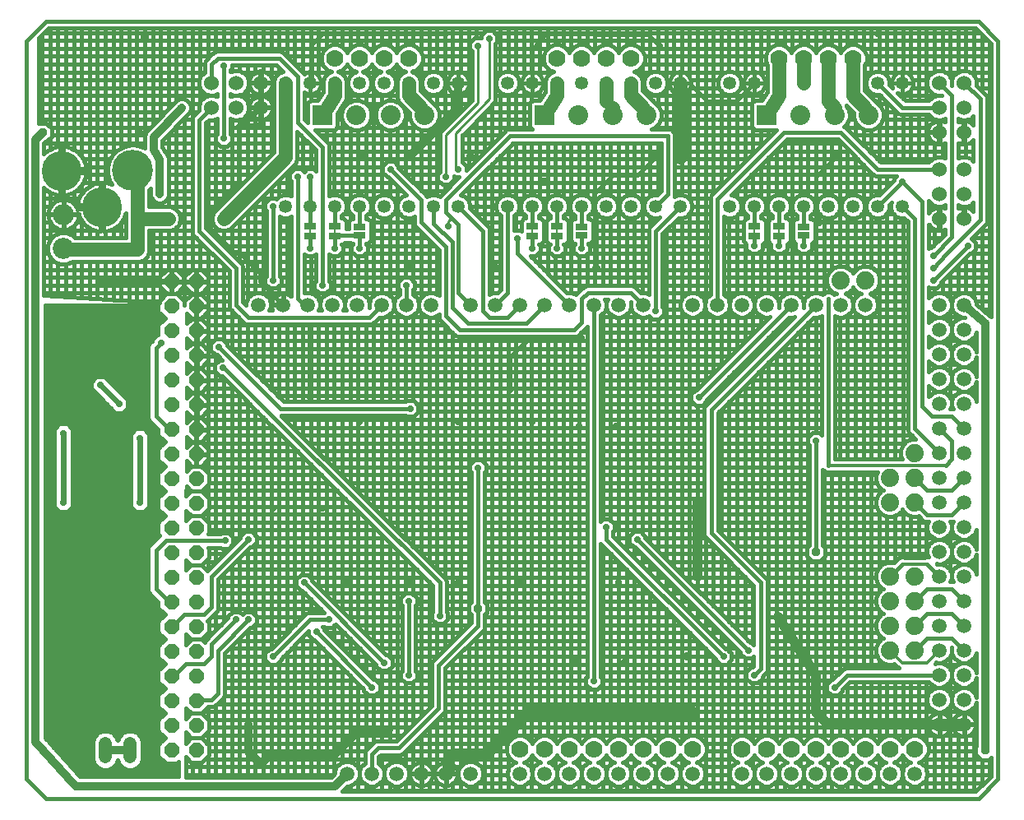
<source format=gbl>
G75*
%MOIN*%
%OFA0B0*%
%FSLAX25Y25*%
%IPPOS*%
%LPD*%
%AMOC8*
5,1,8,0,0,1.08239X$1,22.5*
%
%ADD10C,0.01600*%
%ADD11C,0.05906*%
%ADD12C,0.07000*%
%ADD13C,0.05315*%
%ADD14C,0.06000*%
%ADD15R,0.08000X0.08000*%
%ADD16C,0.08000*%
%ADD17C,0.08600*%
%ADD18C,0.00800*%
%ADD19R,0.05000X0.02500*%
%ADD20OC8,0.06000*%
%ADD21C,0.05400*%
%ADD22C,0.07400*%
%ADD23C,0.16598*%
%ADD24C,0.16200*%
%ADD25OC8,0.03562*%
%ADD26OC8,0.02400*%
%ADD27C,0.05600*%
%ADD28OC8,0.02800*%
%ADD29C,0.04000*%
%ADD30C,0.03200*%
%ADD31C,0.05000*%
%ADD32R,0.02400X0.02400*%
%ADD33C,0.02400*%
%ADD34OC8,0.03169*%
%ADD35C,0.01000*%
%ADD36C,0.01200*%
D10*
X0016500Y0009674D02*
X0024374Y0001800D01*
X0402327Y0001800D01*
X0410201Y0009674D01*
X0410201Y0308887D01*
X0402327Y0316761D01*
X0024374Y0316761D01*
X0016500Y0308887D01*
X0016500Y0308800D02*
X0016500Y0009800D01*
X0028926Y0020982D02*
X0043400Y0020982D01*
X0043400Y0019384D02*
X0030391Y0019384D01*
X0031857Y0017785D02*
X0043400Y0017785D01*
X0043400Y0017586D02*
X0044176Y0015711D01*
X0045611Y0014276D01*
X0047486Y0013500D01*
X0049514Y0013500D01*
X0051389Y0014276D01*
X0052824Y0015711D01*
X0053482Y0017300D01*
X0053518Y0017300D01*
X0054176Y0015711D01*
X0055611Y0014276D01*
X0057486Y0013500D01*
X0059514Y0013500D01*
X0061389Y0014276D01*
X0062824Y0015711D01*
X0063600Y0017586D01*
X0063600Y0025014D01*
X0062824Y0026889D01*
X0061389Y0028324D01*
X0059514Y0029100D01*
X0057486Y0029100D01*
X0055611Y0028324D01*
X0054176Y0026889D01*
X0053518Y0025300D01*
X0053482Y0025300D01*
X0052824Y0026889D01*
X0051389Y0028324D01*
X0049514Y0029100D01*
X0047486Y0029100D01*
X0045611Y0028324D01*
X0044176Y0026889D01*
X0043400Y0025014D01*
X0043400Y0017586D01*
X0043979Y0016187D02*
X0033322Y0016187D01*
X0034787Y0014588D02*
X0045299Y0014588D01*
X0038260Y0010800D02*
X0024000Y0026356D01*
X0024000Y0201800D01*
X0069958Y0201800D01*
X0069958Y0199130D01*
X0072722Y0196367D01*
X0069958Y0193604D01*
X0069958Y0189900D01*
X0069509Y0189900D01*
X0067400Y0187791D01*
X0067400Y0187225D01*
X0067187Y0187013D01*
X0066287Y0186113D01*
X0065800Y0184937D01*
X0065800Y0156163D01*
X0066287Y0154987D01*
X0069958Y0151316D01*
X0069958Y0149130D01*
X0072722Y0146367D01*
X0069958Y0143604D01*
X0069958Y0139130D01*
X0072722Y0136367D01*
X0069958Y0133604D01*
X0069958Y0129130D01*
X0072722Y0126367D01*
X0069958Y0123604D01*
X0069958Y0119130D01*
X0072722Y0116367D01*
X0069958Y0113604D01*
X0069958Y0109130D01*
X0070631Y0108457D01*
X0066287Y0104113D01*
X0065800Y0102937D01*
X0065800Y0086163D01*
X0066287Y0084987D01*
X0069958Y0081316D01*
X0069958Y0079130D01*
X0072722Y0076367D01*
X0069958Y0073604D01*
X0069958Y0069130D01*
X0072722Y0066367D01*
X0069958Y0063604D01*
X0069958Y0059130D01*
X0072722Y0056367D01*
X0069958Y0053604D01*
X0069958Y0049130D01*
X0072722Y0046367D01*
X0069958Y0043604D01*
X0069958Y0039130D01*
X0072722Y0036367D01*
X0069958Y0033604D01*
X0069958Y0029130D01*
X0072722Y0026367D01*
X0069958Y0023604D01*
X0069958Y0019130D01*
X0073122Y0015967D01*
X0077595Y0015967D01*
X0078235Y0016607D01*
X0078132Y0010800D01*
X0038260Y0010800D01*
X0037718Y0011391D02*
X0078143Y0011391D01*
X0078171Y0012990D02*
X0036252Y0012990D01*
X0043400Y0022581D02*
X0027461Y0022581D01*
X0025995Y0024179D02*
X0043400Y0024179D01*
X0043716Y0025778D02*
X0024530Y0025778D01*
X0024000Y0027376D02*
X0044664Y0027376D01*
X0047183Y0028975D02*
X0024000Y0028975D01*
X0024000Y0030573D02*
X0069958Y0030573D01*
X0069958Y0032172D02*
X0024000Y0032172D01*
X0024000Y0033770D02*
X0070125Y0033770D01*
X0071723Y0035369D02*
X0024000Y0035369D01*
X0024000Y0036967D02*
X0072121Y0036967D01*
X0070523Y0038566D02*
X0024000Y0038566D01*
X0024000Y0040164D02*
X0069958Y0040164D01*
X0069958Y0041763D02*
X0024000Y0041763D01*
X0024000Y0043361D02*
X0069958Y0043361D01*
X0071314Y0044960D02*
X0024000Y0044960D01*
X0024000Y0046558D02*
X0072530Y0046558D01*
X0070932Y0048157D02*
X0024000Y0048157D01*
X0024000Y0049755D02*
X0069958Y0049755D01*
X0069958Y0051354D02*
X0024000Y0051354D01*
X0024000Y0052952D02*
X0069958Y0052952D01*
X0070905Y0054551D02*
X0024000Y0054551D01*
X0024000Y0056149D02*
X0072504Y0056149D01*
X0071341Y0057748D02*
X0024000Y0057748D01*
X0024000Y0059346D02*
X0069958Y0059346D01*
X0069958Y0060945D02*
X0024000Y0060945D01*
X0024000Y0062543D02*
X0069958Y0062543D01*
X0070497Y0064142D02*
X0024000Y0064142D01*
X0024000Y0065740D02*
X0072095Y0065740D01*
X0071749Y0067339D02*
X0024000Y0067339D01*
X0024000Y0068937D02*
X0070151Y0068937D01*
X0069958Y0070536D02*
X0024000Y0070536D01*
X0024000Y0072134D02*
X0069958Y0072134D01*
X0070088Y0073733D02*
X0024000Y0073733D01*
X0024000Y0075332D02*
X0071686Y0075332D01*
X0072158Y0076930D02*
X0024000Y0076930D01*
X0024000Y0078529D02*
X0070560Y0078529D01*
X0069958Y0080127D02*
X0024000Y0080127D01*
X0024000Y0081726D02*
X0069549Y0081726D01*
X0067950Y0083324D02*
X0024000Y0083324D01*
X0024000Y0084923D02*
X0066352Y0084923D01*
X0065800Y0086521D02*
X0024000Y0086521D01*
X0024000Y0088120D02*
X0065800Y0088120D01*
X0065800Y0089718D02*
X0024000Y0089718D01*
X0024000Y0091317D02*
X0065800Y0091317D01*
X0065800Y0092915D02*
X0024000Y0092915D01*
X0024000Y0094514D02*
X0065800Y0094514D01*
X0065800Y0096112D02*
X0024000Y0096112D01*
X0024000Y0097711D02*
X0065800Y0097711D01*
X0065800Y0099309D02*
X0024000Y0099309D01*
X0024000Y0100908D02*
X0065800Y0100908D01*
X0065800Y0102506D02*
X0024000Y0102506D01*
X0024000Y0104105D02*
X0066284Y0104105D01*
X0067878Y0105703D02*
X0024000Y0105703D01*
X0024000Y0107302D02*
X0069476Y0107302D01*
X0070188Y0108900D02*
X0024000Y0108900D01*
X0024000Y0110499D02*
X0069958Y0110499D01*
X0069958Y0112097D02*
X0024000Y0112097D01*
X0024000Y0113696D02*
X0070050Y0113696D01*
X0071649Y0115294D02*
X0024000Y0115294D01*
X0024000Y0116893D02*
X0072196Y0116893D01*
X0070597Y0118491D02*
X0064565Y0118491D01*
X0064074Y0118000D02*
X0066300Y0120226D01*
X0066300Y0123374D01*
X0066100Y0123574D01*
X0066100Y0146026D01*
X0066300Y0146226D01*
X0066300Y0149374D01*
X0064074Y0151600D01*
X0060926Y0151600D01*
X0058700Y0149374D01*
X0058700Y0146226D01*
X0058900Y0146026D01*
X0058900Y0123574D01*
X0058700Y0123374D01*
X0058700Y0120226D01*
X0060926Y0118000D01*
X0064074Y0118000D01*
X0066164Y0120090D02*
X0069958Y0120090D01*
X0069958Y0121688D02*
X0066300Y0121688D01*
X0066300Y0123287D02*
X0069958Y0123287D01*
X0071240Y0124885D02*
X0066100Y0124885D01*
X0066100Y0126484D02*
X0072605Y0126484D01*
X0071006Y0128082D02*
X0066100Y0128082D01*
X0066100Y0129681D02*
X0069958Y0129681D01*
X0069958Y0131279D02*
X0066100Y0131279D01*
X0066100Y0132878D02*
X0069958Y0132878D01*
X0070831Y0134476D02*
X0066100Y0134476D01*
X0066100Y0136075D02*
X0072430Y0136075D01*
X0071415Y0137673D02*
X0066100Y0137673D01*
X0066100Y0139272D02*
X0069958Y0139272D01*
X0069958Y0140870D02*
X0066100Y0140870D01*
X0066100Y0142469D02*
X0069958Y0142469D01*
X0070422Y0144068D02*
X0066100Y0144068D01*
X0066100Y0145666D02*
X0072021Y0145666D01*
X0071824Y0147265D02*
X0066300Y0147265D01*
X0066300Y0148863D02*
X0070225Y0148863D01*
X0069958Y0150462D02*
X0065212Y0150462D01*
X0067616Y0153659D02*
X0024000Y0153659D01*
X0024000Y0155257D02*
X0066175Y0155257D01*
X0065800Y0156856D02*
X0024000Y0156856D01*
X0024000Y0158454D02*
X0052255Y0158454D01*
X0052509Y0158200D02*
X0055491Y0158200D01*
X0056039Y0158748D01*
X0056039Y0158748D01*
X0057052Y0159761D01*
X0057600Y0160309D01*
X0057600Y0163291D01*
X0057052Y0163839D01*
X0057052Y0163839D01*
X0048539Y0172352D01*
X0047991Y0172900D01*
X0045009Y0172900D01*
X0044461Y0172352D01*
X0044461Y0172352D01*
X0043448Y0171339D01*
X0042900Y0170791D01*
X0042900Y0167809D01*
X0043448Y0167261D01*
X0043448Y0167261D01*
X0051961Y0158748D01*
X0052509Y0158200D01*
X0051961Y0158748D02*
X0051961Y0158748D01*
X0050656Y0160053D02*
X0024000Y0160053D01*
X0024000Y0161651D02*
X0049058Y0161651D01*
X0047459Y0163250D02*
X0024000Y0163250D01*
X0024000Y0164848D02*
X0045861Y0164848D01*
X0044262Y0166447D02*
X0024000Y0166447D01*
X0024000Y0168045D02*
X0042900Y0168045D01*
X0042900Y0169644D02*
X0024000Y0169644D01*
X0024000Y0171242D02*
X0043351Y0171242D01*
X0043448Y0171339D02*
X0043448Y0171339D01*
X0044950Y0172841D02*
X0024000Y0172841D01*
X0024000Y0174439D02*
X0065800Y0174439D01*
X0065800Y0172841D02*
X0048050Y0172841D01*
X0048539Y0172352D02*
X0048539Y0172352D01*
X0049649Y0171242D02*
X0065800Y0171242D01*
X0065800Y0169644D02*
X0051247Y0169644D01*
X0052846Y0168045D02*
X0065800Y0168045D01*
X0065800Y0166447D02*
X0054444Y0166447D01*
X0056043Y0164848D02*
X0065800Y0164848D01*
X0065800Y0163250D02*
X0057600Y0163250D01*
X0057600Y0161651D02*
X0065800Y0161651D01*
X0065800Y0160053D02*
X0057344Y0160053D01*
X0057052Y0159761D02*
X0057052Y0159761D01*
X0055745Y0158454D02*
X0065800Y0158454D01*
X0069000Y0156800D02*
X0074000Y0151800D01*
X0075358Y0151367D01*
X0081366Y0148571D02*
X0083370Y0146567D01*
X0085158Y0146567D01*
X0085158Y0151167D01*
X0085558Y0151167D01*
X0085558Y0146567D01*
X0087346Y0146567D01*
X0090158Y0149379D01*
X0090158Y0151167D01*
X0085558Y0151167D01*
X0085558Y0151567D01*
X0085158Y0151567D01*
X0085158Y0156167D01*
X0083370Y0156167D01*
X0081380Y0154177D01*
X0081391Y0158546D01*
X0083370Y0156567D01*
X0085158Y0156567D01*
X0085158Y0161167D01*
X0085558Y0161167D01*
X0085558Y0156567D01*
X0087346Y0156567D01*
X0090158Y0159379D01*
X0090158Y0161167D01*
X0085558Y0161167D01*
X0085558Y0161567D01*
X0085158Y0161567D01*
X0085158Y0166167D01*
X0083370Y0166167D01*
X0081405Y0164202D01*
X0081416Y0168521D01*
X0083370Y0166567D01*
X0085158Y0166567D01*
X0085158Y0171167D01*
X0085558Y0171167D01*
X0085558Y0166567D01*
X0087346Y0166567D01*
X0090158Y0169379D01*
X0090158Y0171167D01*
X0085558Y0171167D01*
X0085558Y0171567D01*
X0085158Y0171567D01*
X0085158Y0176167D01*
X0083370Y0176167D01*
X0081431Y0174227D01*
X0081441Y0178496D01*
X0083370Y0176567D01*
X0085158Y0176567D01*
X0085158Y0181167D01*
X0085558Y0181167D01*
X0085558Y0176567D01*
X0087346Y0176567D01*
X0090158Y0179379D01*
X0090158Y0181167D01*
X0085558Y0181167D01*
X0085558Y0181567D01*
X0085158Y0181567D01*
X0085158Y0186167D01*
X0083370Y0186167D01*
X0081456Y0184253D01*
X0081466Y0188471D01*
X0083370Y0186567D01*
X0085158Y0186567D01*
X0085158Y0191167D01*
X0085558Y0191167D01*
X0085558Y0186567D01*
X0087346Y0186567D01*
X0090158Y0189379D01*
X0090158Y0191167D01*
X0085558Y0191167D01*
X0085558Y0191567D01*
X0085158Y0191567D01*
X0085158Y0196167D01*
X0083370Y0196167D01*
X0081481Y0194278D01*
X0081492Y0198445D01*
X0083370Y0196567D01*
X0085158Y0196567D01*
X0085158Y0201167D01*
X0085558Y0201167D01*
X0085558Y0196567D01*
X0087346Y0196567D01*
X0090158Y0199379D01*
X0090158Y0201167D01*
X0085558Y0201167D01*
X0085558Y0201567D01*
X0085158Y0201567D01*
X0085158Y0206167D01*
X0083370Y0206167D01*
X0080558Y0203355D01*
X0080558Y0201867D01*
X0080358Y0201881D01*
X0080358Y0203438D01*
X0077429Y0206367D01*
X0073287Y0206367D01*
X0070358Y0203438D01*
X0070358Y0202590D01*
X0023600Y0205903D01*
X0023600Y0249414D01*
X0024208Y0248807D01*
X0025077Y0248113D01*
X0026019Y0247522D01*
X0027020Y0247039D01*
X0028070Y0246672D01*
X0029154Y0246424D01*
X0030015Y0246327D01*
X0030015Y0255400D01*
X0031615Y0255400D01*
X0031615Y0257000D01*
X0040687Y0257000D01*
X0040590Y0257861D01*
X0040343Y0258945D01*
X0039976Y0259995D01*
X0039493Y0260996D01*
X0038902Y0261938D01*
X0038208Y0262807D01*
X0037422Y0263593D01*
X0036553Y0264287D01*
X0035611Y0264878D01*
X0034609Y0265361D01*
X0033560Y0265728D01*
X0032476Y0265975D01*
X0031615Y0266072D01*
X0031615Y0257000D01*
X0030015Y0257000D01*
X0030015Y0266072D01*
X0029154Y0265975D01*
X0028070Y0265728D01*
X0027020Y0265361D01*
X0026019Y0264878D01*
X0025077Y0264287D01*
X0024208Y0263593D01*
X0023600Y0262986D01*
X0023600Y0267373D01*
X0024268Y0268019D01*
X0024566Y0268019D01*
X0026781Y0270234D01*
X0026781Y0273366D01*
X0024566Y0275581D01*
X0021500Y0275581D01*
X0021500Y0309927D01*
X0025534Y0313961D01*
X0401167Y0313961D01*
X0407401Y0307727D01*
X0407401Y0196990D01*
X0407039Y0197352D01*
X0406932Y0197396D01*
X0401453Y0202231D01*
X0401453Y0202785D01*
X0400699Y0204605D01*
X0399305Y0205999D01*
X0397485Y0206753D01*
X0395515Y0206753D01*
X0393694Y0205999D01*
X0392301Y0204605D01*
X0391547Y0202785D01*
X0391547Y0200815D01*
X0392301Y0198994D01*
X0393694Y0197601D01*
X0395515Y0196847D01*
X0396672Y0196847D01*
X0396779Y0196753D01*
X0395515Y0196753D01*
X0393694Y0195999D01*
X0392301Y0194605D01*
X0391547Y0192785D01*
X0391547Y0190815D01*
X0392301Y0188994D01*
X0393694Y0187601D01*
X0395515Y0186847D01*
X0397485Y0186847D01*
X0399305Y0187601D01*
X0400699Y0188994D01*
X0401400Y0190688D01*
X0401400Y0182912D01*
X0400699Y0184605D01*
X0399305Y0185999D01*
X0397485Y0186753D01*
X0395515Y0186753D01*
X0393694Y0185999D01*
X0392301Y0184605D01*
X0391547Y0182785D01*
X0391547Y0180815D01*
X0392301Y0178994D01*
X0393694Y0177601D01*
X0395515Y0176847D01*
X0397485Y0176847D01*
X0399305Y0177601D01*
X0400699Y0178994D01*
X0401400Y0180688D01*
X0401400Y0172912D01*
X0400699Y0174605D01*
X0399305Y0175999D01*
X0397485Y0176753D01*
X0395515Y0176753D01*
X0393694Y0175999D01*
X0392301Y0174605D01*
X0391547Y0172785D01*
X0391547Y0170815D01*
X0392301Y0168994D01*
X0393694Y0167601D01*
X0395515Y0166847D01*
X0397485Y0166847D01*
X0399305Y0167601D01*
X0400699Y0168994D01*
X0401400Y0170688D01*
X0401400Y0162912D01*
X0400699Y0164605D01*
X0399305Y0165999D01*
X0397485Y0166753D01*
X0395515Y0166753D01*
X0393694Y0165999D01*
X0392301Y0164605D01*
X0391547Y0162785D01*
X0391547Y0160815D01*
X0392050Y0159600D01*
X0390950Y0159600D01*
X0391453Y0160815D01*
X0391453Y0162785D01*
X0390699Y0164605D01*
X0389305Y0165999D01*
X0387485Y0166753D01*
X0385515Y0166753D01*
X0383694Y0165999D01*
X0382301Y0164605D01*
X0382300Y0164602D01*
X0382300Y0168998D01*
X0382301Y0168994D01*
X0383694Y0167601D01*
X0385515Y0166847D01*
X0387485Y0166847D01*
X0389305Y0167601D01*
X0390699Y0168994D01*
X0391453Y0170815D01*
X0391453Y0172785D01*
X0390699Y0174605D01*
X0389305Y0175999D01*
X0387485Y0176753D01*
X0385515Y0176753D01*
X0383694Y0175999D01*
X0382301Y0174605D01*
X0382300Y0174602D01*
X0382300Y0178998D01*
X0382301Y0178994D01*
X0383694Y0177601D01*
X0385515Y0176847D01*
X0387485Y0176847D01*
X0389305Y0177601D01*
X0390699Y0178994D01*
X0391453Y0180815D01*
X0391453Y0182785D01*
X0390699Y0184605D01*
X0389305Y0185999D01*
X0387485Y0186753D01*
X0385515Y0186753D01*
X0383694Y0185999D01*
X0382301Y0184605D01*
X0382300Y0184602D01*
X0382300Y0188998D01*
X0382301Y0188994D01*
X0383694Y0187601D01*
X0385515Y0186847D01*
X0387485Y0186847D01*
X0389305Y0187601D01*
X0390699Y0188994D01*
X0391453Y0190815D01*
X0391453Y0192785D01*
X0390699Y0194605D01*
X0389305Y0195999D01*
X0387485Y0196753D01*
X0385515Y0196753D01*
X0383694Y0195999D01*
X0382301Y0194605D01*
X0382300Y0194602D01*
X0382300Y0198998D01*
X0382301Y0198994D01*
X0383694Y0197601D01*
X0385515Y0196847D01*
X0387485Y0196847D01*
X0389305Y0197601D01*
X0390699Y0198994D01*
X0391453Y0200815D01*
X0391453Y0202785D01*
X0390699Y0204605D01*
X0389305Y0205999D01*
X0387485Y0206753D01*
X0385515Y0206753D01*
X0383694Y0205999D01*
X0382301Y0204605D01*
X0382300Y0204602D01*
X0382300Y0208975D01*
X0382675Y0208600D01*
X0385325Y0208600D01*
X0387200Y0210475D01*
X0387200Y0211040D01*
X0398760Y0222600D01*
X0399325Y0222600D01*
X0407401Y0222600D01*
X0407401Y0219400D02*
X0395560Y0219400D01*
X0394100Y0217940D02*
X0394100Y0206167D01*
X0395146Y0206600D02*
X0387854Y0206600D01*
X0387700Y0206664D02*
X0387700Y0211540D01*
X0389160Y0213000D02*
X0407401Y0213000D01*
X0407401Y0209800D02*
X0386525Y0209800D01*
X0384500Y0208600D02*
X0384500Y0206332D01*
X0385146Y0206600D02*
X0382300Y0206600D01*
X0384000Y0211800D02*
X0398000Y0225800D01*
X0401200Y0225800D02*
X0407401Y0225800D01*
X0407401Y0229000D02*
X0399660Y0229000D01*
X0399493Y0228833D02*
X0405374Y0234714D01*
X0405800Y0235743D01*
X0405800Y0285857D01*
X0405374Y0286886D01*
X0404586Y0287674D01*
X0401487Y0290773D01*
X0401500Y0290805D01*
X0401500Y0292795D01*
X0400739Y0294632D01*
X0399332Y0296039D01*
X0397495Y0296800D01*
X0395505Y0296800D01*
X0393668Y0296039D01*
X0392261Y0294632D01*
X0391500Y0292795D01*
X0390739Y0294632D01*
X0389332Y0296039D01*
X0387495Y0296800D01*
X0385505Y0296800D01*
X0383668Y0296039D01*
X0382261Y0294632D01*
X0381500Y0292795D01*
X0381500Y0290805D01*
X0382261Y0288968D01*
X0383668Y0287561D01*
X0385505Y0286800D01*
X0383668Y0286039D01*
X0382261Y0284632D01*
X0382248Y0284600D01*
X0372660Y0284600D01*
X0369385Y0287875D01*
X0369789Y0287669D01*
X0370456Y0287452D01*
X0371149Y0287343D01*
X0371414Y0287343D01*
X0371414Y0291714D01*
X0367043Y0291714D01*
X0367043Y0291449D01*
X0367152Y0290756D01*
X0367369Y0290089D01*
X0367575Y0289685D01*
X0366157Y0291102D01*
X0366157Y0292726D01*
X0365448Y0294438D01*
X0364138Y0295748D01*
X0362426Y0296457D01*
X0360574Y0296457D01*
X0358862Y0295748D01*
X0357552Y0294438D01*
X0356843Y0292726D01*
X0356843Y0290874D01*
X0357552Y0289162D01*
X0358862Y0287852D01*
X0360574Y0287143D01*
X0362198Y0287143D01*
X0369126Y0280214D01*
X0369914Y0279426D01*
X0370943Y0279000D01*
X0382248Y0279000D01*
X0382261Y0278968D01*
X0383668Y0277561D01*
X0385505Y0276800D01*
X0387495Y0276800D01*
X0388700Y0277299D01*
X0388700Y0276066D01*
X0388343Y0276248D01*
X0387624Y0276482D01*
X0386878Y0276600D01*
X0386700Y0276600D01*
X0386700Y0272000D01*
X0386300Y0272000D01*
X0386300Y0276600D01*
X0386122Y0276600D01*
X0385376Y0276482D01*
X0384657Y0276248D01*
X0383984Y0275905D01*
X0383373Y0275461D01*
X0382839Y0274927D01*
X0382395Y0274316D01*
X0382052Y0273643D01*
X0381818Y0272924D01*
X0381700Y0272178D01*
X0381700Y0272000D01*
X0386300Y0272000D01*
X0386300Y0271600D01*
X0386700Y0271600D01*
X0386700Y0267000D01*
X0386878Y0267000D01*
X0387624Y0267118D01*
X0388343Y0267352D01*
X0388700Y0267534D01*
X0388700Y0261301D01*
X0387495Y0261800D01*
X0385505Y0261800D01*
X0383668Y0261039D01*
X0382261Y0259632D01*
X0382248Y0259600D01*
X0362660Y0259600D01*
X0348086Y0274174D01*
X0347967Y0274223D01*
X0349146Y0275401D01*
X0350059Y0277607D01*
X0350059Y0279993D01*
X0349146Y0282199D01*
X0348800Y0282544D01*
X0348800Y0282712D01*
X0351839Y0279673D01*
X0351839Y0277607D01*
X0352752Y0275401D01*
X0354440Y0273713D01*
X0356645Y0272800D01*
X0359032Y0272800D01*
X0361237Y0273713D01*
X0362925Y0275401D01*
X0363839Y0277607D01*
X0363839Y0279993D01*
X0362925Y0282199D01*
X0361237Y0283887D01*
X0360747Y0284090D01*
X0360569Y0284519D01*
X0360522Y0284566D01*
X0360494Y0284628D01*
X0359848Y0285240D01*
X0356300Y0288788D01*
X0356300Y0299016D01*
X0357000Y0300706D01*
X0357000Y0302894D01*
X0356163Y0304915D01*
X0354615Y0306463D01*
X0352594Y0307300D01*
X0350406Y0307300D01*
X0348384Y0306463D01*
X0346837Y0304915D01*
X0346500Y0304101D01*
X0346163Y0304915D01*
X0344615Y0306463D01*
X0342594Y0307300D01*
X0340406Y0307300D01*
X0338384Y0306463D01*
X0336837Y0304915D01*
X0336500Y0304101D01*
X0336163Y0304915D01*
X0334615Y0306463D01*
X0332594Y0307300D01*
X0330406Y0307300D01*
X0328384Y0306463D01*
X0326837Y0304915D01*
X0326500Y0304101D01*
X0326163Y0304915D01*
X0324615Y0306463D01*
X0322594Y0307300D01*
X0320406Y0307300D01*
X0318384Y0306463D01*
X0316837Y0304915D01*
X0316000Y0302894D01*
X0316000Y0300706D01*
X0316700Y0299016D01*
X0316700Y0288177D01*
X0314590Y0284800D01*
X0311672Y0284800D01*
X0310500Y0283628D01*
X0310500Y0273972D01*
X0311672Y0272800D01*
X0320540Y0272800D01*
X0294126Y0246386D01*
X0293700Y0245357D01*
X0293700Y0206001D01*
X0293694Y0205999D01*
X0292301Y0204605D01*
X0291547Y0202785D01*
X0291547Y0200815D01*
X0292301Y0198994D01*
X0293694Y0197601D01*
X0295515Y0196847D01*
X0297485Y0196847D01*
X0299305Y0197601D01*
X0300699Y0198994D01*
X0301453Y0200815D01*
X0301453Y0202785D01*
X0300699Y0204605D01*
X0299305Y0205999D01*
X0299300Y0206001D01*
X0299300Y0237670D01*
X0300574Y0237143D01*
X0302426Y0237143D01*
X0304138Y0237852D01*
X0305448Y0239162D01*
X0306157Y0240874D01*
X0306157Y0242726D01*
X0305448Y0244438D01*
X0304138Y0245748D01*
X0302426Y0246457D01*
X0302117Y0246457D01*
X0324660Y0269000D01*
X0345340Y0269000D01*
X0359126Y0255214D01*
X0359914Y0254426D01*
X0360943Y0254000D01*
X0369175Y0254000D01*
X0368300Y0253125D01*
X0368300Y0252560D01*
X0362198Y0246457D01*
X0360574Y0246457D01*
X0358862Y0245748D01*
X0357552Y0244438D01*
X0356843Y0242726D01*
X0356843Y0240874D01*
X0357552Y0239162D01*
X0358862Y0237852D01*
X0360574Y0237143D01*
X0362426Y0237143D01*
X0364138Y0237852D01*
X0365448Y0239162D01*
X0366157Y0240874D01*
X0366157Y0242498D01*
X0367165Y0243505D01*
X0366843Y0242726D01*
X0366843Y0240874D01*
X0367552Y0239162D01*
X0368862Y0237852D01*
X0370574Y0237143D01*
X0372198Y0237143D01*
X0373700Y0235640D01*
X0373700Y0151243D01*
X0374126Y0150214D01*
X0376840Y0147500D01*
X0375366Y0147500D01*
X0373271Y0146632D01*
X0371668Y0145029D01*
X0370800Y0142934D01*
X0370800Y0140666D01*
X0371324Y0139400D01*
X0344300Y0139400D01*
X0344300Y0197350D01*
X0345515Y0196847D01*
X0347485Y0196847D01*
X0349305Y0197601D01*
X0350699Y0198994D01*
X0351453Y0200815D01*
X0351453Y0202785D01*
X0350699Y0204605D01*
X0349305Y0205999D01*
X0348347Y0206396D01*
X0349729Y0206968D01*
X0351332Y0208571D01*
X0351500Y0208976D01*
X0351668Y0208571D01*
X0353271Y0206968D01*
X0354653Y0206396D01*
X0353694Y0205999D01*
X0352301Y0204605D01*
X0351547Y0202785D01*
X0351547Y0200815D01*
X0352301Y0198994D01*
X0353694Y0197601D01*
X0355515Y0196847D01*
X0357485Y0196847D01*
X0359305Y0197601D01*
X0360699Y0198994D01*
X0361453Y0200815D01*
X0361453Y0202785D01*
X0360699Y0204605D01*
X0359305Y0205999D01*
X0358347Y0206396D01*
X0359729Y0206968D01*
X0361332Y0208571D01*
X0362200Y0210666D01*
X0362200Y0212934D01*
X0361332Y0215029D01*
X0359729Y0216632D01*
X0357634Y0217500D01*
X0355366Y0217500D01*
X0353271Y0216632D01*
X0351668Y0215029D01*
X0351500Y0214624D01*
X0351332Y0215029D01*
X0349729Y0216632D01*
X0347634Y0217500D01*
X0345366Y0217500D01*
X0343271Y0216632D01*
X0341668Y0215029D01*
X0340800Y0212934D01*
X0340800Y0210666D01*
X0341668Y0208571D01*
X0343271Y0206968D01*
X0344653Y0206396D01*
X0343742Y0206018D01*
X0343086Y0206674D01*
X0342057Y0207100D01*
X0340943Y0207100D01*
X0339914Y0206674D01*
X0339258Y0206018D01*
X0337485Y0206753D01*
X0335515Y0206753D01*
X0333694Y0205999D01*
X0332301Y0204605D01*
X0331547Y0202785D01*
X0331547Y0200815D01*
X0331550Y0200809D01*
X0331380Y0200640D01*
X0331453Y0200815D01*
X0331453Y0202785D01*
X0330699Y0204605D01*
X0329305Y0205999D01*
X0327485Y0206753D01*
X0325515Y0206753D01*
X0323694Y0205999D01*
X0322301Y0204605D01*
X0321547Y0202785D01*
X0321547Y0200815D01*
X0321550Y0200809D01*
X0321380Y0200640D01*
X0321453Y0200815D01*
X0321453Y0202785D01*
X0320699Y0204605D01*
X0319305Y0205999D01*
X0317485Y0206753D01*
X0315515Y0206753D01*
X0313694Y0205999D01*
X0312301Y0204605D01*
X0311547Y0202785D01*
X0311547Y0200815D01*
X0312301Y0198994D01*
X0313694Y0197601D01*
X0315515Y0196847D01*
X0317485Y0196847D01*
X0317660Y0196920D01*
X0288240Y0167500D01*
X0287675Y0167500D01*
X0285800Y0165625D01*
X0285800Y0162975D01*
X0287675Y0161100D01*
X0290325Y0161100D01*
X0292200Y0162975D01*
X0292200Y0163540D01*
X0325509Y0196850D01*
X0325515Y0196847D01*
X0327485Y0196847D01*
X0327660Y0196920D01*
X0291626Y0160886D01*
X0291200Y0159857D01*
X0291200Y0108743D01*
X0291626Y0107714D01*
X0292414Y0106926D01*
X0311200Y0088140D01*
X0311200Y0064125D01*
X0310325Y0065000D01*
X0309760Y0065000D01*
X0267200Y0107560D01*
X0267200Y0108125D01*
X0265325Y0110000D01*
X0262675Y0110000D01*
X0260800Y0108125D01*
X0260800Y0105475D01*
X0262675Y0103600D01*
X0263240Y0103600D01*
X0305800Y0061040D01*
X0305800Y0060475D01*
X0307675Y0058600D01*
X0310325Y0058600D01*
X0311200Y0059475D01*
X0311200Y0055460D01*
X0310740Y0055000D01*
X0310175Y0055000D01*
X0308300Y0053125D01*
X0308300Y0050475D01*
X0310175Y0048600D01*
X0312825Y0048600D01*
X0314700Y0050475D01*
X0314700Y0051040D01*
X0315586Y0051926D01*
X0316374Y0052714D01*
X0316800Y0053743D01*
X0316800Y0089857D01*
X0316374Y0090886D01*
X0296800Y0110460D01*
X0296800Y0158140D01*
X0335509Y0196850D01*
X0335515Y0196847D01*
X0337485Y0196847D01*
X0338700Y0197350D01*
X0338700Y0149125D01*
X0337825Y0150000D01*
X0335175Y0150000D01*
X0333300Y0148125D01*
X0333300Y0194640D01*
X0332460Y0193800D02*
X0338700Y0193800D01*
X0338700Y0197000D02*
X0337854Y0197000D01*
X0336500Y0196847D02*
X0336500Y0150000D01*
X0334175Y0149000D02*
X0296800Y0149000D01*
X0296800Y0145800D02*
X0333300Y0145800D01*
X0333300Y0145475D02*
X0333300Y0103947D01*
X0333553Y0104200D02*
X0303060Y0104200D01*
X0304500Y0102760D02*
X0304500Y0165840D01*
X0303660Y0165000D02*
X0338700Y0165000D01*
X0338700Y0161800D02*
X0300460Y0161800D01*
X0301300Y0162640D02*
X0301300Y0105960D01*
X0299860Y0107400D02*
X0333700Y0107400D01*
X0333700Y0104347D02*
X0332719Y0103366D01*
X0332719Y0100234D01*
X0334934Y0098019D01*
X0338066Y0098019D01*
X0340281Y0100234D01*
X0340281Y0103366D01*
X0339300Y0104347D01*
X0339300Y0135040D01*
X0339914Y0134426D01*
X0340943Y0134000D01*
X0342057Y0134000D01*
X0342540Y0134200D01*
X0361324Y0134200D01*
X0360800Y0132934D01*
X0360800Y0130666D01*
X0361668Y0128571D01*
X0363271Y0126968D01*
X0363676Y0126800D01*
X0363271Y0126632D01*
X0361668Y0125029D01*
X0360800Y0122934D01*
X0360800Y0120666D01*
X0361668Y0118571D01*
X0363271Y0116968D01*
X0365366Y0116100D01*
X0367634Y0116100D01*
X0369729Y0116968D01*
X0371332Y0118571D01*
X0371500Y0118976D01*
X0371668Y0118571D01*
X0373271Y0116968D01*
X0375366Y0116100D01*
X0377634Y0116100D01*
X0378063Y0116278D01*
X0379914Y0114426D01*
X0380943Y0114000D01*
X0382050Y0114000D01*
X0381547Y0112785D01*
X0381547Y0110815D01*
X0382301Y0108994D01*
X0383694Y0107601D01*
X0385515Y0106847D01*
X0387485Y0106847D01*
X0389305Y0107601D01*
X0390699Y0108994D01*
X0391453Y0110815D01*
X0391453Y0112785D01*
X0390950Y0114000D01*
X0392050Y0114000D01*
X0391547Y0112785D01*
X0391547Y0110815D01*
X0392301Y0108994D01*
X0393694Y0107601D01*
X0395515Y0106847D01*
X0397485Y0106847D01*
X0399305Y0107601D01*
X0400699Y0108994D01*
X0401400Y0110688D01*
X0401400Y0102912D01*
X0400699Y0104605D01*
X0399305Y0105999D01*
X0397485Y0106753D01*
X0395515Y0106753D01*
X0393694Y0105999D01*
X0392301Y0104605D01*
X0391547Y0102785D01*
X0391547Y0100815D01*
X0392301Y0098994D01*
X0393694Y0097601D01*
X0395515Y0096847D01*
X0397485Y0096847D01*
X0399305Y0097601D01*
X0400699Y0098994D01*
X0401400Y0100688D01*
X0401400Y0092912D01*
X0400699Y0094605D01*
X0399305Y0095999D01*
X0397485Y0096753D01*
X0395515Y0096753D01*
X0393694Y0095999D01*
X0392301Y0094605D01*
X0391547Y0092785D01*
X0391547Y0090815D01*
X0392050Y0089600D01*
X0390950Y0089600D01*
X0391453Y0090815D01*
X0391453Y0092785D01*
X0390699Y0094605D01*
X0389305Y0095999D01*
X0387485Y0096753D01*
X0385515Y0096753D01*
X0385509Y0096750D01*
X0385340Y0096920D01*
X0385515Y0096847D01*
X0387485Y0096847D01*
X0389305Y0097601D01*
X0390699Y0098994D01*
X0391453Y0100815D01*
X0391453Y0102785D01*
X0390699Y0104605D01*
X0389305Y0105999D01*
X0387485Y0106753D01*
X0385515Y0106753D01*
X0383694Y0105999D01*
X0382301Y0104605D01*
X0381547Y0102785D01*
X0381547Y0100815D01*
X0382050Y0099600D01*
X0380943Y0099600D01*
X0380460Y0099400D01*
X0372540Y0099400D01*
X0372057Y0099600D01*
X0370943Y0099600D01*
X0369914Y0099174D01*
X0368063Y0097322D01*
X0367634Y0097500D01*
X0365366Y0097500D01*
X0363271Y0096632D01*
X0361668Y0095029D01*
X0360800Y0092934D01*
X0360800Y0090666D01*
X0361668Y0088571D01*
X0363271Y0086968D01*
X0363676Y0086800D01*
X0363271Y0086632D01*
X0361668Y0085029D01*
X0360800Y0082934D01*
X0360800Y0080666D01*
X0361668Y0078571D01*
X0363271Y0076968D01*
X0363676Y0076800D01*
X0363271Y0076632D01*
X0361668Y0075029D01*
X0360800Y0072934D01*
X0360800Y0070666D01*
X0361668Y0068571D01*
X0363271Y0066968D01*
X0363676Y0066800D01*
X0363271Y0066632D01*
X0361668Y0065029D01*
X0360800Y0062934D01*
X0360800Y0060666D01*
X0361668Y0058571D01*
X0363271Y0056968D01*
X0365366Y0056100D01*
X0367634Y0056100D01*
X0368263Y0056360D01*
X0369296Y0055327D01*
X0370023Y0054600D01*
X0348443Y0054600D01*
X0347414Y0054174D01*
X0343240Y0050000D01*
X0342675Y0050000D01*
X0340800Y0048125D01*
X0340800Y0045475D01*
X0342675Y0043600D01*
X0345325Y0043600D01*
X0347200Y0045475D01*
X0347200Y0046040D01*
X0350160Y0049000D01*
X0382299Y0049000D01*
X0382301Y0048994D01*
X0383694Y0047601D01*
X0385515Y0046847D01*
X0387485Y0046847D01*
X0389305Y0047601D01*
X0390699Y0048994D01*
X0391453Y0050815D01*
X0391453Y0052785D01*
X0390699Y0054605D01*
X0389305Y0055999D01*
X0387485Y0056753D01*
X0385515Y0056753D01*
X0384857Y0056480D01*
X0385309Y0056932D01*
X0385515Y0056847D01*
X0387485Y0056847D01*
X0389305Y0057601D01*
X0390699Y0058994D01*
X0391453Y0060815D01*
X0391453Y0062785D01*
X0391380Y0062960D01*
X0391550Y0062791D01*
X0391547Y0062785D01*
X0391547Y0060815D01*
X0392301Y0058994D01*
X0393694Y0057601D01*
X0395515Y0056847D01*
X0397485Y0056847D01*
X0399305Y0057601D01*
X0400699Y0058994D01*
X0401400Y0060688D01*
X0401400Y0052912D01*
X0400699Y0054605D01*
X0399305Y0055999D01*
X0397485Y0056753D01*
X0395515Y0056753D01*
X0393694Y0055999D01*
X0392301Y0054605D01*
X0391547Y0052785D01*
X0391547Y0050815D01*
X0392301Y0048994D01*
X0393694Y0047601D01*
X0395515Y0046847D01*
X0397485Y0046847D01*
X0399305Y0047601D01*
X0400699Y0048994D01*
X0401400Y0050688D01*
X0401400Y0042912D01*
X0400699Y0044605D01*
X0399305Y0045999D01*
X0397485Y0046753D01*
X0395515Y0046753D01*
X0393694Y0045999D01*
X0392301Y0044605D01*
X0391547Y0042785D01*
X0391547Y0040815D01*
X0392301Y0038994D01*
X0393694Y0037601D01*
X0395515Y0036847D01*
X0397485Y0036847D01*
X0399305Y0037601D01*
X0400699Y0038994D01*
X0401400Y0040688D01*
X0401400Y0023047D01*
X0401219Y0022866D01*
X0401219Y0019734D01*
X0403434Y0017519D01*
X0406566Y0017519D01*
X0407401Y0018354D01*
X0407401Y0010834D01*
X0401167Y0004600D01*
X0144391Y0004600D01*
X0146638Y0006847D01*
X0147485Y0006847D01*
X0149305Y0007601D01*
X0150699Y0008994D01*
X0151453Y0010815D01*
X0151453Y0012785D01*
X0150699Y0014605D01*
X0149305Y0015999D01*
X0147485Y0016753D01*
X0145515Y0016753D01*
X0143694Y0015999D01*
X0142301Y0014605D01*
X0141547Y0012785D01*
X0141547Y0011938D01*
X0140009Y0010400D01*
X0081018Y0010400D01*
X0081039Y0018616D01*
X0083287Y0016367D01*
X0087429Y0016367D01*
X0090358Y0019296D01*
X0090358Y0023438D01*
X0087429Y0026367D01*
X0090358Y0029296D01*
X0090358Y0033438D01*
X0087429Y0036367D01*
X0090062Y0039000D01*
X0092057Y0039000D01*
X0093086Y0039426D01*
X0093874Y0040214D01*
X0096374Y0042714D01*
X0096800Y0043743D01*
X0096800Y0060640D01*
X0107260Y0071100D01*
X0107825Y0071100D01*
X0109700Y0072975D01*
X0109700Y0075625D01*
X0107825Y0077500D01*
X0105175Y0077500D01*
X0104000Y0076325D01*
X0102825Y0077500D01*
X0100175Y0077500D01*
X0098300Y0075625D01*
X0098300Y0075060D01*
X0089914Y0066674D01*
X0089126Y0065886D01*
X0088770Y0065026D01*
X0087429Y0066367D01*
X0090358Y0069296D01*
X0090358Y0073438D01*
X0089933Y0073863D01*
X0090086Y0073926D01*
X0090874Y0074714D01*
X0093874Y0077714D01*
X0094300Y0078743D01*
X0094300Y0090640D01*
X0107260Y0103600D01*
X0107825Y0103600D01*
X0109700Y0105475D01*
X0109700Y0108125D01*
X0107825Y0110000D01*
X0105175Y0110000D01*
X0103300Y0108125D01*
X0103300Y0107560D01*
X0089768Y0094028D01*
X0087429Y0096367D01*
X0090358Y0099296D01*
X0090358Y0103438D01*
X0090296Y0103500D01*
X0095275Y0103500D01*
X0095675Y0103100D01*
X0098325Y0103100D01*
X0100200Y0104975D01*
X0100200Y0107625D01*
X0098325Y0109500D01*
X0095675Y0109500D01*
X0095275Y0109100D01*
X0090162Y0109100D01*
X0090358Y0109296D01*
X0090358Y0113438D01*
X0087429Y0116367D01*
X0090358Y0119296D01*
X0090358Y0123438D01*
X0087429Y0126367D01*
X0090358Y0129296D01*
X0090358Y0133438D01*
X0087429Y0136367D01*
X0083287Y0136367D01*
X0081330Y0134410D01*
X0081341Y0138596D01*
X0083370Y0136567D01*
X0085158Y0136567D01*
X0085158Y0141167D01*
X0085558Y0141167D01*
X0085558Y0136567D01*
X0087346Y0136567D01*
X0090158Y0139379D01*
X0090158Y0141167D01*
X0085558Y0141167D01*
X0085558Y0141567D01*
X0085158Y0141567D01*
X0085158Y0146167D01*
X0083370Y0146167D01*
X0081355Y0144152D01*
X0081366Y0148571D01*
X0081359Y0145800D02*
X0083003Y0145800D01*
X0083700Y0146167D02*
X0083700Y0146567D01*
X0085158Y0145800D02*
X0085558Y0145800D01*
X0085558Y0146167D02*
X0085558Y0141567D01*
X0090158Y0141567D01*
X0090158Y0143355D01*
X0087346Y0146167D01*
X0085558Y0146167D01*
X0086900Y0146167D02*
X0086900Y0146567D01*
X0087713Y0145800D02*
X0123094Y0145800D01*
X0122100Y0146786D02*
X0122100Y0068860D01*
X0122240Y0069000D02*
X0105160Y0069000D01*
X0106100Y0069940D02*
X0106100Y0010400D01*
X0102900Y0010400D02*
X0102900Y0066740D01*
X0101960Y0065800D02*
X0119040Y0065800D01*
X0118900Y0065660D02*
X0118900Y0149962D01*
X0119869Y0149000D02*
X0089780Y0149000D01*
X0090100Y0149320D02*
X0090100Y0143413D01*
X0090158Y0142600D02*
X0126318Y0142600D01*
X0125300Y0143610D02*
X0125300Y0072060D01*
X0125440Y0072200D02*
X0108925Y0072200D01*
X0109300Y0072575D02*
X0109300Y0010400D01*
X0112500Y0010400D02*
X0112500Y0156340D01*
X0113440Y0155400D02*
X0088113Y0155400D01*
X0087346Y0156167D02*
X0090158Y0153355D01*
X0090158Y0151567D01*
X0085558Y0151567D01*
X0085558Y0156167D01*
X0087346Y0156167D01*
X0086900Y0156167D02*
X0086900Y0156567D01*
X0085558Y0155400D02*
X0085158Y0155400D01*
X0083700Y0156167D02*
X0083700Y0156567D01*
X0082603Y0155400D02*
X0081383Y0155400D01*
X0085158Y0152200D02*
X0085558Y0152200D01*
X0085358Y0151367D02*
X0085358Y0141367D01*
X0085158Y0142600D02*
X0085558Y0142600D01*
X0086900Y0141567D02*
X0086900Y0141167D01*
X0085558Y0139400D02*
X0085158Y0139400D01*
X0083700Y0136567D02*
X0083700Y0136367D01*
X0083120Y0136200D02*
X0081335Y0136200D01*
X0086900Y0136367D02*
X0086900Y0136567D01*
X0087596Y0136200D02*
X0132767Y0136200D01*
X0131700Y0137259D02*
X0131700Y0091125D01*
X0131425Y0091400D02*
X0177909Y0091400D01*
X0176500Y0092798D02*
X0176500Y0035260D01*
X0175040Y0033800D02*
X0089996Y0033800D01*
X0090100Y0033696D02*
X0090100Y0039000D01*
X0088062Y0037000D02*
X0178240Y0037000D01*
X0179700Y0038460D02*
X0179700Y0089623D01*
X0181133Y0088200D02*
X0134060Y0088200D01*
X0134900Y0087360D02*
X0134900Y0134083D01*
X0135991Y0133000D02*
X0090358Y0133000D01*
X0090100Y0133696D02*
X0090100Y0139320D01*
X0090158Y0139400D02*
X0129543Y0139400D01*
X0128500Y0140435D02*
X0128500Y0092500D01*
X0127675Y0092500D02*
X0125800Y0090625D01*
X0125800Y0087975D01*
X0127675Y0086100D01*
X0128240Y0086100D01*
X0137240Y0077100D01*
X0130943Y0077100D01*
X0129914Y0076674D01*
X0115740Y0062500D01*
X0115175Y0062500D01*
X0113300Y0060625D01*
X0113300Y0057975D01*
X0115175Y0056100D01*
X0117825Y0056100D01*
X0119700Y0057975D01*
X0119700Y0058540D01*
X0130800Y0069640D01*
X0130800Y0067975D01*
X0132675Y0066100D01*
X0133240Y0066100D01*
X0153300Y0046040D01*
X0153300Y0045475D01*
X0155175Y0043600D01*
X0157825Y0043600D01*
X0159700Y0045475D01*
X0159700Y0048125D01*
X0157825Y0050000D01*
X0157260Y0050000D01*
X0137200Y0070060D01*
X0137200Y0070625D01*
X0136325Y0071500D01*
X0137275Y0071500D01*
X0137675Y0071100D01*
X0140325Y0071100D01*
X0141783Y0072557D01*
X0158300Y0056040D01*
X0158300Y0055475D01*
X0160175Y0053600D01*
X0162825Y0053600D01*
X0164700Y0055475D01*
X0164700Y0058125D01*
X0162825Y0060000D01*
X0162260Y0060000D01*
X0132200Y0090060D01*
X0132200Y0090625D01*
X0130325Y0092500D01*
X0127675Y0092500D01*
X0126575Y0091400D02*
X0095060Y0091400D01*
X0096500Y0092840D02*
X0096500Y0073260D01*
X0095440Y0072200D02*
X0090358Y0072200D01*
X0090100Y0073696D02*
X0090100Y0073940D01*
X0091560Y0075400D02*
X0098300Y0075400D01*
X0099700Y0077025D02*
X0099700Y0096040D01*
X0098260Y0094600D02*
X0174685Y0094600D01*
X0173300Y0095974D02*
X0173300Y0084525D01*
X0172825Y0085000D02*
X0170175Y0085000D01*
X0168300Y0083125D01*
X0168300Y0080475D01*
X0168700Y0080075D01*
X0168700Y0053525D01*
X0168300Y0053125D01*
X0168300Y0050475D01*
X0170175Y0048600D01*
X0172825Y0048600D01*
X0174700Y0050475D01*
X0174700Y0053125D01*
X0174300Y0053525D01*
X0174300Y0080075D01*
X0174700Y0080475D01*
X0174700Y0083125D01*
X0172825Y0085000D01*
X0170100Y0084925D02*
X0170100Y0099150D01*
X0171460Y0097800D02*
X0101460Y0097800D01*
X0102900Y0099240D02*
X0102900Y0077425D01*
X0106100Y0077500D02*
X0106100Y0102440D01*
X0104660Y0101000D02*
X0168236Y0101000D01*
X0166900Y0102326D02*
X0166900Y0025660D01*
X0166340Y0025100D02*
X0158443Y0025100D01*
X0157414Y0024674D01*
X0154914Y0022174D01*
X0154126Y0021386D01*
X0153700Y0020357D01*
X0153700Y0016001D01*
X0153694Y0015999D01*
X0152301Y0014605D01*
X0151547Y0012785D01*
X0151547Y0010815D01*
X0152301Y0008994D01*
X0153694Y0007601D01*
X0155515Y0006847D01*
X0157485Y0006847D01*
X0159305Y0007601D01*
X0160699Y0008994D01*
X0161453Y0010815D01*
X0161453Y0012785D01*
X0160699Y0014605D01*
X0159305Y0015999D01*
X0159300Y0016001D01*
X0159300Y0018640D01*
X0160160Y0019500D01*
X0168057Y0019500D01*
X0169086Y0019926D01*
X0169874Y0020714D01*
X0185874Y0036714D01*
X0186300Y0037743D01*
X0186300Y0054640D01*
X0201874Y0070214D01*
X0202300Y0071243D01*
X0202300Y0076253D01*
X0203281Y0077234D01*
X0203281Y0080366D01*
X0202300Y0081347D01*
X0202300Y0134075D01*
X0202700Y0134475D01*
X0202700Y0137125D01*
X0200825Y0139000D01*
X0198175Y0139000D01*
X0196300Y0137125D01*
X0196300Y0134475D01*
X0196700Y0134075D01*
X0196700Y0081347D01*
X0195719Y0080366D01*
X0195719Y0077234D01*
X0196700Y0076253D01*
X0196700Y0072960D01*
X0181914Y0058174D01*
X0181126Y0057386D01*
X0180700Y0056357D01*
X0180700Y0039460D01*
X0166340Y0025100D01*
X0163700Y0025100D02*
X0163700Y0054475D01*
X0164700Y0056200D02*
X0168700Y0056200D01*
X0168700Y0059400D02*
X0163425Y0059400D01*
X0163700Y0059125D02*
X0163700Y0105501D01*
X0165011Y0104200D02*
X0108425Y0104200D01*
X0109300Y0105075D02*
X0109300Y0076025D01*
X0109700Y0075400D02*
X0128640Y0075400D01*
X0128500Y0075260D02*
X0128500Y0085840D01*
X0129340Y0085000D02*
X0094300Y0085000D01*
X0094300Y0081800D02*
X0132540Y0081800D01*
X0131700Y0082640D02*
X0131700Y0077100D01*
X0131500Y0074300D02*
X0116500Y0059300D01*
X0113300Y0059400D02*
X0096800Y0059400D01*
X0096800Y0056200D02*
X0115075Y0056200D01*
X0115700Y0056100D02*
X0115700Y0010400D01*
X0118900Y0010400D02*
X0118900Y0057175D01*
X0117925Y0056200D02*
X0143140Y0056200D01*
X0144500Y0054840D02*
X0144500Y0016332D01*
X0142299Y0014600D02*
X0081028Y0014600D01*
X0078199Y0014588D02*
X0061701Y0014588D01*
X0063021Y0016187D02*
X0072902Y0016187D01*
X0071303Y0017785D02*
X0063600Y0017785D01*
X0063600Y0019384D02*
X0069958Y0019384D01*
X0069958Y0020982D02*
X0063600Y0020982D01*
X0063600Y0022581D02*
X0069958Y0022581D01*
X0070534Y0024179D02*
X0063600Y0024179D01*
X0063284Y0025778D02*
X0072132Y0025778D01*
X0071712Y0027376D02*
X0062336Y0027376D01*
X0059817Y0028975D02*
X0070114Y0028975D01*
X0081064Y0028590D02*
X0081052Y0024132D01*
X0083287Y0026367D01*
X0087429Y0026367D01*
X0083287Y0026367D01*
X0081064Y0028590D01*
X0081061Y0027400D02*
X0082254Y0027400D01*
X0083700Y0026367D02*
X0083700Y0026367D01*
X0086900Y0026367D02*
X0086900Y0026367D01*
X0088462Y0027400D02*
X0168640Y0027400D01*
X0170100Y0028860D02*
X0170100Y0048675D01*
X0168975Y0049800D02*
X0158025Y0049800D01*
X0157300Y0050000D02*
X0157300Y0057040D01*
X0158140Y0056200D02*
X0151060Y0056200D01*
X0150900Y0056360D02*
X0150900Y0063440D01*
X0151740Y0062600D02*
X0144660Y0062600D01*
X0144500Y0062760D02*
X0144500Y0069840D01*
X0145340Y0069000D02*
X0138260Y0069000D01*
X0138100Y0069160D02*
X0138100Y0071100D01*
X0139000Y0074300D02*
X0131500Y0074300D01*
X0134900Y0077100D02*
X0134900Y0079440D01*
X0135740Y0078600D02*
X0094241Y0078600D01*
X0093300Y0077140D02*
X0093300Y0070060D01*
X0092240Y0069000D02*
X0090062Y0069000D01*
X0090100Y0069038D02*
X0090100Y0066860D01*
X0089091Y0065800D02*
X0087996Y0065800D01*
X0087429Y0066367D02*
X0083287Y0066367D01*
X0081164Y0068490D01*
X0081153Y0064233D01*
X0083287Y0066367D01*
X0087429Y0066367D01*
X0086900Y0066367D02*
X0086900Y0066367D01*
X0083700Y0066367D02*
X0083700Y0066367D01*
X0082720Y0065800D02*
X0081157Y0065800D01*
X0075358Y0071367D02*
X0080500Y0076300D01*
X0088500Y0076300D01*
X0091500Y0079300D01*
X0091500Y0091800D01*
X0106500Y0106800D01*
X0106100Y0110000D02*
X0106100Y0162740D01*
X0107040Y0161800D02*
X0090158Y0161800D01*
X0090158Y0161567D02*
X0090158Y0163355D01*
X0087346Y0166167D01*
X0085558Y0166167D01*
X0085558Y0161567D01*
X0090158Y0161567D01*
X0090100Y0161567D02*
X0090100Y0161167D01*
X0090100Y0159320D02*
X0090100Y0153413D01*
X0090158Y0152200D02*
X0116645Y0152200D01*
X0116419Y0152424D02*
X0181200Y0088134D01*
X0181200Y0077525D01*
X0180800Y0077125D01*
X0180800Y0074475D01*
X0182675Y0072600D01*
X0185325Y0072600D01*
X0187200Y0074475D01*
X0187200Y0077125D01*
X0186800Y0077525D01*
X0186800Y0088749D01*
X0186802Y0088754D01*
X0186800Y0089304D01*
X0186800Y0089857D01*
X0186798Y0089862D01*
X0186798Y0089868D01*
X0186585Y0090376D01*
X0186374Y0090886D01*
X0186370Y0090890D01*
X0186368Y0090895D01*
X0185976Y0091284D01*
X0185586Y0091674D01*
X0185581Y0091676D01*
X0119977Y0156783D01*
X0119760Y0157000D01*
X0170275Y0157000D01*
X0170675Y0156600D01*
X0173325Y0156600D01*
X0175200Y0158475D01*
X0175200Y0161125D01*
X0173325Y0163000D01*
X0170675Y0163000D01*
X0170275Y0162600D01*
X0120660Y0162600D01*
X0097700Y0185560D01*
X0097700Y0186125D01*
X0095825Y0188000D01*
X0093175Y0188000D01*
X0091300Y0186125D01*
X0091300Y0183475D01*
X0093175Y0181600D01*
X0093740Y0181600D01*
X0095840Y0179500D01*
X0094675Y0179500D01*
X0092800Y0177625D01*
X0092800Y0174975D01*
X0094675Y0173100D01*
X0095740Y0173100D01*
X0115630Y0153210D01*
X0115632Y0153205D01*
X0116024Y0152816D01*
X0116414Y0152426D01*
X0116419Y0152424D01*
X0115700Y0153138D02*
X0115700Y0062500D01*
X0115840Y0062600D02*
X0098760Y0062600D01*
X0099700Y0063540D02*
X0099700Y0010400D01*
X0096500Y0010400D02*
X0096500Y0043019D01*
X0096658Y0043400D02*
X0180700Y0043400D01*
X0180700Y0040200D02*
X0093860Y0040200D01*
X0093300Y0039640D02*
X0093300Y0010400D01*
X0090100Y0010400D02*
X0090100Y0019038D01*
X0088862Y0017800D02*
X0153700Y0017800D01*
X0153966Y0021000D02*
X0090358Y0021000D01*
X0090100Y0023696D02*
X0090100Y0029038D01*
X0090358Y0030600D02*
X0171840Y0030600D01*
X0173300Y0032060D02*
X0173300Y0049075D01*
X0174025Y0049800D02*
X0180700Y0049800D01*
X0180700Y0046600D02*
X0159700Y0046600D01*
X0156500Y0046800D02*
X0134000Y0069300D01*
X0131700Y0067075D02*
X0131700Y0010400D01*
X0128500Y0010400D02*
X0128500Y0067340D01*
X0126960Y0065800D02*
X0133540Y0065800D01*
X0134900Y0064440D02*
X0134900Y0010400D01*
X0138100Y0010400D02*
X0138100Y0061240D01*
X0136740Y0062600D02*
X0123760Y0062600D01*
X0125300Y0064140D02*
X0125300Y0010400D01*
X0122100Y0010400D02*
X0122100Y0060940D01*
X0120560Y0059400D02*
X0139940Y0059400D01*
X0141300Y0058040D02*
X0141300Y0011691D01*
X0141009Y0011400D02*
X0081020Y0011400D01*
X0083700Y0010400D02*
X0083700Y0016367D01*
X0081854Y0017800D02*
X0081037Y0017800D01*
X0078227Y0016187D02*
X0077815Y0016187D01*
X0086900Y0016367D02*
X0086900Y0010400D01*
X0089596Y0024200D02*
X0156940Y0024200D01*
X0157300Y0024560D02*
X0157300Y0043600D01*
X0154100Y0044675D02*
X0154100Y0021323D01*
X0156500Y0019800D02*
X0156500Y0011800D01*
X0159904Y0008200D02*
X0163096Y0008200D01*
X0163694Y0007601D02*
X0165515Y0006847D01*
X0167485Y0006847D01*
X0169305Y0007601D01*
X0170699Y0008994D01*
X0171453Y0010815D01*
X0171453Y0012785D01*
X0170699Y0014605D01*
X0169305Y0015999D01*
X0167485Y0016753D01*
X0165515Y0016753D01*
X0163694Y0015999D01*
X0162301Y0014605D01*
X0161547Y0012785D01*
X0161547Y0010815D01*
X0162301Y0008994D01*
X0163694Y0007601D01*
X0163700Y0007599D02*
X0163700Y0004600D01*
X0166900Y0004600D02*
X0166900Y0006847D01*
X0169904Y0008200D02*
X0173379Y0008200D01*
X0173404Y0008175D02*
X0174009Y0007735D01*
X0174676Y0007395D01*
X0175387Y0007164D01*
X0176126Y0007047D01*
X0176316Y0007047D01*
X0176316Y0011616D01*
X0176684Y0011616D01*
X0176684Y0007047D01*
X0176874Y0007047D01*
X0177613Y0007164D01*
X0178324Y0007395D01*
X0178991Y0007735D01*
X0179596Y0008175D01*
X0180125Y0008704D01*
X0180565Y0009309D01*
X0180905Y0009976D01*
X0181136Y0010687D01*
X0181253Y0011426D01*
X0181253Y0011616D01*
X0176684Y0011616D01*
X0176684Y0011984D01*
X0181253Y0011984D01*
X0181253Y0012174D01*
X0181136Y0012913D01*
X0180905Y0013624D01*
X0180565Y0014291D01*
X0180125Y0014896D01*
X0179596Y0015425D01*
X0178991Y0015865D01*
X0178324Y0016205D01*
X0177613Y0016436D01*
X0176874Y0016553D01*
X0176684Y0016553D01*
X0176684Y0011984D01*
X0176316Y0011984D01*
X0176316Y0011616D01*
X0171747Y0011616D01*
X0171747Y0011426D01*
X0171864Y0010687D01*
X0172095Y0009976D01*
X0172435Y0009309D01*
X0172875Y0008704D01*
X0173404Y0008175D01*
X0173300Y0008279D02*
X0173300Y0004600D01*
X0170100Y0004600D02*
X0170100Y0008396D01*
X0171453Y0011400D02*
X0171751Y0011400D01*
X0171747Y0011984D02*
X0176316Y0011984D01*
X0176316Y0016553D01*
X0176126Y0016553D01*
X0175387Y0016436D01*
X0174676Y0016205D01*
X0174009Y0015865D01*
X0173404Y0015425D01*
X0172875Y0014896D01*
X0172435Y0014291D01*
X0172095Y0013624D01*
X0171864Y0012913D01*
X0171747Y0012174D01*
X0171747Y0011984D01*
X0173300Y0011984D02*
X0173300Y0011616D01*
X0176316Y0011400D02*
X0176684Y0011400D01*
X0176500Y0011616D02*
X0176500Y0004600D01*
X0179700Y0004600D02*
X0179700Y0008279D01*
X0179621Y0008200D02*
X0183379Y0008200D01*
X0183404Y0008175D02*
X0184009Y0007735D01*
X0184676Y0007395D01*
X0185387Y0007164D01*
X0186126Y0007047D01*
X0186316Y0007047D01*
X0186316Y0011616D01*
X0186684Y0011616D01*
X0186684Y0007047D01*
X0186874Y0007047D01*
X0187613Y0007164D01*
X0188324Y0007395D01*
X0188991Y0007735D01*
X0189596Y0008175D01*
X0190125Y0008704D01*
X0190565Y0009309D01*
X0190905Y0009976D01*
X0191136Y0010687D01*
X0191253Y0011426D01*
X0191253Y0011616D01*
X0186684Y0011616D01*
X0186684Y0011984D01*
X0191253Y0011984D01*
X0191253Y0012174D01*
X0191136Y0012913D01*
X0190905Y0013624D01*
X0190565Y0014291D01*
X0190125Y0014896D01*
X0189596Y0015425D01*
X0188991Y0015865D01*
X0188324Y0016205D01*
X0187613Y0016436D01*
X0186874Y0016553D01*
X0186684Y0016553D01*
X0186684Y0011984D01*
X0186316Y0011984D01*
X0186316Y0011616D01*
X0181747Y0011616D01*
X0181747Y0011426D01*
X0181864Y0010687D01*
X0182095Y0009976D01*
X0182435Y0009309D01*
X0182875Y0008704D01*
X0183404Y0008175D01*
X0182900Y0008679D02*
X0182900Y0004600D01*
X0186100Y0004600D02*
X0186100Y0007051D01*
X0186316Y0008200D02*
X0186684Y0008200D01*
X0189300Y0007960D02*
X0189300Y0004600D01*
X0192500Y0004600D02*
X0192500Y0008796D01*
X0192301Y0008994D02*
X0193694Y0007601D01*
X0195515Y0006847D01*
X0197485Y0006847D01*
X0199305Y0007601D01*
X0200699Y0008994D01*
X0201453Y0010815D01*
X0201453Y0012785D01*
X0200699Y0014605D01*
X0199305Y0015999D01*
X0197485Y0016753D01*
X0195515Y0016753D01*
X0193694Y0015999D01*
X0192301Y0014605D01*
X0191547Y0012785D01*
X0191547Y0010815D01*
X0192301Y0008994D01*
X0193096Y0008200D02*
X0189621Y0008200D01*
X0189300Y0011616D02*
X0189300Y0011984D01*
X0191249Y0011400D02*
X0191547Y0011400D01*
X0192299Y0014600D02*
X0190340Y0014600D01*
X0189300Y0015640D02*
X0189300Y0057640D01*
X0187860Y0056200D02*
X0243700Y0056200D01*
X0243700Y0053000D02*
X0186300Y0053000D01*
X0186300Y0049800D02*
X0243300Y0049800D01*
X0243300Y0050625D02*
X0243300Y0047975D01*
X0245175Y0046100D01*
X0247825Y0046100D01*
X0249700Y0047975D01*
X0249700Y0050625D01*
X0249300Y0051025D01*
X0249300Y0105040D01*
X0249914Y0104426D01*
X0295800Y0058540D01*
X0295800Y0057975D01*
X0297675Y0056100D01*
X0300325Y0056100D01*
X0302200Y0057975D01*
X0302200Y0060625D01*
X0300325Y0062500D01*
X0299760Y0062500D01*
X0254300Y0107960D01*
X0254300Y0110075D01*
X0254700Y0110475D01*
X0254700Y0113125D01*
X0252825Y0115000D01*
X0250175Y0115000D01*
X0249300Y0114125D01*
X0249300Y0197599D01*
X0249305Y0197601D01*
X0250699Y0198994D01*
X0251453Y0200815D01*
X0251453Y0202785D01*
X0250950Y0204000D01*
X0252050Y0204000D01*
X0251547Y0202785D01*
X0251547Y0200815D01*
X0252301Y0198994D01*
X0253694Y0197601D01*
X0255515Y0196847D01*
X0257485Y0196847D01*
X0259305Y0197601D01*
X0260699Y0198994D01*
X0261453Y0200815D01*
X0261453Y0202785D01*
X0261380Y0202960D01*
X0261550Y0202791D01*
X0261547Y0202785D01*
X0261547Y0200815D01*
X0262301Y0198994D01*
X0263694Y0197601D01*
X0265515Y0196847D01*
X0267485Y0196847D01*
X0268858Y0197416D01*
X0270175Y0196100D01*
X0272825Y0196100D01*
X0274700Y0197975D01*
X0274700Y0200625D01*
X0274300Y0201025D01*
X0274300Y0230640D01*
X0280802Y0237143D01*
X0282426Y0237143D01*
X0284138Y0237852D01*
X0285448Y0239162D01*
X0286157Y0240874D01*
X0286157Y0242726D01*
X0285448Y0244438D01*
X0284138Y0245748D01*
X0282426Y0246457D01*
X0280574Y0246457D01*
X0279143Y0245865D01*
X0279300Y0246243D01*
X0279300Y0270857D01*
X0278874Y0271886D01*
X0278086Y0272674D01*
X0277057Y0273100D01*
X0269756Y0273100D01*
X0271237Y0273713D01*
X0272925Y0275401D01*
X0273839Y0277607D01*
X0273839Y0279993D01*
X0272925Y0282199D01*
X0271237Y0283887D01*
X0270747Y0284090D01*
X0270569Y0284519D01*
X0270522Y0284566D01*
X0270494Y0284628D01*
X0269848Y0285240D01*
X0266300Y0288788D01*
X0266300Y0292755D01*
X0265569Y0294519D01*
X0264219Y0295869D01*
X0262886Y0296421D01*
X0264615Y0297137D01*
X0266163Y0298684D01*
X0267000Y0300706D01*
X0267000Y0302894D01*
X0266163Y0304915D01*
X0264615Y0306463D01*
X0262594Y0307300D01*
X0260406Y0307300D01*
X0258384Y0306463D01*
X0256837Y0304915D01*
X0256500Y0304101D01*
X0256163Y0304915D01*
X0254615Y0306463D01*
X0252594Y0307300D01*
X0250406Y0307300D01*
X0248384Y0306463D01*
X0246837Y0304915D01*
X0246500Y0304101D01*
X0246163Y0304915D01*
X0244615Y0306463D01*
X0242594Y0307300D01*
X0240406Y0307300D01*
X0238384Y0306463D01*
X0236837Y0304915D01*
X0236500Y0304101D01*
X0236163Y0304915D01*
X0234615Y0306463D01*
X0232594Y0307300D01*
X0230406Y0307300D01*
X0228384Y0306463D01*
X0226837Y0304915D01*
X0226000Y0302894D01*
X0226000Y0300706D01*
X0226837Y0298684D01*
X0228384Y0297137D01*
X0230113Y0296421D01*
X0228781Y0295869D01*
X0227431Y0294519D01*
X0226700Y0292755D01*
X0226700Y0288177D01*
X0224590Y0284800D01*
X0221672Y0284800D01*
X0220500Y0283628D01*
X0220500Y0273972D01*
X0221372Y0273100D01*
X0211943Y0273100D01*
X0210914Y0272674D01*
X0210126Y0271886D01*
X0194700Y0256460D01*
X0194700Y0258125D01*
X0193000Y0259825D01*
X0193000Y0270291D01*
X0205784Y0283548D01*
X0206119Y0283884D01*
X0206128Y0283906D01*
X0206145Y0283923D01*
X0206318Y0284364D01*
X0206500Y0284803D01*
X0206500Y0284826D01*
X0206509Y0284848D01*
X0206500Y0285323D01*
X0206500Y0307775D01*
X0207200Y0308475D01*
X0207200Y0311125D01*
X0205325Y0313000D01*
X0202675Y0313000D01*
X0200800Y0311125D01*
X0200800Y0310000D01*
X0198175Y0310000D01*
X0196300Y0308125D01*
X0196300Y0305475D01*
X0197000Y0304775D01*
X0197000Y0284836D01*
X0184381Y0272216D01*
X0184000Y0271297D01*
X0184000Y0255825D01*
X0183300Y0255125D01*
X0183300Y0252475D01*
X0185175Y0250600D01*
X0187825Y0250600D01*
X0189700Y0252475D01*
X0189700Y0254075D01*
X0190175Y0253600D01*
X0191840Y0253600D01*
X0184126Y0245886D01*
X0184079Y0245773D01*
X0182426Y0246457D01*
X0180574Y0246457D01*
X0178921Y0245773D01*
X0178874Y0245886D01*
X0178086Y0246674D01*
X0167200Y0257560D01*
X0167200Y0258125D01*
X0165325Y0260000D01*
X0162675Y0260000D01*
X0160800Y0258125D01*
X0160800Y0255475D01*
X0162675Y0253600D01*
X0163240Y0253600D01*
X0170439Y0246402D01*
X0168862Y0245748D01*
X0167552Y0244438D01*
X0166843Y0242726D01*
X0166843Y0240874D01*
X0167552Y0239162D01*
X0168862Y0237852D01*
X0170574Y0237143D01*
X0172426Y0237143D01*
X0173700Y0237670D01*
X0173700Y0234743D01*
X0174126Y0233714D01*
X0174914Y0232926D01*
X0183700Y0224140D01*
X0183700Y0205604D01*
X0183305Y0205999D01*
X0181485Y0206753D01*
X0179515Y0206753D01*
X0177694Y0205999D01*
X0176301Y0204605D01*
X0175547Y0202785D01*
X0175547Y0200815D01*
X0176301Y0198994D01*
X0177694Y0197601D01*
X0179515Y0196847D01*
X0181485Y0196847D01*
X0183305Y0197601D01*
X0183700Y0197996D01*
X0183700Y0196743D01*
X0184126Y0195714D01*
X0184914Y0194926D01*
X0189626Y0190214D01*
X0190414Y0189426D01*
X0191443Y0189000D01*
X0239057Y0189000D01*
X0240086Y0189426D01*
X0240874Y0190214D01*
X0243700Y0193040D01*
X0243700Y0051025D01*
X0243300Y0050625D01*
X0243700Y0047575D02*
X0243700Y0026593D01*
X0243384Y0026463D02*
X0241837Y0024915D01*
X0241500Y0024101D01*
X0241163Y0024915D01*
X0239615Y0026463D01*
X0237594Y0027300D01*
X0235406Y0027300D01*
X0233384Y0026463D01*
X0231837Y0024915D01*
X0231500Y0024101D01*
X0231163Y0024915D01*
X0229615Y0026463D01*
X0227594Y0027300D01*
X0225406Y0027300D01*
X0223384Y0026463D01*
X0221837Y0024915D01*
X0221500Y0024101D01*
X0221163Y0024915D01*
X0219615Y0026463D01*
X0217594Y0027300D01*
X0215406Y0027300D01*
X0213384Y0026463D01*
X0211837Y0024915D01*
X0211000Y0022894D01*
X0211000Y0020706D01*
X0211837Y0018684D01*
X0213384Y0017137D01*
X0214914Y0016504D01*
X0213694Y0015999D01*
X0212301Y0014605D01*
X0211547Y0012785D01*
X0211547Y0010815D01*
X0212301Y0008994D01*
X0213694Y0007601D01*
X0215515Y0006847D01*
X0217485Y0006847D01*
X0219305Y0007601D01*
X0220699Y0008994D01*
X0221453Y0010815D01*
X0221453Y0012785D01*
X0220699Y0014605D01*
X0219305Y0015999D01*
X0218086Y0016504D01*
X0219615Y0017137D01*
X0221163Y0018684D01*
X0221500Y0019499D01*
X0221837Y0018684D01*
X0223384Y0017137D01*
X0224914Y0016504D01*
X0223694Y0015999D01*
X0222301Y0014605D01*
X0221547Y0012785D01*
X0221547Y0010815D01*
X0222301Y0008994D01*
X0223694Y0007601D01*
X0225515Y0006847D01*
X0227485Y0006847D01*
X0229305Y0007601D01*
X0230699Y0008994D01*
X0231453Y0010815D01*
X0231453Y0012785D01*
X0230699Y0014605D01*
X0229305Y0015999D01*
X0228086Y0016504D01*
X0229615Y0017137D01*
X0231163Y0018684D01*
X0231500Y0019499D01*
X0231837Y0018684D01*
X0233384Y0017137D01*
X0234914Y0016504D01*
X0233694Y0015999D01*
X0232301Y0014605D01*
X0231547Y0012785D01*
X0231547Y0010815D01*
X0232301Y0008994D01*
X0233694Y0007601D01*
X0235515Y0006847D01*
X0237485Y0006847D01*
X0239305Y0007601D01*
X0240699Y0008994D01*
X0241453Y0010815D01*
X0241453Y0012785D01*
X0240699Y0014605D01*
X0239305Y0015999D01*
X0238086Y0016504D01*
X0239615Y0017137D01*
X0241163Y0018684D01*
X0241500Y0019499D01*
X0241837Y0018684D01*
X0243384Y0017137D01*
X0244914Y0016504D01*
X0243694Y0015999D01*
X0242301Y0014605D01*
X0241547Y0012785D01*
X0241547Y0010815D01*
X0242301Y0008994D01*
X0243694Y0007601D01*
X0245515Y0006847D01*
X0247485Y0006847D01*
X0249305Y0007601D01*
X0250699Y0008994D01*
X0251453Y0010815D01*
X0251453Y0012785D01*
X0250699Y0014605D01*
X0249305Y0015999D01*
X0248086Y0016504D01*
X0249615Y0017137D01*
X0251163Y0018684D01*
X0251500Y0019499D01*
X0251837Y0018684D01*
X0253384Y0017137D01*
X0254914Y0016504D01*
X0253694Y0015999D01*
X0252301Y0014605D01*
X0251547Y0012785D01*
X0251547Y0010815D01*
X0252301Y0008994D01*
X0253694Y0007601D01*
X0255515Y0006847D01*
X0257485Y0006847D01*
X0259305Y0007601D01*
X0260699Y0008994D01*
X0261453Y0010815D01*
X0261453Y0012785D01*
X0260699Y0014605D01*
X0259305Y0015999D01*
X0258086Y0016504D01*
X0259615Y0017137D01*
X0261163Y0018684D01*
X0261500Y0019499D01*
X0261837Y0018684D01*
X0263384Y0017137D01*
X0264914Y0016504D01*
X0263694Y0015999D01*
X0262301Y0014605D01*
X0261547Y0012785D01*
X0261547Y0010815D01*
X0262301Y0008994D01*
X0263694Y0007601D01*
X0265515Y0006847D01*
X0267485Y0006847D01*
X0269305Y0007601D01*
X0270699Y0008994D01*
X0271453Y0010815D01*
X0271453Y0012785D01*
X0270699Y0014605D01*
X0269305Y0015999D01*
X0268086Y0016504D01*
X0269615Y0017137D01*
X0271163Y0018684D01*
X0271500Y0019499D01*
X0271837Y0018684D01*
X0273384Y0017137D01*
X0274914Y0016504D01*
X0273694Y0015999D01*
X0272301Y0014605D01*
X0271547Y0012785D01*
X0271547Y0010815D01*
X0272301Y0008994D01*
X0273694Y0007601D01*
X0275515Y0006847D01*
X0277485Y0006847D01*
X0279305Y0007601D01*
X0280699Y0008994D01*
X0281453Y0010815D01*
X0281453Y0012785D01*
X0280699Y0014605D01*
X0279305Y0015999D01*
X0278086Y0016504D01*
X0279615Y0017137D01*
X0281163Y0018684D01*
X0281500Y0019499D01*
X0281837Y0018684D01*
X0283384Y0017137D01*
X0284914Y0016504D01*
X0283694Y0015999D01*
X0282301Y0014605D01*
X0281547Y0012785D01*
X0281547Y0010815D01*
X0282301Y0008994D01*
X0283694Y0007601D01*
X0285515Y0006847D01*
X0287485Y0006847D01*
X0289305Y0007601D01*
X0290699Y0008994D01*
X0291453Y0010815D01*
X0291453Y0012785D01*
X0290699Y0014605D01*
X0289305Y0015999D01*
X0288086Y0016504D01*
X0289615Y0017137D01*
X0291163Y0018684D01*
X0292000Y0020706D01*
X0292000Y0022894D01*
X0291163Y0024915D01*
X0289615Y0026463D01*
X0287594Y0027300D01*
X0285406Y0027300D01*
X0283384Y0026463D01*
X0281837Y0024915D01*
X0281500Y0024101D01*
X0281163Y0024915D01*
X0279615Y0026463D01*
X0277594Y0027300D01*
X0275406Y0027300D01*
X0273384Y0026463D01*
X0271837Y0024915D01*
X0271500Y0024101D01*
X0271163Y0024915D01*
X0269615Y0026463D01*
X0267594Y0027300D01*
X0265406Y0027300D01*
X0263384Y0026463D01*
X0261837Y0024915D01*
X0261500Y0024101D01*
X0261163Y0024915D01*
X0259615Y0026463D01*
X0257594Y0027300D01*
X0255406Y0027300D01*
X0253384Y0026463D01*
X0251837Y0024915D01*
X0251500Y0024101D01*
X0251163Y0024915D01*
X0249615Y0026463D01*
X0247594Y0027300D01*
X0245406Y0027300D01*
X0243384Y0026463D01*
X0241541Y0024200D02*
X0241459Y0024200D01*
X0240500Y0025578D02*
X0240500Y0189840D01*
X0241260Y0190600D02*
X0243700Y0190600D01*
X0243700Y0187400D02*
X0096425Y0187400D01*
X0096500Y0187325D02*
X0096500Y0217840D01*
X0094940Y0219400D02*
X0035096Y0219400D01*
X0035069Y0219373D02*
X0035196Y0219500D01*
X0062455Y0219500D01*
X0064219Y0220231D01*
X0065569Y0221581D01*
X0066300Y0223345D01*
X0066300Y0232000D01*
X0074955Y0232000D01*
X0076719Y0232731D01*
X0078069Y0234081D01*
X0078800Y0235845D01*
X0078800Y0237755D01*
X0078069Y0239519D01*
X0076719Y0240869D01*
X0074955Y0241600D01*
X0066300Y0241600D01*
X0066300Y0248398D01*
X0066900Y0248998D01*
X0066900Y0246084D01*
X0067448Y0244761D01*
X0068461Y0243748D01*
X0069784Y0243200D01*
X0071216Y0243200D01*
X0072539Y0243748D01*
X0073552Y0244761D01*
X0074100Y0246084D01*
X0074100Y0260390D01*
X0074169Y0260688D01*
X0074100Y0261099D01*
X0074100Y0270962D01*
X0073753Y0270600D02*
X0083700Y0270600D01*
X0083700Y0267400D02*
X0071600Y0267400D01*
X0071600Y0268353D02*
X0071600Y0265832D01*
X0073335Y0263056D01*
X0073552Y0262839D01*
X0073711Y0262454D01*
X0073932Y0262101D01*
X0073983Y0261799D01*
X0074100Y0261516D01*
X0074100Y0261099D01*
X0074117Y0261000D02*
X0083700Y0261000D01*
X0083700Y0257800D02*
X0074100Y0257800D01*
X0074100Y0260390D02*
X0074100Y0241600D01*
X0070900Y0241600D02*
X0070900Y0243200D01*
X0073651Y0245000D02*
X0083700Y0245000D01*
X0083700Y0241800D02*
X0066300Y0241800D01*
X0067700Y0241600D02*
X0067700Y0244509D01*
X0067349Y0245000D02*
X0066300Y0245000D01*
X0066300Y0248200D02*
X0066900Y0248200D01*
X0074100Y0248200D02*
X0083700Y0248200D01*
X0083700Y0251400D02*
X0074100Y0251400D01*
X0074100Y0254600D02*
X0083700Y0254600D01*
X0089300Y0254600D02*
X0107512Y0254600D01*
X0106100Y0253188D02*
X0106100Y0279840D01*
X0106249Y0280200D02*
X0106973Y0280200D01*
X0107052Y0279957D02*
X0107395Y0279284D01*
X0107839Y0278673D01*
X0108373Y0278139D01*
X0108984Y0277695D01*
X0109657Y0277352D01*
X0110376Y0277118D01*
X0111122Y0277000D01*
X0102977Y0277000D01*
X0102900Y0276968D02*
X0102900Y0249988D01*
X0102500Y0251800D02*
X0091000Y0240300D01*
X0091000Y0232800D01*
X0100500Y0223300D01*
X0102500Y0223300D01*
X0111000Y0214800D01*
X0111000Y0211300D01*
X0120500Y0201800D01*
X0120684Y0201984D02*
X0120316Y0201984D01*
X0120316Y0201616D01*
X0115747Y0201616D01*
X0115747Y0201426D01*
X0115864Y0200687D01*
X0116095Y0199976D01*
X0116287Y0199600D01*
X0114950Y0199600D01*
X0115453Y0200815D01*
X0115453Y0202785D01*
X0114699Y0204605D01*
X0113305Y0205999D01*
X0111485Y0206753D01*
X0109515Y0206753D01*
X0107694Y0205999D01*
X0106301Y0204605D01*
X0105547Y0202785D01*
X0105547Y0201713D01*
X0104300Y0202960D01*
X0104300Y0217357D01*
X0103874Y0218386D01*
X0089300Y0232960D01*
X0089300Y0275640D01*
X0090473Y0276813D01*
X0090505Y0276800D01*
X0092495Y0276800D01*
X0093700Y0277299D01*
X0093700Y0271025D01*
X0093300Y0270625D01*
X0093300Y0277134D01*
X0092977Y0277000D02*
X0093700Y0277000D01*
X0093700Y0273800D02*
X0089300Y0273800D01*
X0090100Y0276440D02*
X0090100Y0232160D01*
X0090060Y0232200D02*
X0095062Y0232200D01*
X0095545Y0232000D02*
X0097455Y0232000D01*
X0099219Y0232731D01*
X0124219Y0257731D01*
X0125569Y0259081D01*
X0126300Y0260845D01*
X0126300Y0272040D01*
X0133700Y0264640D01*
X0133700Y0256125D01*
X0132825Y0257000D01*
X0130175Y0257000D01*
X0129000Y0255825D01*
X0127825Y0257000D01*
X0125175Y0257000D01*
X0123300Y0255125D01*
X0123300Y0252475D01*
X0123700Y0252075D01*
X0123700Y0245930D01*
X0122426Y0246457D01*
X0120574Y0246457D01*
X0118862Y0245748D01*
X0117969Y0244856D01*
X0117825Y0245000D01*
X0115175Y0245000D01*
X0113300Y0243125D01*
X0113300Y0240475D01*
X0113700Y0240075D01*
X0113700Y0213525D01*
X0113300Y0213125D01*
X0113300Y0210475D01*
X0115175Y0208600D01*
X0117825Y0208600D01*
X0119700Y0210475D01*
X0119700Y0213125D01*
X0119300Y0213525D01*
X0119300Y0237670D01*
X0120574Y0237143D01*
X0122426Y0237143D01*
X0123700Y0237670D01*
X0123700Y0205321D01*
X0123596Y0205425D01*
X0122991Y0205865D01*
X0122324Y0206205D01*
X0121613Y0206436D01*
X0120874Y0206553D01*
X0120684Y0206553D01*
X0120684Y0201984D01*
X0120316Y0201984D02*
X0120316Y0206553D01*
X0120126Y0206553D01*
X0119387Y0206436D01*
X0118676Y0206205D01*
X0118009Y0205865D01*
X0117404Y0205425D01*
X0116875Y0204896D01*
X0116435Y0204291D01*
X0116095Y0203624D01*
X0115864Y0202913D01*
X0115747Y0202174D01*
X0115747Y0201984D01*
X0120316Y0201984D01*
X0118900Y0201984D02*
X0118900Y0201616D01*
X0120316Y0203400D02*
X0120684Y0203400D01*
X0122100Y0206277D02*
X0122100Y0237143D01*
X0123700Y0235400D02*
X0119300Y0235400D01*
X0119300Y0232200D02*
X0123700Y0232200D01*
X0123700Y0229000D02*
X0119300Y0229000D01*
X0119300Y0225800D02*
X0123700Y0225800D01*
X0123700Y0222600D02*
X0119300Y0222600D01*
X0119300Y0219400D02*
X0123700Y0219400D01*
X0123700Y0216200D02*
X0119300Y0216200D01*
X0119700Y0213000D02*
X0123700Y0213000D01*
X0123700Y0209800D02*
X0119025Y0209800D01*
X0118900Y0209675D02*
X0118900Y0206277D01*
X0115700Y0208600D02*
X0115700Y0199600D01*
X0116023Y0200200D02*
X0115198Y0200200D01*
X0115198Y0203400D02*
X0116023Y0203400D01*
X0112500Y0206332D02*
X0112500Y0246012D01*
X0111488Y0245000D02*
X0118113Y0245000D01*
X0118900Y0245764D02*
X0118900Y0252412D01*
X0117888Y0251400D02*
X0123700Y0251400D01*
X0123700Y0248200D02*
X0114688Y0248200D01*
X0115700Y0249212D02*
X0115700Y0245000D01*
X0116500Y0241800D02*
X0116500Y0211800D01*
X0113975Y0209800D02*
X0104300Y0209800D01*
X0104300Y0206600D02*
X0109146Y0206600D01*
X0109300Y0206664D02*
X0109300Y0242812D01*
X0108288Y0241800D02*
X0113300Y0241800D01*
X0113700Y0238600D02*
X0105088Y0238600D01*
X0106100Y0239612D02*
X0106100Y0204120D01*
X0105802Y0203400D02*
X0104300Y0203400D01*
X0101500Y0201800D02*
X0101500Y0216800D01*
X0086500Y0231800D01*
X0086500Y0276800D01*
X0091500Y0281800D01*
X0086900Y0283760D02*
X0086900Y0289840D01*
X0086916Y0289800D02*
X0021500Y0289800D01*
X0021500Y0286600D02*
X0090023Y0286600D01*
X0090100Y0286632D02*
X0090100Y0286968D01*
X0090505Y0286800D02*
X0092495Y0286800D01*
X0093700Y0286301D01*
X0093700Y0287299D01*
X0092495Y0286800D01*
X0090505Y0286800D01*
X0088668Y0287561D01*
X0087261Y0288968D01*
X0086500Y0290805D01*
X0086500Y0292795D01*
X0087261Y0294632D01*
X0088668Y0296039D01*
X0088700Y0296052D01*
X0088700Y0299857D01*
X0089126Y0300886D01*
X0091626Y0303386D01*
X0091626Y0303386D01*
X0092414Y0304174D01*
X0093443Y0304600D01*
X0119557Y0304600D01*
X0120586Y0304174D01*
X0128874Y0295886D01*
X0129028Y0295514D01*
X0129164Y0295612D01*
X0129789Y0295931D01*
X0130456Y0296148D01*
X0131149Y0296257D01*
X0131414Y0296257D01*
X0131414Y0291886D01*
X0131586Y0291886D01*
X0131586Y0296257D01*
X0131851Y0296257D01*
X0132544Y0296148D01*
X0133211Y0295931D01*
X0133836Y0295612D01*
X0134404Y0295200D01*
X0134900Y0294704D01*
X0135312Y0294136D01*
X0135631Y0293511D01*
X0135848Y0292844D01*
X0135957Y0292151D01*
X0135957Y0291886D01*
X0131586Y0291886D01*
X0131586Y0291714D01*
X0135957Y0291714D01*
X0135957Y0291449D01*
X0135848Y0290756D01*
X0135631Y0290089D01*
X0135312Y0289464D01*
X0134900Y0288896D01*
X0134404Y0288400D01*
X0133836Y0287988D01*
X0133211Y0287669D01*
X0132544Y0287452D01*
X0131851Y0287343D01*
X0131586Y0287343D01*
X0131586Y0291714D01*
X0131414Y0291714D01*
X0131414Y0287343D01*
X0131149Y0287343D01*
X0130456Y0287452D01*
X0129789Y0287669D01*
X0129300Y0287918D01*
X0129300Y0276960D01*
X0130500Y0275760D01*
X0130500Y0283628D01*
X0131672Y0284800D01*
X0134590Y0284800D01*
X0136700Y0288177D01*
X0136700Y0292755D01*
X0137431Y0294519D01*
X0138781Y0295869D01*
X0140113Y0296421D01*
X0138384Y0297137D01*
X0136837Y0298684D01*
X0136000Y0300706D01*
X0136000Y0302894D01*
X0136837Y0304915D01*
X0138384Y0306463D01*
X0140406Y0307300D01*
X0142594Y0307300D01*
X0144615Y0306463D01*
X0146163Y0304915D01*
X0146500Y0304101D01*
X0146837Y0304915D01*
X0148384Y0306463D01*
X0150406Y0307300D01*
X0152594Y0307300D01*
X0154615Y0306463D01*
X0156163Y0304915D01*
X0156500Y0304101D01*
X0156837Y0304915D01*
X0158384Y0306463D01*
X0160406Y0307300D01*
X0162594Y0307300D01*
X0164615Y0306463D01*
X0166163Y0304915D01*
X0166500Y0304101D01*
X0166837Y0304915D01*
X0168384Y0306463D01*
X0170406Y0307300D01*
X0172594Y0307300D01*
X0174615Y0306463D01*
X0176163Y0304915D01*
X0177000Y0302894D01*
X0177000Y0300706D01*
X0176163Y0298684D01*
X0174615Y0297137D01*
X0172887Y0296421D01*
X0174219Y0295869D01*
X0175569Y0294519D01*
X0176300Y0292755D01*
X0176300Y0288788D01*
X0180569Y0284519D01*
X0180747Y0284090D01*
X0181237Y0283887D01*
X0182925Y0282199D01*
X0183839Y0279993D01*
X0183839Y0277607D01*
X0182925Y0275401D01*
X0181237Y0273713D01*
X0179032Y0272800D01*
X0176645Y0272800D01*
X0174440Y0273713D01*
X0172752Y0275401D01*
X0171839Y0277607D01*
X0171839Y0279673D01*
X0168781Y0282731D01*
X0168781Y0282731D01*
X0167431Y0284081D01*
X0166700Y0285845D01*
X0166700Y0292755D01*
X0167431Y0294519D01*
X0168781Y0295869D01*
X0170113Y0296421D01*
X0168384Y0297137D01*
X0166837Y0298684D01*
X0166500Y0299499D01*
X0166163Y0298684D01*
X0164615Y0297137D01*
X0162700Y0296344D01*
X0164138Y0295748D01*
X0165448Y0294438D01*
X0166157Y0292726D01*
X0166157Y0290874D01*
X0165448Y0289162D01*
X0164138Y0287852D01*
X0162426Y0287143D01*
X0160574Y0287143D01*
X0158862Y0287852D01*
X0157552Y0289162D01*
X0156843Y0290874D01*
X0156843Y0292726D01*
X0157552Y0294438D01*
X0158862Y0295748D01*
X0160300Y0296344D01*
X0158384Y0297137D01*
X0156837Y0298684D01*
X0156500Y0299499D01*
X0156163Y0298684D01*
X0154615Y0297137D01*
X0152700Y0296344D01*
X0154138Y0295748D01*
X0155448Y0294438D01*
X0156157Y0292726D01*
X0156157Y0290874D01*
X0155448Y0289162D01*
X0154138Y0287852D01*
X0152426Y0287143D01*
X0150574Y0287143D01*
X0148862Y0287852D01*
X0147552Y0289162D01*
X0146843Y0290874D01*
X0146843Y0292726D01*
X0147552Y0294438D01*
X0148862Y0295748D01*
X0150300Y0296344D01*
X0148384Y0297137D01*
X0146837Y0298684D01*
X0146500Y0299499D01*
X0146163Y0298684D01*
X0144615Y0297137D01*
X0142886Y0296421D01*
X0144219Y0295869D01*
X0145569Y0294519D01*
X0146300Y0292755D01*
X0146300Y0287347D01*
X0146392Y0286949D01*
X0146300Y0286401D01*
X0146300Y0285845D01*
X0146144Y0285468D01*
X0146076Y0285066D01*
X0145782Y0284594D01*
X0145569Y0284081D01*
X0145281Y0283792D01*
X0142500Y0279343D01*
X0142500Y0273972D01*
X0141328Y0272800D01*
X0133460Y0272800D01*
X0138874Y0267386D01*
X0139300Y0266357D01*
X0139300Y0245930D01*
X0140574Y0246457D01*
X0142426Y0246457D01*
X0144138Y0245748D01*
X0145448Y0244438D01*
X0146157Y0242726D01*
X0146157Y0240874D01*
X0145448Y0239162D01*
X0144300Y0238013D01*
X0144300Y0237050D01*
X0144828Y0237050D01*
X0146000Y0235878D01*
X0146000Y0232828D01*
X0147000Y0232828D01*
X0147000Y0235650D01*
X0148172Y0236822D01*
X0148700Y0236822D01*
X0148700Y0238013D01*
X0147552Y0239162D01*
X0146843Y0240874D01*
X0146843Y0242726D01*
X0147552Y0244438D01*
X0148862Y0245748D01*
X0150574Y0246457D01*
X0152426Y0246457D01*
X0154138Y0245748D01*
X0155448Y0244438D01*
X0156157Y0242726D01*
X0156157Y0240874D01*
X0155448Y0239162D01*
X0154300Y0238013D01*
X0154300Y0236822D01*
X0154828Y0236822D01*
X0156000Y0235650D01*
X0156000Y0227950D01*
X0154828Y0226778D01*
X0154300Y0226778D01*
X0154300Y0226525D01*
X0154700Y0226125D01*
X0154700Y0223475D01*
X0152825Y0221600D01*
X0150175Y0221600D01*
X0148300Y0223475D01*
X0148300Y0226125D01*
X0148700Y0226525D01*
X0148700Y0226778D01*
X0148172Y0226778D01*
X0147722Y0227228D01*
X0145507Y0227228D01*
X0144828Y0226550D01*
X0144300Y0226550D01*
X0144300Y0226525D01*
X0144700Y0226125D01*
X0144700Y0223475D01*
X0142825Y0221600D01*
X0140175Y0221600D01*
X0139300Y0222475D01*
X0139300Y0211525D01*
X0139700Y0211125D01*
X0139700Y0208475D01*
X0137825Y0206600D01*
X0139146Y0206600D01*
X0139515Y0206753D02*
X0137694Y0205999D01*
X0136301Y0204605D01*
X0135547Y0202785D01*
X0135547Y0200815D01*
X0136050Y0199600D01*
X0134950Y0199600D01*
X0135453Y0200815D01*
X0135453Y0202785D01*
X0134699Y0204605D01*
X0133305Y0205999D01*
X0131485Y0206753D01*
X0129515Y0206753D01*
X0129300Y0206664D01*
X0129300Y0222475D01*
X0130175Y0221600D01*
X0132825Y0221600D01*
X0133700Y0222475D01*
X0133700Y0211525D01*
X0133300Y0211125D01*
X0133300Y0208475D01*
X0135175Y0206600D01*
X0131854Y0206600D01*
X0131700Y0206664D02*
X0131700Y0221600D01*
X0133700Y0219400D02*
X0129300Y0219400D01*
X0129300Y0216200D02*
X0133700Y0216200D01*
X0133700Y0213000D02*
X0129300Y0213000D01*
X0129300Y0209800D02*
X0133300Y0209800D01*
X0136500Y0209800D02*
X0136500Y0265800D01*
X0126500Y0275800D01*
X0126500Y0294300D01*
X0119000Y0301800D01*
X0094000Y0301800D01*
X0091500Y0299300D01*
X0091500Y0291800D01*
X0086900Y0293760D02*
X0086900Y0313961D01*
X0083700Y0313961D02*
X0083700Y0277357D01*
X0083700Y0231243D01*
X0083700Y0216167D01*
X0083370Y0216167D02*
X0085158Y0216167D01*
X0085158Y0211567D01*
X0085158Y0211167D01*
X0080558Y0211167D01*
X0080558Y0209379D01*
X0083370Y0206567D01*
X0085158Y0206567D01*
X0085158Y0211167D01*
X0085558Y0211167D01*
X0085558Y0206567D01*
X0087346Y0206567D01*
X0090158Y0209379D01*
X0090158Y0211167D01*
X0085558Y0211167D01*
X0085558Y0211567D01*
X0085158Y0211567D01*
X0080558Y0211567D01*
X0080558Y0213355D01*
X0083370Y0216167D01*
X0085558Y0216167D02*
X0085558Y0211567D01*
X0090158Y0211567D01*
X0090158Y0213355D01*
X0087346Y0216167D01*
X0085558Y0216167D01*
X0086900Y0216167D02*
X0086900Y0227440D01*
X0085340Y0229000D02*
X0066300Y0229000D01*
X0066300Y0225800D02*
X0088540Y0225800D01*
X0090100Y0224240D02*
X0090100Y0213413D01*
X0090158Y0213000D02*
X0098700Y0213000D01*
X0098700Y0215640D02*
X0098700Y0201243D01*
X0099126Y0200214D01*
X0099914Y0199426D01*
X0104914Y0194426D01*
X0105943Y0194000D01*
X0156057Y0194000D01*
X0157086Y0194426D01*
X0157874Y0195214D01*
X0159509Y0196850D01*
X0159515Y0196847D01*
X0161485Y0196847D01*
X0163305Y0197601D01*
X0164699Y0198994D01*
X0165453Y0200815D01*
X0165453Y0202785D01*
X0164699Y0204605D01*
X0163305Y0205999D01*
X0161485Y0206753D01*
X0159515Y0206753D01*
X0157694Y0205999D01*
X0156301Y0204605D01*
X0155547Y0202785D01*
X0155547Y0200815D01*
X0155550Y0200809D01*
X0155380Y0200640D01*
X0155453Y0200815D01*
X0155453Y0202785D01*
X0154699Y0204605D01*
X0153305Y0205999D01*
X0151485Y0206753D01*
X0149515Y0206753D01*
X0147694Y0205999D01*
X0146301Y0204605D01*
X0145547Y0202785D01*
X0145547Y0200815D01*
X0146050Y0199600D01*
X0144950Y0199600D01*
X0145453Y0200815D01*
X0145453Y0202785D01*
X0144699Y0204605D01*
X0143305Y0205999D01*
X0141485Y0206753D01*
X0139515Y0206753D01*
X0138100Y0206875D02*
X0138100Y0206167D01*
X0137825Y0206600D02*
X0135175Y0206600D01*
X0134900Y0206875D02*
X0134900Y0204120D01*
X0135198Y0203400D02*
X0135802Y0203400D01*
X0135802Y0200200D02*
X0135198Y0200200D01*
X0130500Y0201800D02*
X0129000Y0201800D01*
X0126500Y0204300D01*
X0126500Y0253800D01*
X0128500Y0256325D02*
X0128500Y0269840D01*
X0127740Y0270600D02*
X0126300Y0270600D01*
X0126300Y0267400D02*
X0130940Y0267400D01*
X0131700Y0266640D02*
X0131700Y0257000D01*
X0133700Y0257800D02*
X0124288Y0257800D01*
X0125300Y0257000D02*
X0125300Y0258812D01*
X0126300Y0261000D02*
X0133700Y0261000D01*
X0133700Y0264200D02*
X0126300Y0264200D01*
X0122100Y0255612D02*
X0122100Y0246457D01*
X0121088Y0254600D02*
X0123300Y0254600D01*
X0131500Y0253800D02*
X0131500Y0241800D01*
X0131500Y0233800D01*
X0131500Y0229800D02*
X0131500Y0224800D01*
X0139300Y0219400D02*
X0183700Y0219400D01*
X0183700Y0216200D02*
X0139300Y0216200D01*
X0139300Y0213000D02*
X0183700Y0213000D01*
X0183700Y0209800D02*
X0173700Y0209800D01*
X0173700Y0211125D02*
X0171825Y0213000D01*
X0169175Y0213000D01*
X0167300Y0211125D01*
X0167300Y0208475D01*
X0167700Y0208075D01*
X0167700Y0206001D01*
X0167694Y0205999D01*
X0166301Y0204605D01*
X0165547Y0202785D01*
X0165547Y0200815D01*
X0166301Y0198994D01*
X0167694Y0197601D01*
X0169515Y0196847D01*
X0171485Y0196847D01*
X0173305Y0197601D01*
X0174699Y0198994D01*
X0175453Y0200815D01*
X0175453Y0202785D01*
X0174699Y0204605D01*
X0173305Y0205999D01*
X0173300Y0206001D01*
X0173300Y0208075D01*
X0173700Y0208475D01*
X0173700Y0211125D01*
X0173300Y0211525D02*
X0173300Y0237504D01*
X0173700Y0235400D02*
X0156000Y0235400D01*
X0156000Y0232200D02*
X0175640Y0232200D01*
X0176500Y0231340D02*
X0176500Y0204804D01*
X0175802Y0203400D02*
X0175198Y0203400D01*
X0175198Y0200200D02*
X0175802Y0200200D01*
X0176500Y0198796D02*
X0176500Y0100688D01*
X0176186Y0101000D02*
X0196700Y0101000D01*
X0196700Y0097800D02*
X0179410Y0097800D01*
X0179700Y0097512D02*
X0179700Y0196847D01*
X0179146Y0197000D02*
X0171854Y0197000D01*
X0173300Y0197599D02*
X0173300Y0163000D01*
X0174525Y0161800D02*
X0243700Y0161800D01*
X0243700Y0158600D02*
X0175200Y0158600D01*
X0173300Y0156600D02*
X0173300Y0103864D01*
X0172961Y0104200D02*
X0196700Y0104200D01*
X0196700Y0107400D02*
X0169737Y0107400D01*
X0170100Y0107039D02*
X0170100Y0157000D01*
X0166900Y0157000D02*
X0166900Y0110215D01*
X0166512Y0110600D02*
X0196700Y0110600D01*
X0196700Y0113800D02*
X0163288Y0113800D01*
X0163700Y0113391D02*
X0163700Y0157000D01*
X0160500Y0157000D02*
X0160500Y0116567D01*
X0160063Y0117000D02*
X0196700Y0117000D01*
X0196700Y0120200D02*
X0156839Y0120200D01*
X0157300Y0119743D02*
X0157300Y0157000D01*
X0154100Y0157000D02*
X0154100Y0122918D01*
X0153615Y0123400D02*
X0196700Y0123400D01*
X0196700Y0126600D02*
X0150390Y0126600D01*
X0150900Y0126094D02*
X0150900Y0157000D01*
X0147700Y0157000D02*
X0147700Y0129270D01*
X0147166Y0129800D02*
X0196700Y0129800D01*
X0196700Y0133000D02*
X0143941Y0133000D01*
X0144500Y0132446D02*
X0144500Y0157000D01*
X0141300Y0157000D02*
X0141300Y0135621D01*
X0140717Y0136200D02*
X0196300Y0136200D01*
X0199500Y0135800D02*
X0199500Y0078800D01*
X0199500Y0071800D01*
X0183500Y0055800D01*
X0183500Y0038300D01*
X0167500Y0022300D01*
X0159000Y0022300D01*
X0156500Y0019800D01*
X0159300Y0017800D02*
X0212722Y0017800D01*
X0211700Y0019016D02*
X0211700Y0013154D01*
X0212299Y0014600D02*
X0200701Y0014600D01*
X0198900Y0016167D02*
X0198900Y0067240D01*
X0197460Y0065800D02*
X0243700Y0065800D01*
X0243700Y0062600D02*
X0194260Y0062600D01*
X0195700Y0064040D02*
X0195700Y0016753D01*
X0192500Y0014804D02*
X0192500Y0060840D01*
X0191060Y0059400D02*
X0243700Y0059400D01*
X0249300Y0059400D02*
X0294940Y0059400D01*
X0294900Y0059440D02*
X0294900Y0004600D01*
X0291700Y0004600D02*
X0291700Y0019982D01*
X0292000Y0021000D02*
X0301000Y0021000D01*
X0301000Y0020706D02*
X0301837Y0018684D01*
X0303384Y0017137D01*
X0304914Y0016504D01*
X0303694Y0015999D01*
X0302301Y0014605D01*
X0301547Y0012785D01*
X0301547Y0010815D01*
X0302301Y0008994D01*
X0303694Y0007601D01*
X0305515Y0006847D01*
X0307485Y0006847D01*
X0309305Y0007601D01*
X0310699Y0008994D01*
X0311453Y0010815D01*
X0311453Y0012785D01*
X0310699Y0014605D01*
X0309305Y0015999D01*
X0308086Y0016504D01*
X0309615Y0017137D01*
X0311163Y0018684D01*
X0311500Y0019499D01*
X0311837Y0018684D01*
X0313384Y0017137D01*
X0314914Y0016504D01*
X0313694Y0015999D01*
X0312301Y0014605D01*
X0311547Y0012785D01*
X0311547Y0010815D01*
X0312301Y0008994D01*
X0313694Y0007601D01*
X0315515Y0006847D01*
X0317485Y0006847D01*
X0319305Y0007601D01*
X0320699Y0008994D01*
X0321453Y0010815D01*
X0321453Y0012785D01*
X0320699Y0014605D01*
X0319305Y0015999D01*
X0318086Y0016504D01*
X0319615Y0017137D01*
X0321163Y0018684D01*
X0321500Y0019499D01*
X0321837Y0018684D01*
X0323384Y0017137D01*
X0324914Y0016504D01*
X0323694Y0015999D01*
X0322301Y0014605D01*
X0321547Y0012785D01*
X0321547Y0010815D01*
X0322301Y0008994D01*
X0323694Y0007601D01*
X0325515Y0006847D01*
X0327485Y0006847D01*
X0329305Y0007601D01*
X0330699Y0008994D01*
X0331453Y0010815D01*
X0331453Y0012785D01*
X0330699Y0014605D01*
X0329305Y0015999D01*
X0328086Y0016504D01*
X0329615Y0017137D01*
X0331163Y0018684D01*
X0331500Y0019499D01*
X0331837Y0018684D01*
X0333384Y0017137D01*
X0334914Y0016504D01*
X0333694Y0015999D01*
X0332301Y0014605D01*
X0331547Y0012785D01*
X0331547Y0010815D01*
X0332301Y0008994D01*
X0333694Y0007601D01*
X0335515Y0006847D01*
X0337485Y0006847D01*
X0339305Y0007601D01*
X0340699Y0008994D01*
X0341453Y0010815D01*
X0341453Y0012785D01*
X0340699Y0014605D01*
X0339305Y0015999D01*
X0338086Y0016504D01*
X0339615Y0017137D01*
X0341163Y0018684D01*
X0341500Y0019499D01*
X0341837Y0018684D01*
X0343384Y0017137D01*
X0344914Y0016504D01*
X0343694Y0015999D01*
X0342301Y0014605D01*
X0341547Y0012785D01*
X0341547Y0010815D01*
X0342301Y0008994D01*
X0343694Y0007601D01*
X0345515Y0006847D01*
X0347485Y0006847D01*
X0349305Y0007601D01*
X0350699Y0008994D01*
X0351453Y0010815D01*
X0351453Y0012785D01*
X0350699Y0014605D01*
X0349305Y0015999D01*
X0348086Y0016504D01*
X0349615Y0017137D01*
X0351163Y0018684D01*
X0351500Y0019499D01*
X0351837Y0018684D01*
X0353384Y0017137D01*
X0354914Y0016504D01*
X0353694Y0015999D01*
X0352301Y0014605D01*
X0351547Y0012785D01*
X0351547Y0010815D01*
X0352301Y0008994D01*
X0353694Y0007601D01*
X0355515Y0006847D01*
X0357485Y0006847D01*
X0359305Y0007601D01*
X0360699Y0008994D01*
X0361453Y0010815D01*
X0361453Y0012785D01*
X0360699Y0014605D01*
X0359305Y0015999D01*
X0358086Y0016504D01*
X0359615Y0017137D01*
X0361163Y0018684D01*
X0361500Y0019499D01*
X0361837Y0018684D01*
X0363384Y0017137D01*
X0364914Y0016504D01*
X0363694Y0015999D01*
X0362301Y0014605D01*
X0361547Y0012785D01*
X0361547Y0010815D01*
X0362301Y0008994D01*
X0363694Y0007601D01*
X0365515Y0006847D01*
X0367485Y0006847D01*
X0369305Y0007601D01*
X0370699Y0008994D01*
X0371453Y0010815D01*
X0371453Y0012785D01*
X0370699Y0014605D01*
X0369305Y0015999D01*
X0368086Y0016504D01*
X0369615Y0017137D01*
X0371163Y0018684D01*
X0371500Y0019499D01*
X0371837Y0018684D01*
X0373384Y0017137D01*
X0374914Y0016504D01*
X0373694Y0015999D01*
X0372301Y0014605D01*
X0371547Y0012785D01*
X0371547Y0010815D01*
X0372301Y0008994D01*
X0373694Y0007601D01*
X0375515Y0006847D01*
X0377485Y0006847D01*
X0379305Y0007601D01*
X0380699Y0008994D01*
X0381453Y0010815D01*
X0381453Y0012785D01*
X0380699Y0014605D01*
X0379305Y0015999D01*
X0378086Y0016504D01*
X0379615Y0017137D01*
X0381163Y0018684D01*
X0382000Y0020706D01*
X0382000Y0022894D01*
X0381163Y0024915D01*
X0379615Y0026463D01*
X0377594Y0027300D01*
X0375406Y0027300D01*
X0373384Y0026463D01*
X0371837Y0024915D01*
X0371500Y0024101D01*
X0371163Y0024915D01*
X0369615Y0026463D01*
X0367594Y0027300D01*
X0365406Y0027300D01*
X0363384Y0026463D01*
X0361837Y0024915D01*
X0361500Y0024101D01*
X0361163Y0024915D01*
X0359615Y0026463D01*
X0357594Y0027300D01*
X0355406Y0027300D01*
X0353384Y0026463D01*
X0351837Y0024915D01*
X0351500Y0024101D01*
X0351163Y0024915D01*
X0349615Y0026463D01*
X0347594Y0027300D01*
X0345406Y0027300D01*
X0343384Y0026463D01*
X0341837Y0024915D01*
X0341500Y0024101D01*
X0341163Y0024915D01*
X0339615Y0026463D01*
X0337594Y0027300D01*
X0335406Y0027300D01*
X0333384Y0026463D01*
X0331837Y0024915D01*
X0331500Y0024101D01*
X0331163Y0024915D01*
X0329615Y0026463D01*
X0327594Y0027300D01*
X0325406Y0027300D01*
X0323384Y0026463D01*
X0321837Y0024915D01*
X0321500Y0024101D01*
X0321163Y0024915D01*
X0319615Y0026463D01*
X0317594Y0027300D01*
X0315406Y0027300D01*
X0313384Y0026463D01*
X0311837Y0024915D01*
X0311500Y0024101D01*
X0311163Y0024915D01*
X0309615Y0026463D01*
X0307594Y0027300D01*
X0305406Y0027300D01*
X0303384Y0026463D01*
X0301837Y0024915D01*
X0301000Y0022894D01*
X0301000Y0020706D01*
X0301300Y0019982D02*
X0301300Y0004600D01*
X0304500Y0004600D02*
X0304500Y0007268D01*
X0303096Y0008200D02*
X0289904Y0008200D01*
X0288500Y0007268D02*
X0288500Y0004600D01*
X0285300Y0004600D02*
X0285300Y0006936D01*
X0283096Y0008200D02*
X0279904Y0008200D01*
X0278900Y0007433D02*
X0278900Y0004600D01*
X0275700Y0004600D02*
X0275700Y0006847D01*
X0273096Y0008200D02*
X0269904Y0008200D01*
X0269300Y0007599D02*
X0269300Y0004600D01*
X0266100Y0004600D02*
X0266100Y0006847D01*
X0263096Y0008200D02*
X0259904Y0008200D01*
X0259700Y0007996D02*
X0259700Y0004600D01*
X0262900Y0004600D02*
X0262900Y0008396D01*
X0261547Y0011400D02*
X0261453Y0011400D01*
X0260701Y0014600D02*
X0262299Y0014600D01*
X0262900Y0015204D02*
X0262900Y0017622D01*
X0262722Y0017800D02*
X0260278Y0017800D01*
X0259700Y0017222D02*
X0259700Y0015604D01*
X0253300Y0015604D02*
X0253300Y0017222D01*
X0252722Y0017800D02*
X0250278Y0017800D01*
X0250100Y0017622D02*
X0250100Y0015204D01*
X0250701Y0014600D02*
X0252299Y0014600D01*
X0251547Y0011400D02*
X0251453Y0011400D01*
X0250100Y0008396D02*
X0250100Y0004600D01*
X0246900Y0004600D02*
X0246900Y0006847D01*
X0243700Y0007599D02*
X0243700Y0004600D01*
X0240500Y0004600D02*
X0240500Y0008796D01*
X0239904Y0008200D02*
X0243096Y0008200D01*
X0241547Y0011400D02*
X0241453Y0011400D01*
X0240701Y0014600D02*
X0242299Y0014600D01*
X0240500Y0014804D02*
X0240500Y0018022D01*
X0240278Y0017800D02*
X0242722Y0017800D01*
X0243700Y0017007D02*
X0243700Y0016001D01*
X0234100Y0016167D02*
X0234100Y0016841D01*
X0232722Y0017800D02*
X0230278Y0017800D01*
X0230900Y0018422D02*
X0230900Y0014120D01*
X0230701Y0014600D02*
X0232299Y0014600D01*
X0231547Y0011400D02*
X0231453Y0011400D01*
X0230900Y0009480D02*
X0230900Y0004600D01*
X0227700Y0004600D02*
X0227700Y0006936D01*
X0229904Y0008200D02*
X0233096Y0008200D01*
X0234100Y0007433D02*
X0234100Y0004600D01*
X0237300Y0004600D02*
X0237300Y0006847D01*
X0249904Y0008200D02*
X0253096Y0008200D01*
X0253300Y0007996D02*
X0253300Y0004600D01*
X0256500Y0004600D02*
X0256500Y0006847D01*
X0271453Y0011400D02*
X0271547Y0011400D01*
X0272500Y0008796D02*
X0272500Y0004600D01*
X0282100Y0004600D02*
X0282100Y0009480D01*
X0281547Y0011400D02*
X0281453Y0011400D01*
X0282100Y0014120D02*
X0282100Y0018422D01*
X0282722Y0017800D02*
X0280278Y0017800D01*
X0278900Y0016841D02*
X0278900Y0016167D01*
X0280701Y0014600D02*
X0282299Y0014600D01*
X0288500Y0016332D02*
X0288500Y0016675D01*
X0290278Y0017800D02*
X0302722Y0017800D01*
X0304500Y0016675D02*
X0304500Y0016332D01*
X0302299Y0014600D02*
X0290701Y0014600D01*
X0291453Y0011400D02*
X0301547Y0011400D01*
X0307700Y0006936D02*
X0307700Y0004600D01*
X0310900Y0004600D02*
X0310900Y0009480D01*
X0309904Y0008200D02*
X0313096Y0008200D01*
X0314100Y0007433D02*
X0314100Y0004600D01*
X0317300Y0004600D02*
X0317300Y0006847D01*
X0319904Y0008200D02*
X0323096Y0008200D01*
X0323700Y0007599D02*
X0323700Y0004600D01*
X0320500Y0004600D02*
X0320500Y0008796D01*
X0321453Y0011400D02*
X0321547Y0011400D01*
X0322299Y0014600D02*
X0320701Y0014600D01*
X0320500Y0014804D02*
X0320500Y0018022D01*
X0320278Y0017800D02*
X0322722Y0017800D01*
X0323700Y0017007D02*
X0323700Y0016001D01*
X0330100Y0015204D02*
X0330100Y0017622D01*
X0330278Y0017800D02*
X0332722Y0017800D01*
X0333300Y0017222D02*
X0333300Y0015604D01*
X0332299Y0014600D02*
X0330701Y0014600D01*
X0331453Y0011400D02*
X0331547Y0011400D01*
X0330100Y0008396D02*
X0330100Y0004600D01*
X0326900Y0004600D02*
X0326900Y0006847D01*
X0329904Y0008200D02*
X0333096Y0008200D01*
X0333300Y0007996D02*
X0333300Y0004600D01*
X0336500Y0004600D02*
X0336500Y0006847D01*
X0339700Y0007996D02*
X0339700Y0004600D01*
X0342900Y0004600D02*
X0342900Y0008396D01*
X0343096Y0008200D02*
X0339904Y0008200D01*
X0341453Y0011400D02*
X0341547Y0011400D01*
X0342299Y0014600D02*
X0340701Y0014600D01*
X0339700Y0015604D02*
X0339700Y0017222D01*
X0340278Y0017800D02*
X0342722Y0017800D01*
X0342900Y0017622D02*
X0342900Y0015204D01*
X0349300Y0016001D02*
X0349300Y0017007D01*
X0350278Y0017800D02*
X0352722Y0017800D01*
X0352500Y0018022D02*
X0352500Y0014804D01*
X0352299Y0014600D02*
X0350701Y0014600D01*
X0351453Y0011400D02*
X0351547Y0011400D01*
X0352500Y0008796D02*
X0352500Y0004600D01*
X0349300Y0004600D02*
X0349300Y0007599D01*
X0349904Y0008200D02*
X0353096Y0008200D01*
X0355700Y0006847D02*
X0355700Y0004600D01*
X0358900Y0004600D02*
X0358900Y0007433D01*
X0359904Y0008200D02*
X0363096Y0008200D01*
X0362100Y0009480D02*
X0362100Y0004600D01*
X0365300Y0004600D02*
X0365300Y0006936D01*
X0368500Y0007268D02*
X0368500Y0004600D01*
X0371700Y0004600D02*
X0371700Y0010446D01*
X0371547Y0011400D02*
X0371453Y0011400D01*
X0371700Y0013154D02*
X0371700Y0019016D01*
X0372722Y0017800D02*
X0370278Y0017800D01*
X0368500Y0016675D02*
X0368500Y0016332D01*
X0370701Y0014600D02*
X0372299Y0014600D01*
X0374900Y0016498D02*
X0374900Y0016510D01*
X0378100Y0016498D02*
X0378100Y0016510D01*
X0380278Y0017800D02*
X0403153Y0017800D01*
X0403700Y0017519D02*
X0403700Y0007133D01*
X0404767Y0008200D02*
X0379904Y0008200D01*
X0378100Y0007102D02*
X0378100Y0004600D01*
X0374900Y0004600D02*
X0374900Y0007102D01*
X0373096Y0008200D02*
X0369904Y0008200D01*
X0361547Y0011400D02*
X0361453Y0011400D01*
X0362100Y0014120D02*
X0362100Y0018422D01*
X0362722Y0017800D02*
X0360278Y0017800D01*
X0358900Y0016841D02*
X0358900Y0016167D01*
X0360701Y0014600D02*
X0362299Y0014600D01*
X0361541Y0024200D02*
X0361459Y0024200D01*
X0362100Y0025178D02*
X0362100Y0049000D01*
X0358900Y0049000D02*
X0358900Y0026759D01*
X0355700Y0027300D02*
X0355700Y0049000D01*
X0352500Y0049000D02*
X0352500Y0025578D01*
X0351541Y0024200D02*
X0351459Y0024200D01*
X0349300Y0026593D02*
X0349300Y0048140D01*
X0347760Y0046600D02*
X0385146Y0046600D01*
X0385515Y0046753D02*
X0383694Y0045999D01*
X0382301Y0044605D01*
X0381547Y0042785D01*
X0381547Y0040815D01*
X0382301Y0038994D01*
X0383694Y0037601D01*
X0385515Y0036847D01*
X0387485Y0036847D01*
X0389305Y0037601D01*
X0390699Y0038994D01*
X0391453Y0040815D01*
X0391453Y0042785D01*
X0390699Y0044605D01*
X0389305Y0045999D01*
X0387485Y0046753D01*
X0385515Y0046753D01*
X0384500Y0046332D02*
X0384500Y0047268D01*
X0387700Y0046936D02*
X0387700Y0046664D01*
X0387854Y0046600D02*
X0395146Y0046600D01*
X0394100Y0046167D02*
X0394100Y0047433D01*
X0391968Y0049800D02*
X0391032Y0049800D01*
X0390900Y0049480D02*
X0390900Y0044120D01*
X0391198Y0043400D02*
X0391802Y0043400D01*
X0391802Y0040200D02*
X0391198Y0040200D01*
X0390900Y0039480D02*
X0390900Y0033633D01*
X0390905Y0033624D02*
X0390565Y0034291D01*
X0390125Y0034896D01*
X0389596Y0035425D01*
X0388991Y0035865D01*
X0388324Y0036205D01*
X0387613Y0036436D01*
X0386874Y0036553D01*
X0386684Y0036553D01*
X0386684Y0031984D01*
X0391253Y0031984D01*
X0391253Y0032174D01*
X0391136Y0032913D01*
X0390905Y0033624D01*
X0390815Y0033800D02*
X0392185Y0033800D01*
X0392095Y0033624D02*
X0391864Y0032913D01*
X0391747Y0032174D01*
X0391747Y0031984D01*
X0396316Y0031984D01*
X0396316Y0031616D01*
X0396684Y0031616D01*
X0396684Y0027047D01*
X0396874Y0027047D01*
X0397613Y0027164D01*
X0398324Y0027395D01*
X0398991Y0027735D01*
X0399596Y0028175D01*
X0400125Y0028704D01*
X0400565Y0029309D01*
X0400905Y0029976D01*
X0401136Y0030687D01*
X0401253Y0031426D01*
X0401253Y0031616D01*
X0396684Y0031616D01*
X0396684Y0031984D01*
X0401253Y0031984D01*
X0401253Y0032174D01*
X0401136Y0032913D01*
X0400905Y0033624D01*
X0400565Y0034291D01*
X0400125Y0034896D01*
X0399596Y0035425D01*
X0398991Y0035865D01*
X0398324Y0036205D01*
X0397613Y0036436D01*
X0396874Y0036553D01*
X0396684Y0036553D01*
X0396684Y0031984D01*
X0396316Y0031984D01*
X0396316Y0036553D01*
X0396126Y0036553D01*
X0395387Y0036436D01*
X0394676Y0036205D01*
X0394009Y0035865D01*
X0393404Y0035425D01*
X0392875Y0034896D01*
X0392435Y0034291D01*
X0392095Y0033624D01*
X0390900Y0031984D02*
X0390900Y0031616D01*
X0391253Y0031616D02*
X0386684Y0031616D01*
X0386684Y0027047D01*
X0386874Y0027047D01*
X0387613Y0027164D01*
X0388324Y0027395D01*
X0388991Y0027735D01*
X0389596Y0028175D01*
X0390125Y0028704D01*
X0390565Y0029309D01*
X0390905Y0029976D01*
X0391136Y0030687D01*
X0391253Y0031426D01*
X0391253Y0031616D01*
X0391747Y0031616D02*
X0391747Y0031426D01*
X0391864Y0030687D01*
X0392095Y0029976D01*
X0392435Y0029309D01*
X0392875Y0028704D01*
X0393404Y0028175D01*
X0394009Y0027735D01*
X0394676Y0027395D01*
X0395387Y0027164D01*
X0396126Y0027047D01*
X0396316Y0027047D01*
X0396316Y0031616D01*
X0391747Y0031616D01*
X0391893Y0030600D02*
X0391107Y0030600D01*
X0390900Y0029967D02*
X0390900Y0004600D01*
X0387700Y0004600D02*
X0387700Y0027193D01*
X0388333Y0027400D02*
X0394667Y0027400D01*
X0394100Y0027689D02*
X0394100Y0004600D01*
X0397300Y0004600D02*
X0397300Y0027115D01*
X0396684Y0027400D02*
X0396316Y0027400D01*
X0398333Y0027400D02*
X0401400Y0027400D01*
X0400500Y0029220D02*
X0400500Y0004600D01*
X0401567Y0005000D02*
X0144791Y0005000D01*
X0144500Y0004709D02*
X0144500Y0004600D01*
X0147700Y0004600D02*
X0147700Y0006936D01*
X0149904Y0008200D02*
X0153096Y0008200D01*
X0154100Y0007433D02*
X0154100Y0004600D01*
X0150900Y0004600D02*
X0150900Y0009480D01*
X0151453Y0011400D02*
X0151547Y0011400D01*
X0150900Y0014120D02*
X0150900Y0048440D01*
X0149540Y0049800D02*
X0096800Y0049800D01*
X0096800Y0046600D02*
X0152740Y0046600D01*
X0147700Y0051640D02*
X0147700Y0016664D01*
X0150701Y0014600D02*
X0152299Y0014600D01*
X0160500Y0014804D02*
X0160500Y0019500D01*
X0163700Y0019500D02*
X0163700Y0016001D01*
X0162299Y0014600D02*
X0160701Y0014600D01*
X0161453Y0011400D02*
X0161547Y0011400D01*
X0160500Y0008796D02*
X0160500Y0004600D01*
X0157300Y0004600D02*
X0157300Y0006847D01*
X0166900Y0016753D02*
X0166900Y0019500D01*
X0170100Y0020940D02*
X0170100Y0015204D01*
X0170701Y0014600D02*
X0172660Y0014600D01*
X0173300Y0015321D02*
X0173300Y0024140D01*
X0173360Y0024200D02*
X0211541Y0024200D01*
X0211700Y0024584D02*
X0211700Y0189000D01*
X0208500Y0189000D02*
X0208500Y0004600D01*
X0205300Y0004600D02*
X0205300Y0189000D01*
X0202100Y0189000D02*
X0202100Y0137725D01*
X0202700Y0136200D02*
X0243700Y0136200D01*
X0243700Y0133000D02*
X0202300Y0133000D01*
X0202300Y0129800D02*
X0243700Y0129800D01*
X0243700Y0126600D02*
X0202300Y0126600D01*
X0202300Y0123400D02*
X0243700Y0123400D01*
X0243700Y0120200D02*
X0202300Y0120200D01*
X0202300Y0117000D02*
X0243700Y0117000D01*
X0243700Y0113800D02*
X0202300Y0113800D01*
X0202300Y0110600D02*
X0243700Y0110600D01*
X0243700Y0107400D02*
X0202300Y0107400D01*
X0202300Y0104200D02*
X0243700Y0104200D01*
X0243700Y0101000D02*
X0202300Y0101000D01*
X0202300Y0097800D02*
X0243700Y0097800D01*
X0243700Y0094600D02*
X0202300Y0094600D01*
X0202300Y0091400D02*
X0243700Y0091400D01*
X0243700Y0088200D02*
X0202300Y0088200D01*
X0202300Y0085000D02*
X0243700Y0085000D01*
X0243700Y0081800D02*
X0202300Y0081800D01*
X0203281Y0078600D02*
X0243700Y0078600D01*
X0243700Y0075400D02*
X0202300Y0075400D01*
X0202300Y0072200D02*
X0243700Y0072200D01*
X0243700Y0069000D02*
X0200660Y0069000D01*
X0202100Y0070760D02*
X0202100Y0004600D01*
X0198900Y0004600D02*
X0198900Y0007433D01*
X0199904Y0008200D02*
X0213096Y0008200D01*
X0214900Y0007102D02*
X0214900Y0004600D01*
X0218100Y0004600D02*
X0218100Y0007102D01*
X0219904Y0008200D02*
X0223096Y0008200D01*
X0224500Y0007268D02*
X0224500Y0004600D01*
X0221300Y0004600D02*
X0221300Y0010446D01*
X0221453Y0011400D02*
X0221547Y0011400D01*
X0221300Y0013154D02*
X0221300Y0019016D01*
X0220278Y0017800D02*
X0222722Y0017800D01*
X0224500Y0016675D02*
X0224500Y0016332D01*
X0222299Y0014600D02*
X0220701Y0014600D01*
X0218100Y0016498D02*
X0218100Y0016510D01*
X0214900Y0016498D02*
X0214900Y0016510D01*
X0211000Y0021000D02*
X0170160Y0021000D01*
X0176316Y0014600D02*
X0176684Y0014600D01*
X0176500Y0011984D02*
X0176500Y0027340D01*
X0176560Y0027400D02*
X0384667Y0027400D01*
X0384676Y0027395D02*
X0385387Y0027164D01*
X0386126Y0027047D01*
X0386316Y0027047D01*
X0386316Y0031616D01*
X0386684Y0031616D01*
X0386684Y0031984D01*
X0386316Y0031984D01*
X0386316Y0031616D01*
X0381747Y0031616D01*
X0381747Y0031426D01*
X0381864Y0030687D01*
X0382095Y0029976D01*
X0382435Y0029309D01*
X0382875Y0028704D01*
X0383404Y0028175D01*
X0384009Y0027735D01*
X0384676Y0027395D01*
X0384500Y0027485D02*
X0384500Y0004600D01*
X0381300Y0004600D02*
X0381300Y0010446D01*
X0381453Y0011400D02*
X0407401Y0011400D01*
X0406900Y0010333D02*
X0406900Y0017853D01*
X0406847Y0017800D02*
X0407401Y0017800D01*
X0407401Y0014600D02*
X0380701Y0014600D01*
X0381300Y0013154D02*
X0381300Y0019016D01*
X0382000Y0021000D02*
X0401219Y0021000D01*
X0401400Y0024200D02*
X0381459Y0024200D01*
X0381300Y0024584D02*
X0381300Y0049000D01*
X0378100Y0049000D02*
X0378100Y0027090D01*
X0374900Y0027090D02*
X0374900Y0049000D01*
X0371700Y0049000D02*
X0371700Y0024584D01*
X0371541Y0024200D02*
X0371459Y0024200D01*
X0368500Y0026925D02*
X0368500Y0049000D01*
X0365300Y0049000D02*
X0365300Y0027256D01*
X0381893Y0030600D02*
X0179760Y0030600D01*
X0179700Y0030540D02*
X0179700Y0015321D01*
X0180340Y0014600D02*
X0182660Y0014600D01*
X0182875Y0014896D02*
X0182435Y0014291D01*
X0182095Y0013624D01*
X0181864Y0012913D01*
X0181747Y0012174D01*
X0181747Y0011984D01*
X0186316Y0011984D01*
X0186316Y0016553D01*
X0186126Y0016553D01*
X0185387Y0016436D01*
X0184676Y0016205D01*
X0184009Y0015865D01*
X0183404Y0015425D01*
X0182875Y0014896D01*
X0182900Y0014921D02*
X0182900Y0033740D01*
X0182960Y0033800D02*
X0382185Y0033800D01*
X0382095Y0033624D02*
X0381864Y0032913D01*
X0381747Y0032174D01*
X0381747Y0031984D01*
X0386316Y0031984D01*
X0386316Y0036553D01*
X0386126Y0036553D01*
X0385387Y0036436D01*
X0384676Y0036205D01*
X0384009Y0035865D01*
X0383404Y0035425D01*
X0382875Y0034896D01*
X0382435Y0034291D01*
X0382095Y0033624D01*
X0384500Y0031984D02*
X0384500Y0031616D01*
X0386316Y0030600D02*
X0386684Y0030600D01*
X0387700Y0031616D02*
X0387700Y0031984D01*
X0386684Y0033800D02*
X0386316Y0033800D01*
X0384500Y0036115D02*
X0384500Y0037268D01*
X0385146Y0037000D02*
X0185992Y0037000D01*
X0186100Y0037260D02*
X0186100Y0016549D01*
X0186316Y0014600D02*
X0186684Y0014600D01*
X0186100Y0011984D02*
X0186100Y0011616D01*
X0186316Y0011400D02*
X0186684Y0011400D01*
X0182900Y0011616D02*
X0182900Y0011984D01*
X0181751Y0011400D02*
X0181249Y0011400D01*
X0179700Y0011616D02*
X0179700Y0011984D01*
X0176684Y0008200D02*
X0176316Y0008200D01*
X0195700Y0006847D02*
X0195700Y0004600D01*
X0201453Y0011400D02*
X0211547Y0011400D01*
X0211700Y0010446D02*
X0211700Y0004600D01*
X0221459Y0024200D02*
X0221541Y0024200D01*
X0221300Y0024584D02*
X0221300Y0189000D01*
X0218100Y0189000D02*
X0218100Y0027090D01*
X0214900Y0027090D02*
X0214900Y0189000D01*
X0218500Y0186800D02*
X0212500Y0180800D01*
X0212500Y0167300D01*
X0224500Y0189000D02*
X0224500Y0026925D01*
X0227700Y0027256D02*
X0227700Y0189000D01*
X0230900Y0189000D02*
X0230900Y0025178D01*
X0231459Y0024200D02*
X0231541Y0024200D01*
X0234100Y0026759D02*
X0234100Y0189000D01*
X0237300Y0189000D02*
X0237300Y0027300D01*
X0246900Y0027300D02*
X0246900Y0046100D01*
X0248325Y0046600D02*
X0340800Y0046600D01*
X0344000Y0046800D02*
X0349000Y0051800D01*
X0386500Y0051800D01*
X0390900Y0054120D02*
X0390900Y0059480D01*
X0390867Y0059400D02*
X0392133Y0059400D01*
X0394100Y0057433D02*
X0394100Y0056167D01*
X0394180Y0056200D02*
X0388820Y0056200D01*
X0387700Y0056664D02*
X0387700Y0056936D01*
X0391364Y0053000D02*
X0391636Y0053000D01*
X0397300Y0056753D02*
X0397300Y0056847D01*
X0398820Y0056200D02*
X0401400Y0056200D01*
X0400500Y0054804D02*
X0400500Y0058796D01*
X0400867Y0059400D02*
X0401400Y0059400D01*
X0396500Y0061800D02*
X0391500Y0066800D01*
X0381500Y0066800D01*
X0376500Y0061800D01*
X0368500Y0056123D02*
X0368500Y0054600D01*
X0368423Y0056200D02*
X0367875Y0056200D01*
X0365300Y0056127D02*
X0365300Y0054600D01*
X0365125Y0056200D02*
X0316800Y0056200D01*
X0316800Y0059400D02*
X0361324Y0059400D01*
X0362100Y0058139D02*
X0362100Y0054600D01*
X0358900Y0054600D02*
X0358900Y0134200D01*
X0360827Y0133000D02*
X0339300Y0133000D01*
X0339700Y0134640D02*
X0339700Y0103947D01*
X0339447Y0104200D02*
X0382133Y0104200D01*
X0384500Y0106332D02*
X0384500Y0107268D01*
X0384180Y0107400D02*
X0339300Y0107400D01*
X0339300Y0110600D02*
X0381636Y0110600D01*
X0381968Y0113800D02*
X0339300Y0113800D01*
X0339300Y0117000D02*
X0363239Y0117000D01*
X0362100Y0118139D02*
X0362100Y0095461D01*
X0361490Y0094600D02*
X0312660Y0094600D01*
X0314100Y0093160D02*
X0314100Y0175440D01*
X0313260Y0174600D02*
X0338700Y0174600D01*
X0338700Y0171400D02*
X0310060Y0171400D01*
X0310900Y0172240D02*
X0310900Y0096360D01*
X0309460Y0097800D02*
X0368540Y0097800D01*
X0368500Y0097760D02*
X0368500Y0116459D01*
X0369761Y0117000D02*
X0373239Y0117000D01*
X0374900Y0116293D02*
X0374900Y0099400D01*
X0378100Y0099400D02*
X0378100Y0116240D01*
X0381500Y0116800D02*
X0376500Y0121800D01*
X0381500Y0126800D02*
X0376500Y0131800D01*
X0381500Y0126800D02*
X0391500Y0126800D01*
X0396500Y0131800D01*
X0389000Y0136800D02*
X0391500Y0139300D01*
X0391500Y0146800D01*
X0386500Y0151800D01*
X0383500Y0156800D02*
X0379500Y0160800D01*
X0379500Y0243800D01*
X0371500Y0251800D01*
X0361500Y0241800D01*
X0366157Y0241800D02*
X0366843Y0241800D01*
X0365300Y0239013D02*
X0365300Y0139400D01*
X0362100Y0139400D02*
X0362100Y0210425D01*
X0361841Y0209800D02*
X0373700Y0209800D01*
X0373700Y0206600D02*
X0358841Y0206600D01*
X0358900Y0206624D02*
X0358900Y0206167D01*
X0361198Y0203400D02*
X0373700Y0203400D01*
X0373700Y0200200D02*
X0361198Y0200200D01*
X0358900Y0197433D02*
X0358900Y0139400D01*
X0355700Y0139400D02*
X0355700Y0196847D01*
X0355146Y0197000D02*
X0347854Y0197000D01*
X0349300Y0197599D02*
X0349300Y0139400D01*
X0346100Y0139400D02*
X0346100Y0196847D01*
X0345146Y0197000D02*
X0344300Y0197000D01*
X0344300Y0193800D02*
X0373700Y0193800D01*
X0373700Y0190600D02*
X0344300Y0190600D01*
X0344300Y0187400D02*
X0373700Y0187400D01*
X0373700Y0184200D02*
X0344300Y0184200D01*
X0344300Y0181000D02*
X0373700Y0181000D01*
X0373700Y0177800D02*
X0344300Y0177800D01*
X0344300Y0174600D02*
X0373700Y0174600D01*
X0373700Y0171400D02*
X0344300Y0171400D01*
X0344300Y0168200D02*
X0373700Y0168200D01*
X0373700Y0165000D02*
X0344300Y0165000D01*
X0344300Y0161800D02*
X0373700Y0161800D01*
X0373700Y0158600D02*
X0344300Y0158600D01*
X0344300Y0155400D02*
X0373700Y0155400D01*
X0373700Y0152200D02*
X0344300Y0152200D01*
X0344300Y0149000D02*
X0375340Y0149000D01*
X0374900Y0149440D02*
X0374900Y0147307D01*
X0372439Y0145800D02*
X0344300Y0145800D01*
X0344300Y0142600D02*
X0370800Y0142600D01*
X0371700Y0145061D02*
X0371700Y0237143D01*
X0373700Y0235400D02*
X0336000Y0235400D01*
X0336000Y0235650D02*
X0334828Y0236822D01*
X0334300Y0236822D01*
X0334300Y0238013D01*
X0335448Y0239162D01*
X0336157Y0240874D01*
X0336157Y0242726D01*
X0335448Y0244438D01*
X0334138Y0245748D01*
X0332426Y0246457D01*
X0330574Y0246457D01*
X0328862Y0245748D01*
X0327552Y0244438D01*
X0326843Y0242726D01*
X0326843Y0240874D01*
X0327552Y0239162D01*
X0328700Y0238013D01*
X0328700Y0236822D01*
X0328172Y0236822D01*
X0327000Y0235650D01*
X0327000Y0231493D01*
X0327000Y0227950D01*
X0328172Y0226778D01*
X0328300Y0226778D01*
X0328300Y0224475D01*
X0330175Y0222600D01*
X0322825Y0222600D01*
X0324700Y0224475D01*
X0324700Y0226550D01*
X0324828Y0226550D01*
X0326000Y0227722D01*
X0326000Y0235878D01*
X0324828Y0237050D01*
X0324300Y0237050D01*
X0324300Y0238013D01*
X0325448Y0239162D01*
X0326157Y0240874D01*
X0326157Y0242726D01*
X0325448Y0244438D01*
X0324138Y0245748D01*
X0322426Y0246457D01*
X0320574Y0246457D01*
X0318862Y0245748D01*
X0317552Y0244438D01*
X0316843Y0242726D01*
X0316843Y0240874D01*
X0317552Y0239162D01*
X0318700Y0238013D01*
X0318700Y0237050D01*
X0318172Y0237050D01*
X0317000Y0235878D01*
X0317000Y0227722D01*
X0318172Y0226550D01*
X0318300Y0226550D01*
X0318300Y0224475D01*
X0320175Y0222600D01*
X0312825Y0222600D01*
X0314700Y0224475D01*
X0314700Y0226550D01*
X0314828Y0226550D01*
X0316000Y0227722D01*
X0316000Y0235878D01*
X0314828Y0237050D01*
X0314300Y0237050D01*
X0314300Y0238013D01*
X0315448Y0239162D01*
X0316157Y0240874D01*
X0316157Y0242726D01*
X0315448Y0244438D01*
X0314138Y0245748D01*
X0312426Y0246457D01*
X0310574Y0246457D01*
X0308862Y0245748D01*
X0307552Y0244438D01*
X0306843Y0242726D01*
X0306843Y0240874D01*
X0307552Y0239162D01*
X0308700Y0238013D01*
X0308700Y0237050D01*
X0308172Y0237050D01*
X0307000Y0235878D01*
X0307000Y0231722D01*
X0307000Y0227722D01*
X0308172Y0226550D01*
X0308300Y0226550D01*
X0308300Y0224475D01*
X0310175Y0222600D01*
X0299300Y0222600D01*
X0299300Y0219400D02*
X0373700Y0219400D01*
X0373700Y0216200D02*
X0360161Y0216200D01*
X0358900Y0216976D02*
X0358900Y0237836D01*
X0358113Y0238600D02*
X0354887Y0238600D01*
X0355448Y0239162D02*
X0354138Y0237852D01*
X0352426Y0237143D01*
X0350574Y0237143D01*
X0348862Y0237852D01*
X0347552Y0239162D01*
X0346843Y0240874D01*
X0346843Y0242726D01*
X0347552Y0244438D01*
X0348862Y0245748D01*
X0350574Y0246457D01*
X0352426Y0246457D01*
X0354138Y0245748D01*
X0355448Y0244438D01*
X0356157Y0242726D01*
X0356157Y0240874D01*
X0355448Y0239162D01*
X0355700Y0239769D02*
X0355700Y0217500D01*
X0352839Y0216200D02*
X0350161Y0216200D01*
X0349300Y0216810D02*
X0349300Y0237670D01*
X0348113Y0238600D02*
X0344887Y0238600D01*
X0345448Y0239162D02*
X0344138Y0237852D01*
X0342426Y0237143D01*
X0340574Y0237143D01*
X0338862Y0237852D01*
X0337552Y0239162D01*
X0336843Y0240874D01*
X0336843Y0242726D01*
X0337552Y0244438D01*
X0338862Y0245748D01*
X0340574Y0246457D01*
X0342426Y0246457D01*
X0344138Y0245748D01*
X0345448Y0244438D01*
X0346157Y0242726D01*
X0346157Y0240874D01*
X0345448Y0239162D01*
X0346100Y0240735D02*
X0346100Y0217500D01*
X0342900Y0216261D02*
X0342900Y0237339D01*
X0339700Y0237504D02*
X0339700Y0206460D01*
X0339840Y0206600D02*
X0337854Y0206600D01*
X0336500Y0206753D02*
X0336500Y0269000D01*
X0333300Y0269000D02*
X0333300Y0246096D01*
X0334887Y0245000D02*
X0338113Y0245000D01*
X0339700Y0246096D02*
X0339700Y0269000D01*
X0342900Y0269000D02*
X0342900Y0246261D01*
X0344887Y0245000D02*
X0348113Y0245000D01*
X0349300Y0245930D02*
X0349300Y0265040D01*
X0350140Y0264200D02*
X0319860Y0264200D01*
X0320500Y0264840D02*
X0320500Y0246427D01*
X0318113Y0245000D02*
X0314887Y0245000D01*
X0314100Y0245764D02*
X0314100Y0258440D01*
X0313460Y0257800D02*
X0356540Y0257800D01*
X0355700Y0258640D02*
X0355700Y0243831D01*
X0354887Y0245000D02*
X0358113Y0245000D01*
X0358900Y0245764D02*
X0358900Y0255440D01*
X0359740Y0254600D02*
X0310260Y0254600D01*
X0310900Y0255240D02*
X0310900Y0246457D01*
X0308113Y0245000D02*
X0304887Y0245000D01*
X0304500Y0245387D02*
X0304500Y0248840D01*
X0303860Y0248200D02*
X0363940Y0248200D01*
X0365300Y0249560D02*
X0365300Y0254000D01*
X0367140Y0251400D02*
X0307060Y0251400D01*
X0307700Y0252040D02*
X0307700Y0244587D01*
X0306843Y0241800D02*
X0306157Y0241800D01*
X0307700Y0239013D02*
X0307700Y0236578D01*
X0307000Y0235400D02*
X0299300Y0235400D01*
X0301300Y0237143D02*
X0301300Y0203154D01*
X0301198Y0203400D02*
X0301802Y0203400D01*
X0301547Y0202785D02*
X0302301Y0204605D01*
X0303694Y0205999D01*
X0305515Y0206753D01*
X0307485Y0206753D01*
X0309305Y0205999D01*
X0310699Y0204605D01*
X0311453Y0202785D01*
X0311453Y0200815D01*
X0310699Y0198994D01*
X0309305Y0197601D01*
X0307485Y0196847D01*
X0305515Y0196847D01*
X0303694Y0197601D01*
X0302301Y0198994D01*
X0301547Y0200815D01*
X0301547Y0202785D01*
X0301300Y0200446D02*
X0301300Y0180560D01*
X0301740Y0181000D02*
X0249300Y0181000D01*
X0249300Y0177800D02*
X0298540Y0177800D01*
X0298100Y0177360D02*
X0298100Y0197102D01*
X0297854Y0197000D02*
X0305146Y0197000D01*
X0304500Y0197268D02*
X0304500Y0183760D01*
X0304940Y0184200D02*
X0249300Y0184200D01*
X0249300Y0187400D02*
X0308140Y0187400D01*
X0307700Y0186960D02*
X0307700Y0196936D01*
X0307854Y0197000D02*
X0315146Y0197000D01*
X0314100Y0197433D02*
X0314100Y0193360D01*
X0314540Y0193800D02*
X0249300Y0193800D01*
X0249300Y0190600D02*
X0311340Y0190600D01*
X0310900Y0190160D02*
X0310900Y0199480D01*
X0311198Y0200200D02*
X0311802Y0200200D01*
X0311802Y0203400D02*
X0311198Y0203400D01*
X0310900Y0204120D02*
X0310900Y0222600D01*
X0310175Y0222600D02*
X0312825Y0222600D01*
X0314100Y0223875D02*
X0314100Y0206167D01*
X0315146Y0206600D02*
X0307854Y0206600D01*
X0307700Y0206664D02*
X0307700Y0227022D01*
X0308300Y0225800D02*
X0299300Y0225800D01*
X0299300Y0229000D02*
X0307000Y0229000D01*
X0307000Y0232200D02*
X0299300Y0232200D01*
X0293700Y0232200D02*
X0275860Y0232200D01*
X0275700Y0232040D02*
X0275700Y0099060D01*
X0276960Y0097800D02*
X0301540Y0097800D01*
X0301300Y0098040D02*
X0301300Y0073460D01*
X0302560Y0072200D02*
X0311200Y0072200D01*
X0311200Y0069000D02*
X0305760Y0069000D01*
X0304500Y0070260D02*
X0304500Y0094840D01*
X0304740Y0094600D02*
X0280160Y0094600D01*
X0278900Y0095860D02*
X0278900Y0235240D01*
X0279060Y0235400D02*
X0293700Y0235400D01*
X0293700Y0238600D02*
X0284887Y0238600D01*
X0285300Y0239013D02*
X0285300Y0206664D01*
X0285146Y0206600D02*
X0274300Y0206600D01*
X0274300Y0203400D02*
X0281802Y0203400D01*
X0281547Y0202785D02*
X0282301Y0204605D01*
X0283694Y0205999D01*
X0285515Y0206753D01*
X0287485Y0206753D01*
X0289305Y0205999D01*
X0290699Y0204605D01*
X0291453Y0202785D01*
X0291453Y0200815D01*
X0290699Y0198994D01*
X0289305Y0197601D01*
X0287485Y0196847D01*
X0285515Y0196847D01*
X0283694Y0197601D01*
X0282301Y0198994D01*
X0281547Y0200815D01*
X0281547Y0202785D01*
X0282100Y0204120D02*
X0282100Y0237143D01*
X0281500Y0241800D02*
X0271500Y0231800D01*
X0271500Y0199300D01*
X0273725Y0197000D02*
X0285146Y0197000D01*
X0285300Y0196936D02*
X0285300Y0089460D01*
X0286560Y0088200D02*
X0311140Y0088200D01*
X0310900Y0088440D02*
X0310900Y0064425D01*
X0311200Y0065800D02*
X0308960Y0065800D01*
X0307700Y0067060D02*
X0307700Y0091640D01*
X0307940Y0091400D02*
X0283360Y0091400D01*
X0282100Y0092660D02*
X0282100Y0199480D01*
X0281802Y0200200D02*
X0274700Y0200200D01*
X0269300Y0196975D02*
X0269300Y0105460D01*
X0270560Y0104200D02*
X0295140Y0104200D01*
X0294900Y0104440D02*
X0294900Y0079860D01*
X0296160Y0078600D02*
X0311200Y0078600D01*
X0311200Y0075400D02*
X0299360Y0075400D01*
X0298100Y0076660D02*
X0298100Y0101240D01*
X0298340Y0101000D02*
X0273760Y0101000D01*
X0272500Y0102260D02*
X0272500Y0196100D01*
X0269275Y0197000D02*
X0267854Y0197000D01*
X0266100Y0196847D02*
X0266100Y0109225D01*
X0267360Y0107400D02*
X0291940Y0107400D01*
X0291700Y0107640D02*
X0291700Y0083060D01*
X0292960Y0081800D02*
X0311200Y0081800D01*
X0311200Y0085000D02*
X0289760Y0085000D01*
X0288500Y0086260D02*
X0288500Y0161100D01*
X0286975Y0161800D02*
X0249300Y0161800D01*
X0249300Y0158600D02*
X0291200Y0158600D01*
X0291700Y0160960D02*
X0291700Y0162475D01*
X0291025Y0161800D02*
X0292540Y0161800D01*
X0294000Y0159300D02*
X0336500Y0201800D01*
X0331802Y0203400D02*
X0331198Y0203400D01*
X0330100Y0205204D02*
X0330100Y0222675D01*
X0330175Y0222600D02*
X0332825Y0222600D01*
X0373700Y0222600D01*
X0373700Y0225800D02*
X0334700Y0225800D01*
X0334700Y0226778D02*
X0334828Y0226778D01*
X0336000Y0227950D01*
X0336000Y0235650D01*
X0337500Y0235300D02*
X0337500Y0238800D01*
X0336500Y0239800D01*
X0336500Y0253800D01*
X0344500Y0261800D01*
X0346940Y0267400D02*
X0323060Y0267400D01*
X0323700Y0268040D02*
X0323700Y0245930D01*
X0324887Y0245000D02*
X0328113Y0245000D01*
X0330100Y0246261D02*
X0330100Y0269000D01*
X0326900Y0269000D02*
X0326900Y0242865D01*
X0326843Y0241800D02*
X0326157Y0241800D01*
X0326900Y0240735D02*
X0326900Y0206753D01*
X0327854Y0206600D02*
X0335146Y0206600D01*
X0333300Y0205604D02*
X0333300Y0223075D01*
X0332825Y0222600D02*
X0334700Y0224475D01*
X0334700Y0226778D01*
X0336000Y0229000D02*
X0373700Y0229000D01*
X0373700Y0232200D02*
X0336000Y0232200D01*
X0331500Y0233572D02*
X0331500Y0241800D01*
X0336157Y0241800D02*
X0336843Y0241800D01*
X0338113Y0238600D02*
X0334887Y0238600D01*
X0328113Y0238600D02*
X0324887Y0238600D01*
X0326000Y0235400D02*
X0327000Y0235400D01*
X0327000Y0232200D02*
X0326000Y0232200D01*
X0326000Y0229000D02*
X0327000Y0229000D01*
X0328300Y0225800D02*
X0324700Y0225800D01*
X0323700Y0223475D02*
X0323700Y0206001D01*
X0325146Y0206600D02*
X0317854Y0206600D01*
X0317300Y0206753D02*
X0317300Y0227422D01*
X0317000Y0229000D02*
X0316000Y0229000D01*
X0316000Y0232200D02*
X0317000Y0232200D01*
X0317000Y0235400D02*
X0316000Y0235400D01*
X0317300Y0236178D02*
X0317300Y0239769D01*
X0318113Y0238600D02*
X0314887Y0238600D01*
X0316157Y0241800D02*
X0316843Y0241800D01*
X0317300Y0243831D02*
X0317300Y0261640D01*
X0316660Y0261000D02*
X0353340Y0261000D01*
X0352500Y0261840D02*
X0352500Y0246427D01*
X0356157Y0241800D02*
X0356843Y0241800D01*
X0352500Y0237173D02*
X0352500Y0215861D01*
X0352500Y0207739D02*
X0352500Y0204804D01*
X0351802Y0203400D02*
X0351198Y0203400D01*
X0351198Y0200200D02*
X0351802Y0200200D01*
X0352500Y0198796D02*
X0352500Y0139400D01*
X0352500Y0134200D02*
X0352500Y0054600D01*
X0349300Y0054600D02*
X0349300Y0134200D01*
X0346100Y0134200D02*
X0346100Y0052860D01*
X0346240Y0053000D02*
X0316492Y0053000D01*
X0314000Y0054300D02*
X0314000Y0089300D01*
X0294000Y0109300D01*
X0294000Y0159300D01*
X0297260Y0158600D02*
X0338700Y0158600D01*
X0338700Y0155400D02*
X0296800Y0155400D01*
X0296800Y0152200D02*
X0338700Y0152200D01*
X0336500Y0146800D02*
X0336500Y0101800D01*
X0333700Y0104347D02*
X0333700Y0145075D01*
X0333300Y0145475D01*
X0333300Y0148125D01*
X0333700Y0142600D02*
X0296800Y0142600D01*
X0296800Y0139400D02*
X0333700Y0139400D01*
X0333700Y0136200D02*
X0296800Y0136200D01*
X0296800Y0133000D02*
X0333700Y0133000D01*
X0333700Y0129800D02*
X0296800Y0129800D01*
X0296800Y0126600D02*
X0333700Y0126600D01*
X0333700Y0123400D02*
X0296800Y0123400D01*
X0296800Y0120200D02*
X0333700Y0120200D01*
X0333700Y0117000D02*
X0296800Y0117000D01*
X0296800Y0113800D02*
X0333700Y0113800D01*
X0333700Y0110600D02*
X0296800Y0110600D01*
X0298100Y0109160D02*
X0298100Y0159440D01*
X0294900Y0164160D02*
X0294900Y0166240D01*
X0295740Y0165000D02*
X0293660Y0165000D01*
X0296860Y0168200D02*
X0298940Y0168200D01*
X0298100Y0167360D02*
X0298100Y0169440D01*
X0300060Y0171400D02*
X0302140Y0171400D01*
X0301300Y0170560D02*
X0301300Y0172640D01*
X0303260Y0174600D02*
X0305340Y0174600D01*
X0304500Y0173760D02*
X0304500Y0175840D01*
X0306460Y0177800D02*
X0308540Y0177800D01*
X0307700Y0176960D02*
X0307700Y0179040D01*
X0309660Y0181000D02*
X0311740Y0181000D01*
X0310900Y0180160D02*
X0310900Y0182240D01*
X0312860Y0184200D02*
X0314940Y0184200D01*
X0314100Y0183360D02*
X0314100Y0185440D01*
X0316060Y0187400D02*
X0318140Y0187400D01*
X0317300Y0186560D02*
X0317300Y0188640D01*
X0319260Y0190600D02*
X0321340Y0190600D01*
X0320500Y0189760D02*
X0320500Y0191840D01*
X0322460Y0193800D02*
X0324540Y0193800D01*
X0323700Y0192960D02*
X0323700Y0195040D01*
X0326900Y0196160D02*
X0326900Y0196847D01*
X0326500Y0201800D02*
X0289000Y0164300D01*
X0285800Y0165000D02*
X0249300Y0165000D01*
X0249300Y0168200D02*
X0288940Y0168200D01*
X0288500Y0167760D02*
X0288500Y0197268D01*
X0287854Y0197000D02*
X0295146Y0197000D01*
X0294900Y0197102D02*
X0294900Y0174160D01*
X0295340Y0174600D02*
X0249300Y0174600D01*
X0249300Y0171400D02*
X0292140Y0171400D01*
X0291700Y0170960D02*
X0291700Y0200446D01*
X0291802Y0200200D02*
X0291198Y0200200D01*
X0291700Y0203154D02*
X0291700Y0313961D01*
X0288500Y0313961D02*
X0288500Y0206332D01*
X0287854Y0206600D02*
X0293700Y0206600D01*
X0293700Y0209800D02*
X0274300Y0209800D01*
X0274300Y0213000D02*
X0293700Y0213000D01*
X0293700Y0216200D02*
X0274300Y0216200D01*
X0274300Y0219400D02*
X0293700Y0219400D01*
X0293700Y0222600D02*
X0274300Y0222600D01*
X0274300Y0225800D02*
X0293700Y0225800D01*
X0293700Y0229000D02*
X0274300Y0229000D01*
X0268700Y0229000D02*
X0246000Y0229000D01*
X0246000Y0227950D02*
X0246000Y0235650D01*
X0244828Y0236822D01*
X0244300Y0236822D01*
X0244300Y0238013D01*
X0245448Y0239162D01*
X0246157Y0240874D01*
X0246157Y0242726D01*
X0245448Y0244438D01*
X0244138Y0245748D01*
X0242426Y0246457D01*
X0240574Y0246457D01*
X0238862Y0245748D01*
X0237552Y0244438D01*
X0236843Y0242726D01*
X0236843Y0240874D01*
X0237552Y0239162D01*
X0238700Y0238013D01*
X0238700Y0236822D01*
X0238172Y0236822D01*
X0237000Y0235650D01*
X0237000Y0227950D01*
X0238172Y0226778D01*
X0238700Y0226778D01*
X0238700Y0226525D01*
X0238300Y0226125D01*
X0238300Y0223475D01*
X0240175Y0221600D01*
X0242825Y0221600D01*
X0244700Y0223475D01*
X0244700Y0226125D01*
X0244300Y0226525D01*
X0244300Y0226778D01*
X0244828Y0226778D01*
X0246000Y0227950D01*
X0244700Y0225800D02*
X0268700Y0225800D01*
X0268700Y0222600D02*
X0243825Y0222600D01*
X0243700Y0222475D02*
X0243700Y0209600D01*
X0243443Y0209600D02*
X0242414Y0209174D01*
X0241626Y0208386D01*
X0239914Y0206674D01*
X0239258Y0206018D01*
X0237485Y0206753D01*
X0235515Y0206753D01*
X0235509Y0206750D01*
X0220660Y0221600D01*
X0222825Y0221600D01*
X0224700Y0223475D01*
X0224700Y0226125D01*
X0224300Y0226525D01*
X0224300Y0226550D01*
X0224828Y0226550D01*
X0226000Y0227722D01*
X0226000Y0235878D01*
X0224828Y0237050D01*
X0224300Y0237050D01*
X0224300Y0238013D01*
X0225448Y0239162D01*
X0226157Y0240874D01*
X0226157Y0242726D01*
X0225448Y0244438D01*
X0224138Y0245748D01*
X0222426Y0246457D01*
X0220574Y0246457D01*
X0218862Y0245748D01*
X0217552Y0244438D01*
X0216843Y0242726D01*
X0216843Y0240874D01*
X0217552Y0239162D01*
X0218700Y0238013D01*
X0218700Y0237050D01*
X0218172Y0237050D01*
X0217000Y0235878D01*
X0217000Y0231825D01*
X0216825Y0232000D01*
X0214300Y0232000D01*
X0214300Y0238013D01*
X0215448Y0239162D01*
X0216157Y0240874D01*
X0216157Y0242726D01*
X0215448Y0244438D01*
X0214138Y0245748D01*
X0212426Y0246457D01*
X0210574Y0246457D01*
X0208862Y0245748D01*
X0207552Y0244438D01*
X0206843Y0242726D01*
X0206843Y0240874D01*
X0207552Y0239162D01*
X0208700Y0238013D01*
X0208700Y0207960D01*
X0207491Y0206750D01*
X0207485Y0206753D01*
X0205515Y0206753D01*
X0204300Y0206250D01*
X0204300Y0232357D01*
X0203874Y0233386D01*
X0203086Y0234174D01*
X0196157Y0241102D01*
X0196157Y0242726D01*
X0195448Y0244438D01*
X0194138Y0245748D01*
X0192561Y0246402D01*
X0213660Y0267500D01*
X0273700Y0267500D01*
X0273700Y0247960D01*
X0272198Y0246457D01*
X0270574Y0246457D01*
X0268862Y0245748D01*
X0267552Y0244438D01*
X0266843Y0242726D01*
X0266843Y0240874D01*
X0267552Y0239162D01*
X0268862Y0237852D01*
X0270574Y0237143D01*
X0272426Y0237143D01*
X0273205Y0237465D01*
X0269914Y0234174D01*
X0269126Y0233386D01*
X0268700Y0232357D01*
X0268700Y0206250D01*
X0267485Y0206753D01*
X0265515Y0206753D01*
X0265509Y0206750D01*
X0263086Y0209174D01*
X0262057Y0209600D01*
X0243443Y0209600D01*
X0244000Y0206800D02*
X0261500Y0206800D01*
X0266500Y0201800D01*
X0262900Y0198396D02*
X0262900Y0110000D01*
X0260800Y0107400D02*
X0254860Y0107400D01*
X0256500Y0105760D02*
X0256500Y0196847D01*
X0257854Y0197000D02*
X0265146Y0197000D01*
X0261802Y0200200D02*
X0261198Y0200200D01*
X0259700Y0197996D02*
X0259700Y0102560D01*
X0261260Y0101000D02*
X0265840Y0101000D01*
X0266100Y0100740D02*
X0266100Y0096160D01*
X0267660Y0094600D02*
X0272240Y0094600D01*
X0272500Y0094340D02*
X0272500Y0089760D01*
X0274060Y0088200D02*
X0278640Y0088200D01*
X0278900Y0087940D02*
X0278900Y0083360D01*
X0280460Y0081800D02*
X0285040Y0081800D01*
X0285300Y0081540D02*
X0285300Y0076960D01*
X0286860Y0075400D02*
X0291440Y0075400D01*
X0291700Y0075140D02*
X0291700Y0070560D01*
X0293260Y0069000D02*
X0297840Y0069000D01*
X0298100Y0068740D02*
X0298100Y0064160D01*
X0299660Y0062600D02*
X0304240Y0062600D01*
X0304500Y0062340D02*
X0304500Y0026925D01*
X0307700Y0027256D02*
X0307700Y0058600D01*
X0306875Y0059400D02*
X0302200Y0059400D01*
X0301300Y0061525D02*
X0301300Y0065540D01*
X0301040Y0065800D02*
X0296460Y0065800D01*
X0294900Y0067360D02*
X0294900Y0071940D01*
X0294640Y0072200D02*
X0290060Y0072200D01*
X0288500Y0073760D02*
X0288500Y0078340D01*
X0288240Y0078600D02*
X0283660Y0078600D01*
X0282100Y0080160D02*
X0282100Y0084740D01*
X0281840Y0085000D02*
X0277260Y0085000D01*
X0275700Y0086560D02*
X0275700Y0091140D01*
X0275440Y0091400D02*
X0270860Y0091400D01*
X0269300Y0092960D02*
X0269300Y0097540D01*
X0269040Y0097800D02*
X0264460Y0097800D01*
X0262900Y0099360D02*
X0262900Y0103600D01*
X0262075Y0104200D02*
X0258060Y0104200D01*
X0253340Y0101000D02*
X0249300Y0101000D01*
X0249300Y0097800D02*
X0256540Y0097800D01*
X0256500Y0097840D02*
X0256500Y0027300D01*
X0253300Y0026378D02*
X0253300Y0101040D01*
X0250140Y0104200D02*
X0249300Y0104200D01*
X0250100Y0104240D02*
X0250100Y0025978D01*
X0251459Y0024200D02*
X0251541Y0024200D01*
X0259700Y0026378D02*
X0259700Y0094640D01*
X0259740Y0094600D02*
X0249300Y0094600D01*
X0249300Y0091400D02*
X0262940Y0091400D01*
X0262900Y0091440D02*
X0262900Y0025978D01*
X0261541Y0024200D02*
X0261459Y0024200D01*
X0266100Y0027300D02*
X0266100Y0088240D01*
X0266140Y0088200D02*
X0249300Y0088200D01*
X0249300Y0085000D02*
X0269340Y0085000D01*
X0269300Y0085040D02*
X0269300Y0026593D01*
X0271459Y0024200D02*
X0271541Y0024200D01*
X0272500Y0025578D02*
X0272500Y0081840D01*
X0272540Y0081800D02*
X0249300Y0081800D01*
X0249300Y0078600D02*
X0275740Y0078600D01*
X0275700Y0078640D02*
X0275700Y0027300D01*
X0278900Y0026759D02*
X0278900Y0075440D01*
X0278940Y0075400D02*
X0249300Y0075400D01*
X0249300Y0072200D02*
X0282140Y0072200D01*
X0282100Y0072240D02*
X0282100Y0025178D01*
X0281541Y0024200D02*
X0281459Y0024200D01*
X0285300Y0027256D02*
X0285300Y0069040D01*
X0285340Y0069000D02*
X0249300Y0069000D01*
X0249300Y0065800D02*
X0288540Y0065800D01*
X0288500Y0065840D02*
X0288500Y0026925D01*
X0291459Y0024200D02*
X0301541Y0024200D01*
X0301300Y0023618D02*
X0301300Y0057075D01*
X0300425Y0056200D02*
X0311200Y0056200D01*
X0310900Y0055160D02*
X0310900Y0059175D01*
X0311125Y0059400D02*
X0311200Y0059400D01*
X0309000Y0061800D02*
X0264000Y0106800D01*
X0254700Y0110600D02*
X0291200Y0110600D01*
X0291200Y0113800D02*
X0254025Y0113800D01*
X0253300Y0114525D02*
X0253300Y0197996D01*
X0255146Y0197000D02*
X0249300Y0197000D01*
X0250100Y0198396D02*
X0250100Y0114925D01*
X0249300Y0117000D02*
X0291200Y0117000D01*
X0291200Y0120200D02*
X0249300Y0120200D01*
X0249300Y0123400D02*
X0291200Y0123400D01*
X0291200Y0126600D02*
X0249300Y0126600D01*
X0249300Y0129800D02*
X0291200Y0129800D01*
X0291200Y0133000D02*
X0249300Y0133000D01*
X0249300Y0136200D02*
X0291200Y0136200D01*
X0291200Y0139400D02*
X0249300Y0139400D01*
X0249300Y0142600D02*
X0291200Y0142600D01*
X0291200Y0145800D02*
X0249300Y0145800D01*
X0249300Y0149000D02*
X0291200Y0149000D01*
X0291200Y0152200D02*
X0249300Y0152200D01*
X0249300Y0155400D02*
X0291200Y0155400D01*
X0306860Y0168200D02*
X0338700Y0168200D01*
X0338700Y0177800D02*
X0316460Y0177800D01*
X0317300Y0178640D02*
X0317300Y0027300D01*
X0314100Y0026759D02*
X0314100Y0049875D01*
X0314025Y0049800D02*
X0342475Y0049800D01*
X0342900Y0050000D02*
X0342900Y0134200D01*
X0341500Y0136800D02*
X0341500Y0204300D01*
X0342900Y0206751D02*
X0342900Y0207339D01*
X0343160Y0206600D02*
X0344159Y0206600D01*
X0341159Y0209800D02*
X0299300Y0209800D01*
X0299300Y0206600D02*
X0305146Y0206600D01*
X0304500Y0206332D02*
X0304500Y0238213D01*
X0304887Y0238600D02*
X0308113Y0238600D01*
X0311500Y0241800D02*
X0311500Y0233800D01*
X0311500Y0229800D02*
X0311500Y0225800D01*
X0314700Y0225800D02*
X0318300Y0225800D01*
X0321500Y0225800D02*
X0321500Y0229800D01*
X0321500Y0233800D02*
X0321500Y0241800D01*
X0331500Y0230028D02*
X0331500Y0225800D01*
X0322825Y0222600D02*
X0320175Y0222600D01*
X0320500Y0222600D02*
X0320500Y0204804D01*
X0321198Y0203400D02*
X0321802Y0203400D01*
X0317300Y0196847D02*
X0317300Y0196560D01*
X0326060Y0187400D02*
X0338700Y0187400D01*
X0338700Y0184200D02*
X0322860Y0184200D01*
X0323700Y0185040D02*
X0323700Y0026593D01*
X0321541Y0024200D02*
X0321459Y0024200D01*
X0320500Y0025578D02*
X0320500Y0181840D01*
X0319660Y0181000D02*
X0338700Y0181000D01*
X0338700Y0190600D02*
X0329260Y0190600D01*
X0330100Y0191440D02*
X0330100Y0025978D01*
X0331459Y0024200D02*
X0331541Y0024200D01*
X0333300Y0026378D02*
X0333300Y0099653D01*
X0332719Y0101000D02*
X0306260Y0101000D01*
X0307700Y0099560D02*
X0307700Y0169040D01*
X0326900Y0188240D02*
X0326900Y0027300D01*
X0336500Y0027300D02*
X0336500Y0098019D01*
X0339700Y0099653D02*
X0339700Y0026378D01*
X0341459Y0024200D02*
X0341541Y0024200D01*
X0342900Y0025978D02*
X0342900Y0043600D01*
X0346100Y0044375D02*
X0346100Y0027300D01*
X0346100Y0006847D02*
X0346100Y0004600D01*
X0314100Y0016167D02*
X0314100Y0016841D01*
X0312722Y0017800D02*
X0310278Y0017800D01*
X0310900Y0018422D02*
X0310900Y0014120D01*
X0310701Y0014600D02*
X0312299Y0014600D01*
X0311547Y0011400D02*
X0311453Y0011400D01*
X0298100Y0004600D02*
X0298100Y0056100D01*
X0297575Y0056200D02*
X0249300Y0056200D01*
X0249300Y0053000D02*
X0308300Y0053000D01*
X0308975Y0049800D02*
X0249700Y0049800D01*
X0246500Y0049300D02*
X0246500Y0201800D01*
X0241500Y0204300D02*
X0241500Y0194800D01*
X0238500Y0191800D01*
X0192000Y0191800D01*
X0186500Y0197300D01*
X0186500Y0225300D01*
X0176500Y0235300D01*
X0176500Y0244300D01*
X0164000Y0256800D01*
X0161675Y0254600D02*
X0139300Y0254600D01*
X0139300Y0251400D02*
X0165440Y0251400D01*
X0166900Y0249940D02*
X0166900Y0242865D01*
X0166157Y0242726D02*
X0165448Y0244438D01*
X0164138Y0245748D01*
X0162426Y0246457D01*
X0160574Y0246457D01*
X0158862Y0245748D01*
X0157552Y0244438D01*
X0156843Y0242726D01*
X0156843Y0240874D01*
X0157552Y0239162D01*
X0158862Y0237852D01*
X0160574Y0237143D01*
X0162426Y0237143D01*
X0164138Y0237852D01*
X0165448Y0239162D01*
X0166157Y0240874D01*
X0166157Y0242726D01*
X0166157Y0241800D02*
X0166843Y0241800D01*
X0166900Y0240735D02*
X0166900Y0205204D01*
X0167700Y0206600D02*
X0161854Y0206600D01*
X0160500Y0206753D02*
X0160500Y0237173D01*
X0158113Y0238600D02*
X0154887Y0238600D01*
X0157300Y0239769D02*
X0157300Y0205604D01*
X0159146Y0206600D02*
X0151854Y0206600D01*
X0150900Y0206753D02*
X0150900Y0221600D01*
X0149175Y0222600D02*
X0143825Y0222600D01*
X0144500Y0223275D02*
X0144500Y0204804D01*
X0145198Y0203400D02*
X0145802Y0203400D01*
X0145802Y0200200D02*
X0145198Y0200200D01*
X0147700Y0206001D02*
X0147700Y0227228D01*
X0148300Y0225800D02*
X0144700Y0225800D01*
X0144500Y0226325D02*
X0144500Y0226550D01*
X0141500Y0224800D02*
X0141500Y0229800D01*
X0141728Y0230028D01*
X0151500Y0230028D01*
X0151500Y0224800D01*
X0153825Y0222600D02*
X0183700Y0222600D01*
X0182900Y0224940D02*
X0182900Y0206167D01*
X0183700Y0206600D02*
X0181854Y0206600D01*
X0179700Y0206753D02*
X0179700Y0228140D01*
X0178840Y0229000D02*
X0156000Y0229000D01*
X0154700Y0225800D02*
X0182040Y0225800D01*
X0189000Y0227300D02*
X0181500Y0234800D01*
X0181500Y0241800D01*
X0186500Y0244300D02*
X0212500Y0270300D01*
X0276500Y0270300D01*
X0276500Y0246800D01*
X0271500Y0241800D01*
X0266843Y0241800D02*
X0266157Y0241800D01*
X0266157Y0240874D02*
X0266157Y0242726D01*
X0265448Y0244438D01*
X0264138Y0245748D01*
X0262426Y0246457D01*
X0260574Y0246457D01*
X0258862Y0245748D01*
X0257552Y0244438D01*
X0256843Y0242726D01*
X0256843Y0240874D01*
X0257552Y0239162D01*
X0258862Y0237852D01*
X0260574Y0237143D01*
X0262426Y0237143D01*
X0264138Y0237852D01*
X0265448Y0239162D01*
X0266157Y0240874D01*
X0266100Y0240735D02*
X0266100Y0206753D01*
X0267854Y0206600D02*
X0268700Y0206600D01*
X0268700Y0209800D02*
X0232460Y0209800D01*
X0230900Y0211360D02*
X0230900Y0221600D01*
X0230175Y0221600D02*
X0232825Y0221600D01*
X0234700Y0223475D01*
X0234700Y0226125D01*
X0234300Y0226525D01*
X0234300Y0226550D01*
X0234828Y0226550D01*
X0236000Y0227722D01*
X0236000Y0235878D01*
X0234828Y0237050D01*
X0234300Y0237050D01*
X0234300Y0238013D01*
X0235448Y0239162D01*
X0236157Y0240874D01*
X0236157Y0242726D01*
X0235448Y0244438D01*
X0234138Y0245748D01*
X0232426Y0246457D01*
X0230574Y0246457D01*
X0228862Y0245748D01*
X0227552Y0244438D01*
X0226843Y0242726D01*
X0226843Y0240874D01*
X0227552Y0239162D01*
X0228700Y0238013D01*
X0228700Y0237050D01*
X0228172Y0237050D01*
X0227000Y0235878D01*
X0227000Y0227722D01*
X0228172Y0226550D01*
X0228700Y0226550D01*
X0228700Y0226525D01*
X0228300Y0226125D01*
X0228300Y0223475D01*
X0230175Y0221600D01*
X0229175Y0222600D02*
X0223825Y0222600D01*
X0224500Y0223275D02*
X0224500Y0217760D01*
X0226060Y0216200D02*
X0268700Y0216200D01*
X0268700Y0213000D02*
X0229260Y0213000D01*
X0227700Y0214560D02*
X0227700Y0227022D01*
X0228300Y0225800D02*
X0224700Y0225800D01*
X0224500Y0226325D02*
X0224500Y0226550D01*
X0226000Y0229000D02*
X0227000Y0229000D01*
X0227000Y0232200D02*
X0226000Y0232200D01*
X0226000Y0235400D02*
X0227000Y0235400D01*
X0227700Y0236578D02*
X0227700Y0239013D01*
X0228113Y0238600D02*
X0224887Y0238600D01*
X0224500Y0238213D02*
X0224500Y0237050D01*
X0221500Y0233800D02*
X0221500Y0241800D01*
X0216843Y0241800D02*
X0216157Y0241800D01*
X0214900Y0244987D02*
X0214900Y0267500D01*
X0213560Y0267400D02*
X0273700Y0267400D01*
X0272500Y0267500D02*
X0272500Y0246760D01*
X0273700Y0248200D02*
X0194360Y0248200D01*
X0195700Y0249540D02*
X0195700Y0243831D01*
X0194887Y0245000D02*
X0208113Y0245000D01*
X0208500Y0245387D02*
X0208500Y0262340D01*
X0207160Y0261000D02*
X0273700Y0261000D01*
X0271500Y0261800D02*
X0264000Y0254300D01*
X0254000Y0254300D01*
X0246500Y0246800D01*
X0246500Y0238300D01*
X0247500Y0237300D01*
X0247500Y0216800D01*
X0246900Y0209600D02*
X0246900Y0240735D01*
X0246843Y0240874D02*
X0247552Y0239162D01*
X0248862Y0237852D01*
X0250574Y0237143D01*
X0252426Y0237143D01*
X0254138Y0237852D01*
X0255448Y0239162D01*
X0256157Y0240874D01*
X0256157Y0242726D01*
X0255448Y0244438D01*
X0254138Y0245748D01*
X0252426Y0246457D01*
X0250574Y0246457D01*
X0248862Y0245748D01*
X0247552Y0244438D01*
X0246843Y0242726D01*
X0246843Y0240874D01*
X0246843Y0241800D02*
X0246157Y0241800D01*
X0246900Y0242865D02*
X0246900Y0267500D01*
X0250100Y0267500D02*
X0250100Y0246261D01*
X0248113Y0245000D02*
X0244887Y0245000D01*
X0243700Y0245930D02*
X0243700Y0267500D01*
X0240500Y0267500D02*
X0240500Y0246427D01*
X0238113Y0245000D02*
X0234887Y0245000D01*
X0234100Y0245764D02*
X0234100Y0267500D01*
X0237300Y0267500D02*
X0237300Y0243831D01*
X0236843Y0241800D02*
X0236157Y0241800D01*
X0237300Y0239769D02*
X0237300Y0235950D01*
X0237000Y0235400D02*
X0236000Y0235400D01*
X0236000Y0232200D02*
X0237000Y0232200D01*
X0237000Y0229000D02*
X0236000Y0229000D01*
X0237300Y0227650D02*
X0237300Y0206753D01*
X0237854Y0206600D02*
X0239840Y0206600D01*
X0240500Y0207260D02*
X0240500Y0221600D01*
X0239175Y0222600D02*
X0233825Y0222600D01*
X0234100Y0222875D02*
X0234100Y0208160D01*
X0241500Y0204300D02*
X0244000Y0206800D01*
X0250100Y0209600D02*
X0250100Y0237339D01*
X0248113Y0238600D02*
X0244887Y0238600D01*
X0246000Y0235400D02*
X0271140Y0235400D01*
X0272500Y0236760D02*
X0272500Y0237173D01*
X0269300Y0237670D02*
X0269300Y0233560D01*
X0268700Y0232200D02*
X0246000Y0232200D01*
X0241500Y0233572D02*
X0241500Y0241800D01*
X0238113Y0238600D02*
X0234887Y0238600D01*
X0231500Y0241800D02*
X0231500Y0233800D01*
X0231500Y0229800D02*
X0231500Y0224800D01*
X0234700Y0225800D02*
X0238300Y0225800D01*
X0241500Y0224800D02*
X0241500Y0230028D01*
X0253300Y0237504D02*
X0253300Y0209600D01*
X0256500Y0209600D02*
X0256500Y0267500D01*
X0253300Y0267500D02*
X0253300Y0246096D01*
X0254887Y0245000D02*
X0258113Y0245000D01*
X0259700Y0246096D02*
X0259700Y0267500D01*
X0262900Y0267500D02*
X0262900Y0246261D01*
X0264887Y0245000D02*
X0268113Y0245000D01*
X0269300Y0245930D02*
X0269300Y0267500D01*
X0266100Y0267500D02*
X0266100Y0242865D01*
X0264887Y0238600D02*
X0268113Y0238600D01*
X0262900Y0237339D02*
X0262900Y0209251D01*
X0259700Y0209600D02*
X0259700Y0237504D01*
X0258113Y0238600D02*
X0254887Y0238600D01*
X0256157Y0241800D02*
X0256843Y0241800D01*
X0273700Y0251400D02*
X0197560Y0251400D01*
X0198900Y0252740D02*
X0198900Y0238360D01*
X0198660Y0238600D02*
X0208113Y0238600D01*
X0208500Y0238213D02*
X0208500Y0207760D01*
X0208700Y0209800D02*
X0204300Y0209800D01*
X0204300Y0206600D02*
X0205146Y0206600D01*
X0205300Y0206664D02*
X0205300Y0259140D01*
X0203960Y0257800D02*
X0273700Y0257800D01*
X0273700Y0254600D02*
X0200760Y0254600D01*
X0202100Y0255940D02*
X0202100Y0235160D01*
X0201860Y0235400D02*
X0208700Y0235400D01*
X0208700Y0232200D02*
X0204300Y0232200D01*
X0201500Y0231800D02*
X0201500Y0199300D01*
X0204000Y0196800D01*
X0211500Y0196800D01*
X0216500Y0201800D01*
X0211500Y0206800D02*
X0211500Y0241800D01*
X0206843Y0241800D02*
X0196157Y0241800D01*
X0191500Y0241800D02*
X0201500Y0231800D01*
X0204300Y0229000D02*
X0208700Y0229000D01*
X0208700Y0225800D02*
X0204300Y0225800D01*
X0204300Y0222600D02*
X0208700Y0222600D01*
X0208700Y0219400D02*
X0204300Y0219400D01*
X0204300Y0216200D02*
X0208700Y0216200D01*
X0208700Y0213000D02*
X0204300Y0213000D01*
X0211500Y0206800D02*
X0206500Y0201800D01*
X0196500Y0201800D02*
X0191500Y0206800D01*
X0191500Y0234300D01*
X0188750Y0237050D01*
X0186500Y0239300D01*
X0186500Y0244300D01*
X0186100Y0247860D02*
X0186100Y0250600D01*
X0184375Y0251400D02*
X0173360Y0251400D01*
X0173300Y0251460D02*
X0173300Y0274853D01*
X0174353Y0273800D02*
X0167544Y0273800D01*
X0167458Y0273713D02*
X0169146Y0275401D01*
X0170059Y0277607D01*
X0170059Y0279993D01*
X0169146Y0282199D01*
X0167458Y0283887D01*
X0165253Y0284800D01*
X0162866Y0284800D01*
X0160660Y0283887D01*
X0158973Y0282199D01*
X0158059Y0279993D01*
X0158059Y0277607D01*
X0158973Y0275401D01*
X0160660Y0273713D01*
X0162866Y0272800D01*
X0165253Y0272800D01*
X0167458Y0273713D01*
X0166900Y0273482D02*
X0166900Y0258425D01*
X0167200Y0257800D02*
X0184000Y0257800D01*
X0184000Y0261000D02*
X0139300Y0261000D01*
X0139300Y0257800D02*
X0160800Y0257800D01*
X0163700Y0260000D02*
X0163700Y0272800D01*
X0160574Y0273800D02*
X0153765Y0273800D01*
X0153678Y0273713D02*
X0155366Y0275401D01*
X0156280Y0277607D01*
X0156280Y0279993D01*
X0155366Y0282199D01*
X0153678Y0283887D01*
X0151473Y0284800D01*
X0149086Y0284800D01*
X0146881Y0283887D01*
X0145193Y0282199D01*
X0144280Y0279993D01*
X0144280Y0277607D01*
X0145193Y0275401D01*
X0146881Y0273713D01*
X0149086Y0272800D01*
X0151473Y0272800D01*
X0153678Y0273713D01*
X0154100Y0274135D02*
X0154100Y0245764D01*
X0154887Y0245000D02*
X0158113Y0245000D01*
X0157300Y0243831D02*
X0157300Y0289769D01*
X0157287Y0289800D02*
X0155713Y0289800D01*
X0154100Y0287836D02*
X0154100Y0283465D01*
X0154165Y0283400D02*
X0160174Y0283400D01*
X0160500Y0283726D02*
X0160500Y0287173D01*
X0163700Y0287670D02*
X0163700Y0284800D01*
X0166900Y0285362D02*
X0166900Y0284118D01*
X0167944Y0283400D02*
X0168112Y0283400D01*
X0170100Y0281412D02*
X0170100Y0254660D01*
X0170160Y0254600D02*
X0183300Y0254600D01*
X0188625Y0251400D02*
X0189640Y0251400D01*
X0189300Y0251060D02*
X0189300Y0252075D01*
X0194700Y0257800D02*
X0196040Y0257800D01*
X0195700Y0257460D02*
X0195700Y0273091D01*
X0196384Y0273800D02*
X0220672Y0273800D01*
X0221300Y0273172D02*
X0221300Y0273100D01*
X0218100Y0273100D02*
X0218100Y0288896D01*
X0218596Y0288400D01*
X0219164Y0287988D01*
X0219789Y0287669D01*
X0220456Y0287452D01*
X0221149Y0287343D01*
X0221414Y0287343D01*
X0221414Y0291714D01*
X0217043Y0291714D01*
X0217043Y0291449D01*
X0217152Y0290756D01*
X0217369Y0290089D01*
X0217688Y0289464D01*
X0218100Y0288896D01*
X0217516Y0289800D02*
X0215713Y0289800D01*
X0215448Y0289162D02*
X0216157Y0290874D01*
X0216157Y0292726D01*
X0215448Y0294438D01*
X0214138Y0295748D01*
X0212426Y0296457D01*
X0210574Y0296457D01*
X0208862Y0295748D01*
X0207552Y0294438D01*
X0206843Y0292726D01*
X0206843Y0290874D01*
X0207552Y0289162D01*
X0208862Y0287852D01*
X0210574Y0287143D01*
X0212426Y0287143D01*
X0214138Y0287852D01*
X0215448Y0289162D01*
X0214900Y0288613D02*
X0214900Y0273100D01*
X0211700Y0272999D02*
X0211700Y0287143D01*
X0208500Y0288213D02*
X0208500Y0270260D01*
X0208840Y0270600D02*
X0193298Y0270600D01*
X0193000Y0267400D02*
X0205640Y0267400D01*
X0205300Y0267060D02*
X0205300Y0283047D01*
X0205641Y0283400D02*
X0220500Y0283400D01*
X0221300Y0284428D02*
X0221300Y0287343D01*
X0221586Y0287343D02*
X0221851Y0287343D01*
X0222544Y0287452D01*
X0223211Y0287669D01*
X0223836Y0287988D01*
X0224404Y0288400D01*
X0224900Y0288896D01*
X0225312Y0289464D01*
X0225631Y0290089D01*
X0225848Y0290756D01*
X0225957Y0291449D01*
X0225957Y0291714D01*
X0221586Y0291714D01*
X0221586Y0291886D01*
X0221414Y0291886D01*
X0221414Y0296257D01*
X0221149Y0296257D01*
X0220456Y0296148D01*
X0219789Y0295931D01*
X0219164Y0295612D01*
X0218596Y0295200D01*
X0218100Y0294704D01*
X0217688Y0294136D01*
X0217369Y0293511D01*
X0217152Y0292844D01*
X0217043Y0292151D01*
X0217043Y0291886D01*
X0221414Y0291886D01*
X0221414Y0291714D01*
X0221586Y0291714D01*
X0221586Y0287343D01*
X0221586Y0289800D02*
X0221414Y0289800D01*
X0221300Y0291714D02*
X0221300Y0291886D01*
X0221500Y0291800D02*
X0221500Y0305300D01*
X0227000Y0311800D01*
X0268000Y0311300D01*
X0268000Y0311800D01*
X0273000Y0306800D01*
X0266100Y0304978D02*
X0266100Y0313961D01*
X0262900Y0313961D02*
X0262900Y0307173D01*
X0265278Y0305800D02*
X0317722Y0305800D01*
X0317300Y0305378D02*
X0317300Y0313961D01*
X0314100Y0313961D02*
X0314100Y0295421D01*
X0313836Y0295612D02*
X0313211Y0295931D01*
X0312544Y0296148D01*
X0311851Y0296257D01*
X0311586Y0296257D01*
X0311586Y0291886D01*
X0311414Y0291886D01*
X0311414Y0296257D01*
X0311149Y0296257D01*
X0310456Y0296148D01*
X0309789Y0295931D01*
X0309164Y0295612D01*
X0308596Y0295200D01*
X0308100Y0294704D01*
X0307688Y0294136D01*
X0307369Y0293511D01*
X0307152Y0292844D01*
X0307043Y0292151D01*
X0307043Y0291886D01*
X0311414Y0291886D01*
X0311414Y0291714D01*
X0307043Y0291714D01*
X0307043Y0291449D01*
X0307152Y0290756D01*
X0307369Y0290089D01*
X0307688Y0289464D01*
X0308100Y0288896D01*
X0308596Y0288400D01*
X0309164Y0287988D01*
X0309789Y0287669D01*
X0310456Y0287452D01*
X0311149Y0287343D01*
X0311414Y0287343D01*
X0311414Y0291714D01*
X0311586Y0291714D01*
X0311586Y0291886D01*
X0315957Y0291886D01*
X0315957Y0292151D01*
X0315848Y0292844D01*
X0315631Y0293511D01*
X0315312Y0294136D01*
X0314900Y0294704D01*
X0314404Y0295200D01*
X0313836Y0295612D01*
X0312214Y0296200D02*
X0316700Y0296200D01*
X0316700Y0293000D02*
X0315797Y0293000D01*
X0315957Y0291714D02*
X0311586Y0291714D01*
X0311586Y0287343D01*
X0311851Y0287343D01*
X0312544Y0287452D01*
X0313211Y0287669D01*
X0313836Y0287988D01*
X0314404Y0288400D01*
X0314900Y0288896D01*
X0315312Y0289464D01*
X0315631Y0290089D01*
X0315848Y0290756D01*
X0315957Y0291449D01*
X0315957Y0291714D01*
X0314100Y0291714D02*
X0314100Y0291886D01*
X0315484Y0289800D02*
X0316700Y0289800D01*
X0314100Y0288179D02*
X0314100Y0284800D01*
X0315715Y0286600D02*
X0268488Y0286600D01*
X0269300Y0285788D02*
X0269300Y0287670D01*
X0268862Y0287852D02*
X0270574Y0287143D01*
X0272426Y0287143D01*
X0274138Y0287852D01*
X0275448Y0289162D01*
X0276157Y0290874D01*
X0276157Y0292726D01*
X0275448Y0294438D01*
X0274138Y0295748D01*
X0272426Y0296457D01*
X0270574Y0296457D01*
X0268862Y0295748D01*
X0267552Y0294438D01*
X0266843Y0292726D01*
X0266843Y0290874D01*
X0267552Y0289162D01*
X0268862Y0287852D01*
X0267287Y0289800D02*
X0266300Y0289800D01*
X0266198Y0293000D02*
X0266956Y0293000D01*
X0266100Y0293238D02*
X0266100Y0298622D01*
X0266459Y0299400D02*
X0316541Y0299400D01*
X0316000Y0302600D02*
X0267000Y0302600D01*
X0259700Y0307008D02*
X0259700Y0313961D01*
X0256500Y0313961D02*
X0256500Y0304101D01*
X0255278Y0305800D02*
X0257722Y0305800D01*
X0253300Y0307008D02*
X0253300Y0313961D01*
X0250100Y0313961D02*
X0250100Y0307173D01*
X0247722Y0305800D02*
X0245278Y0305800D01*
X0246900Y0304978D02*
X0246900Y0313961D01*
X0243700Y0313961D02*
X0243700Y0306842D01*
X0240500Y0307300D02*
X0240500Y0313961D01*
X0237300Y0313961D02*
X0237300Y0305378D01*
X0237722Y0305800D02*
X0235278Y0305800D01*
X0234100Y0306676D02*
X0234100Y0313961D01*
X0230900Y0313961D02*
X0230900Y0307300D01*
X0227722Y0305800D02*
X0206500Y0305800D01*
X0206500Y0302600D02*
X0226000Y0302600D01*
X0226541Y0299400D02*
X0206500Y0299400D01*
X0206500Y0296200D02*
X0209952Y0296200D01*
X0208500Y0295387D02*
X0208500Y0313961D01*
X0206125Y0312200D02*
X0402928Y0312200D01*
X0403700Y0311428D02*
X0403700Y0288560D01*
X0404586Y0287674D02*
X0404586Y0287674D01*
X0405492Y0286600D02*
X0407401Y0286600D01*
X0407401Y0289800D02*
X0402460Y0289800D01*
X0401415Y0293000D02*
X0407401Y0293000D01*
X0407401Y0296200D02*
X0398943Y0296200D01*
X0397300Y0296800D02*
X0397300Y0313961D01*
X0400500Y0313961D02*
X0400500Y0294871D01*
X0396500Y0291800D02*
X0403000Y0285300D01*
X0403000Y0236300D01*
X0389000Y0222300D01*
X0384000Y0216800D01*
X0384000Y0221800D02*
X0391500Y0229300D01*
X0391500Y0286800D01*
X0386500Y0291800D01*
X0384500Y0296384D02*
X0384500Y0313961D01*
X0381300Y0313961D02*
X0381300Y0284600D01*
X0378100Y0284600D02*
X0378100Y0313961D01*
X0374900Y0313961D02*
X0374900Y0294704D01*
X0374404Y0295200D01*
X0373836Y0295612D01*
X0373211Y0295931D01*
X0372544Y0296148D01*
X0371851Y0296257D01*
X0371586Y0296257D01*
X0371586Y0291886D01*
X0371414Y0291886D01*
X0371414Y0296257D01*
X0371149Y0296257D01*
X0370456Y0296148D01*
X0369789Y0295931D01*
X0369164Y0295612D01*
X0368596Y0295200D01*
X0368100Y0294704D01*
X0367688Y0294136D01*
X0367369Y0293511D01*
X0367152Y0292844D01*
X0367043Y0292151D01*
X0367043Y0291886D01*
X0371414Y0291886D01*
X0371414Y0291714D01*
X0371586Y0291714D01*
X0371586Y0291886D01*
X0375957Y0291886D01*
X0375957Y0292151D01*
X0375848Y0292844D01*
X0375631Y0293511D01*
X0375312Y0294136D01*
X0374900Y0294704D01*
X0375797Y0293000D02*
X0381585Y0293000D01*
X0381916Y0289800D02*
X0375484Y0289800D01*
X0375631Y0290089D02*
X0375848Y0290756D01*
X0375957Y0291449D01*
X0375957Y0291714D01*
X0371586Y0291714D01*
X0371586Y0287343D01*
X0371851Y0287343D01*
X0372544Y0287452D01*
X0373211Y0287669D01*
X0373836Y0287988D01*
X0374404Y0288400D01*
X0374900Y0288896D01*
X0375312Y0289464D01*
X0375631Y0290089D01*
X0374900Y0288896D02*
X0374900Y0284600D01*
X0371700Y0285560D02*
X0371700Y0287343D01*
X0370660Y0286600D02*
X0385023Y0286600D01*
X0385505Y0286800D02*
X0387495Y0286800D01*
X0387573Y0286768D01*
X0387527Y0286813D01*
X0387495Y0286800D01*
X0385505Y0286800D01*
X0384500Y0286384D02*
X0384500Y0287216D01*
X0386500Y0281800D02*
X0371500Y0281800D01*
X0361500Y0291800D01*
X0357287Y0289800D02*
X0356300Y0289800D01*
X0356300Y0293000D02*
X0356956Y0293000D01*
X0356300Y0296200D02*
X0359952Y0296200D01*
X0358900Y0295764D02*
X0358900Y0313961D01*
X0355700Y0313961D02*
X0355700Y0305378D01*
X0355278Y0305800D02*
X0407401Y0305800D01*
X0406900Y0308228D02*
X0406900Y0197425D01*
X0407391Y0197000D02*
X0407401Y0197000D01*
X0407401Y0200200D02*
X0403754Y0200200D01*
X0403700Y0200248D02*
X0403700Y0233040D01*
X0402860Y0232200D02*
X0407401Y0232200D01*
X0407401Y0235400D02*
X0405658Y0235400D01*
X0405800Y0238600D02*
X0407401Y0238600D01*
X0407401Y0241800D02*
X0405800Y0241800D01*
X0405800Y0245000D02*
X0407401Y0245000D01*
X0407401Y0248200D02*
X0405800Y0248200D01*
X0405800Y0251400D02*
X0407401Y0251400D01*
X0407401Y0254600D02*
X0405800Y0254600D01*
X0405800Y0257800D02*
X0407401Y0257800D01*
X0407401Y0261000D02*
X0405800Y0261000D01*
X0405800Y0264200D02*
X0407401Y0264200D01*
X0407401Y0267400D02*
X0405800Y0267400D01*
X0405800Y0270600D02*
X0407401Y0270600D01*
X0407401Y0273800D02*
X0405800Y0273800D01*
X0405800Y0277000D02*
X0407401Y0277000D01*
X0407401Y0280200D02*
X0405800Y0280200D01*
X0405800Y0283400D02*
X0407401Y0283400D01*
X0400200Y0278429D02*
X0400200Y0274874D01*
X0400161Y0274927D01*
X0399627Y0275461D01*
X0399016Y0275905D01*
X0398343Y0276248D01*
X0397624Y0276482D01*
X0396878Y0276600D01*
X0396700Y0276600D01*
X0396700Y0272000D01*
X0396300Y0272000D01*
X0396300Y0276600D01*
X0396122Y0276600D01*
X0395376Y0276482D01*
X0394657Y0276248D01*
X0394300Y0276066D01*
X0394300Y0277299D01*
X0395505Y0276800D01*
X0397495Y0276800D01*
X0399332Y0277561D01*
X0400200Y0278429D01*
X0400200Y0277000D02*
X0397977Y0277000D01*
X0397300Y0276800D02*
X0397300Y0276533D01*
X0395023Y0277000D02*
X0394300Y0277000D01*
X0396300Y0273800D02*
X0396700Y0273800D01*
X0396700Y0271600D02*
X0396700Y0267000D01*
X0396878Y0267000D01*
X0397624Y0267118D01*
X0398343Y0267352D01*
X0399016Y0267695D01*
X0399627Y0268139D01*
X0400161Y0268673D01*
X0400200Y0268726D01*
X0400200Y0260171D01*
X0399332Y0261039D01*
X0397495Y0261800D01*
X0395505Y0261800D01*
X0394300Y0261301D01*
X0394300Y0267534D01*
X0394657Y0267352D01*
X0395376Y0267118D01*
X0396122Y0267000D01*
X0396300Y0267000D01*
X0396300Y0271600D01*
X0396700Y0271600D01*
X0396700Y0270600D02*
X0396300Y0270600D01*
X0396300Y0267400D02*
X0396700Y0267400D01*
X0397300Y0267067D02*
X0397300Y0261800D01*
X0399371Y0261000D02*
X0400200Y0261000D01*
X0400200Y0264200D02*
X0394300Y0264200D01*
X0394300Y0267400D02*
X0394563Y0267400D01*
X0398437Y0267400D02*
X0400200Y0267400D01*
X0388700Y0267400D02*
X0388437Y0267400D01*
X0387700Y0267143D02*
X0387700Y0261715D01*
X0388700Y0264200D02*
X0358060Y0264200D01*
X0358900Y0263360D02*
X0358900Y0272800D01*
X0361324Y0273800D02*
X0382132Y0273800D01*
X0381700Y0271600D02*
X0381700Y0271422D01*
X0381818Y0270676D01*
X0382052Y0269957D01*
X0382395Y0269284D01*
X0382839Y0268673D01*
X0383373Y0268139D01*
X0383984Y0267695D01*
X0384657Y0267352D01*
X0385376Y0267118D01*
X0386122Y0267000D01*
X0386300Y0267000D01*
X0386300Y0271600D01*
X0381700Y0271600D01*
X0381843Y0270600D02*
X0351660Y0270600D01*
X0352500Y0269760D02*
X0352500Y0276010D01*
X0352090Y0277000D02*
X0349808Y0277000D01*
X0349300Y0275774D02*
X0349300Y0272960D01*
X0348460Y0273800D02*
X0354353Y0273800D01*
X0355700Y0273191D02*
X0355700Y0266560D01*
X0354860Y0267400D02*
X0384563Y0267400D01*
X0384500Y0267432D02*
X0384500Y0261384D01*
X0383629Y0261000D02*
X0361260Y0261000D01*
X0362100Y0260160D02*
X0362100Y0274576D01*
X0363587Y0277000D02*
X0385023Y0277000D01*
X0384500Y0277216D02*
X0384500Y0276168D01*
X0386300Y0273800D02*
X0386700Y0273800D01*
X0387700Y0276457D02*
X0387700Y0276885D01*
X0387977Y0277000D02*
X0388700Y0277000D01*
X0384500Y0272000D02*
X0384500Y0271600D01*
X0386300Y0270600D02*
X0386700Y0270600D01*
X0386700Y0267400D02*
X0386300Y0267400D01*
X0381300Y0259600D02*
X0381300Y0279000D01*
X0378100Y0279000D02*
X0378100Y0259600D01*
X0374900Y0259600D02*
X0374900Y0279000D01*
X0371700Y0279000D02*
X0371700Y0259600D01*
X0368500Y0259600D02*
X0368500Y0280840D01*
X0369140Y0280200D02*
X0363753Y0280200D01*
X0362100Y0283024D02*
X0362100Y0287143D01*
X0362740Y0286600D02*
X0358488Y0286600D01*
X0358900Y0286188D02*
X0358900Y0287836D01*
X0361724Y0283400D02*
X0365940Y0283400D01*
X0365300Y0284040D02*
X0365300Y0259600D01*
X0361500Y0256800D02*
X0386500Y0256800D01*
X0382300Y0243929D02*
X0383668Y0242561D01*
X0385505Y0241800D01*
X0382300Y0241800D01*
X0383373Y0240461D02*
X0382839Y0239927D01*
X0382395Y0239316D01*
X0382300Y0239130D01*
X0382300Y0243929D01*
X0384500Y0242216D02*
X0384500Y0241168D01*
X0384657Y0241248D02*
X0383984Y0240905D01*
X0383373Y0240461D01*
X0384657Y0241248D02*
X0385376Y0241482D01*
X0386122Y0241600D01*
X0386300Y0241600D01*
X0386300Y0237000D01*
X0386700Y0237000D01*
X0386700Y0241600D01*
X0386878Y0241600D01*
X0387624Y0241482D01*
X0388343Y0241248D01*
X0388700Y0241066D01*
X0388700Y0242299D01*
X0387495Y0241800D01*
X0388700Y0241800D01*
X0387700Y0241885D02*
X0387700Y0241457D01*
X0387495Y0241800D02*
X0385505Y0241800D01*
X0386300Y0238600D02*
X0386700Y0238600D01*
X0386700Y0236600D02*
X0386700Y0232000D01*
X0386878Y0232000D01*
X0387624Y0232118D01*
X0388343Y0232352D01*
X0388700Y0232534D01*
X0388700Y0230460D01*
X0383240Y0225000D01*
X0382675Y0225000D01*
X0382300Y0224625D01*
X0382300Y0234470D01*
X0382395Y0234284D01*
X0382839Y0233673D01*
X0383373Y0233139D01*
X0383984Y0232695D01*
X0384657Y0232352D01*
X0385376Y0232118D01*
X0386122Y0232000D01*
X0386300Y0232000D01*
X0386300Y0236600D01*
X0386700Y0236600D01*
X0386700Y0235400D02*
X0386300Y0235400D01*
X0386300Y0232200D02*
X0386700Y0232200D01*
X0387700Y0232143D02*
X0387700Y0229460D01*
X0387240Y0229000D02*
X0382300Y0229000D01*
X0382300Y0232200D02*
X0385124Y0232200D01*
X0384500Y0232432D02*
X0384500Y0226260D01*
X0384040Y0225800D02*
X0382300Y0225800D01*
X0387876Y0232200D02*
X0388700Y0232200D01*
X0396300Y0237000D02*
X0396300Y0241600D01*
X0396122Y0241600D01*
X0395376Y0241482D01*
X0394657Y0241248D01*
X0394300Y0241066D01*
X0394300Y0242299D01*
X0395505Y0241800D01*
X0394300Y0241800D01*
X0395505Y0241800D02*
X0397495Y0241800D01*
X0400200Y0241800D01*
X0399332Y0242561D02*
X0397495Y0241800D01*
X0397300Y0241800D02*
X0397300Y0241533D01*
X0397624Y0241482D02*
X0396878Y0241600D01*
X0396700Y0241600D01*
X0396700Y0237000D01*
X0396300Y0237000D01*
X0396300Y0238600D02*
X0396700Y0238600D01*
X0397624Y0241482D02*
X0398343Y0241248D01*
X0399016Y0240905D01*
X0399627Y0240461D01*
X0400161Y0239927D01*
X0400200Y0239874D01*
X0400200Y0243429D01*
X0399332Y0242561D01*
X0400500Y0229840D02*
X0400500Y0227825D01*
X0401200Y0227125D02*
X0399493Y0228833D01*
X0401200Y0227125D02*
X0401200Y0224475D01*
X0399325Y0222600D01*
X0400500Y0223775D02*
X0400500Y0204804D01*
X0401198Y0203400D02*
X0407401Y0203400D01*
X0407401Y0206600D02*
X0397854Y0206600D01*
X0397300Y0206753D02*
X0397300Y0221140D01*
X0392360Y0216200D02*
X0407401Y0216200D01*
X0390900Y0214740D02*
X0390900Y0204120D01*
X0391198Y0203400D02*
X0391802Y0203400D01*
X0391802Y0200200D02*
X0391198Y0200200D01*
X0390900Y0199480D02*
X0390900Y0194120D01*
X0391032Y0193800D02*
X0391968Y0193800D01*
X0394100Y0196167D02*
X0394100Y0197433D01*
X0395146Y0197000D02*
X0387854Y0197000D01*
X0387700Y0196936D02*
X0387700Y0196664D01*
X0385146Y0197000D02*
X0382300Y0197000D01*
X0384500Y0197268D02*
X0384500Y0196332D01*
X0391364Y0190600D02*
X0391636Y0190600D01*
X0390900Y0189480D02*
X0390900Y0184120D01*
X0390867Y0184200D02*
X0392133Y0184200D01*
X0394100Y0186167D02*
X0394100Y0187433D01*
X0394180Y0187400D02*
X0388820Y0187400D01*
X0387700Y0186936D02*
X0387700Y0186664D01*
X0384500Y0186332D02*
X0384500Y0187268D01*
X0384180Y0187400D02*
X0382300Y0187400D01*
X0391453Y0181000D02*
X0391547Y0181000D01*
X0390900Y0179480D02*
X0390900Y0174120D01*
X0390701Y0174600D02*
X0392299Y0174600D01*
X0394100Y0176167D02*
X0394100Y0177433D01*
X0393496Y0177800D02*
X0389504Y0177800D01*
X0387700Y0176936D02*
X0387700Y0176664D01*
X0384500Y0176332D02*
X0384500Y0177268D01*
X0383496Y0177800D02*
X0382300Y0177800D01*
X0391453Y0171400D02*
X0391547Y0171400D01*
X0390900Y0169480D02*
X0390900Y0164120D01*
X0390304Y0165000D02*
X0392696Y0165000D01*
X0394100Y0166167D02*
X0394100Y0167433D01*
X0393096Y0168200D02*
X0389904Y0168200D01*
X0387700Y0166936D02*
X0387700Y0166664D01*
X0384500Y0166332D02*
X0384500Y0167268D01*
X0383096Y0168200D02*
X0382300Y0168200D01*
X0382300Y0165000D02*
X0382696Y0165000D01*
X0391453Y0161800D02*
X0391547Y0161800D01*
X0391500Y0156800D02*
X0383500Y0156800D01*
X0376500Y0151800D02*
X0386500Y0141800D01*
X0376500Y0151800D02*
X0376500Y0236800D01*
X0371500Y0241800D01*
X0368113Y0238600D02*
X0364887Y0238600D01*
X0362100Y0237143D02*
X0362100Y0213175D01*
X0362173Y0213000D02*
X0373700Y0213000D01*
X0373700Y0197000D02*
X0357854Y0197000D01*
X0349300Y0206001D02*
X0349300Y0206790D01*
X0348841Y0206600D02*
X0354159Y0206600D01*
X0340827Y0213000D02*
X0299300Y0213000D01*
X0299300Y0216200D02*
X0342839Y0216200D01*
X0368500Y0238213D02*
X0368500Y0139400D01*
X0371324Y0139400D02*
X0344300Y0139400D01*
X0339300Y0129800D02*
X0361159Y0129800D01*
X0362100Y0128139D02*
X0362100Y0125461D01*
X0363239Y0126600D02*
X0339300Y0126600D01*
X0339300Y0123400D02*
X0360993Y0123400D01*
X0360993Y0120200D02*
X0339300Y0120200D01*
X0355700Y0134200D02*
X0355700Y0054600D01*
X0360800Y0062600D02*
X0316800Y0062600D01*
X0316800Y0065800D02*
X0362439Y0065800D01*
X0362100Y0065461D02*
X0362100Y0068139D01*
X0361490Y0069000D02*
X0316800Y0069000D01*
X0316800Y0072200D02*
X0360800Y0072200D01*
X0362039Y0075400D02*
X0316800Y0075400D01*
X0316800Y0078600D02*
X0361656Y0078600D01*
X0362100Y0078139D02*
X0362100Y0075461D01*
X0360800Y0081800D02*
X0316800Y0081800D01*
X0316800Y0085000D02*
X0361656Y0085000D01*
X0362100Y0085461D02*
X0362100Y0088139D01*
X0362039Y0088200D02*
X0316800Y0088200D01*
X0315860Y0091400D02*
X0360800Y0091400D01*
X0366500Y0091800D02*
X0371500Y0096800D01*
X0371700Y0099600D02*
X0371700Y0118539D01*
X0365300Y0116127D02*
X0365300Y0097473D01*
X0381300Y0099600D02*
X0381300Y0114000D01*
X0381500Y0116800D02*
X0391500Y0116800D01*
X0396500Y0121800D01*
X0391968Y0113800D02*
X0391032Y0113800D01*
X0391364Y0110600D02*
X0391636Y0110600D01*
X0390900Y0109480D02*
X0390900Y0104120D01*
X0390867Y0104200D02*
X0392133Y0104200D01*
X0394100Y0106167D02*
X0394100Y0107433D01*
X0394180Y0107400D02*
X0388820Y0107400D01*
X0387700Y0106936D02*
X0387700Y0106664D01*
X0391453Y0101000D02*
X0391547Y0101000D01*
X0390900Y0099480D02*
X0390900Y0094120D01*
X0390701Y0094600D02*
X0392299Y0094600D01*
X0394100Y0096167D02*
X0394100Y0097433D01*
X0393496Y0097800D02*
X0389504Y0097800D01*
X0387700Y0096936D02*
X0387700Y0096664D01*
X0386500Y0091800D02*
X0381500Y0096800D01*
X0381547Y0101000D02*
X0340281Y0101000D01*
X0376500Y0081800D02*
X0381500Y0086800D01*
X0391500Y0086800D01*
X0396500Y0081800D01*
X0391500Y0076800D02*
X0381500Y0076800D01*
X0376500Y0071800D01*
X0391500Y0076800D02*
X0396500Y0071800D01*
X0391547Y0062600D02*
X0391453Y0062600D01*
X0401364Y0053000D02*
X0401400Y0053000D01*
X0401400Y0049800D02*
X0401032Y0049800D01*
X0400500Y0048796D02*
X0400500Y0044804D01*
X0401198Y0043400D02*
X0401400Y0043400D01*
X0401400Y0040200D02*
X0401198Y0040200D01*
X0400500Y0038796D02*
X0400500Y0034380D01*
X0400815Y0033800D02*
X0401400Y0033800D01*
X0400500Y0031984D02*
X0400500Y0031616D01*
X0401107Y0030600D02*
X0401400Y0030600D01*
X0397300Y0031616D02*
X0397300Y0031984D01*
X0396684Y0030600D02*
X0396316Y0030600D01*
X0394100Y0031616D02*
X0394100Y0031984D01*
X0396316Y0033800D02*
X0396684Y0033800D01*
X0397300Y0036485D02*
X0397300Y0036847D01*
X0397854Y0037000D02*
X0401400Y0037000D01*
X0395146Y0037000D02*
X0387854Y0037000D01*
X0387700Y0036936D02*
X0387700Y0036407D01*
X0381802Y0040200D02*
X0186300Y0040200D01*
X0186300Y0043400D02*
X0381802Y0043400D01*
X0394100Y0037433D02*
X0394100Y0035911D01*
X0386684Y0027400D02*
X0386316Y0027400D01*
X0397300Y0046753D02*
X0397300Y0046847D01*
X0397854Y0046600D02*
X0401400Y0046600D01*
X0391547Y0091400D02*
X0391453Y0091400D01*
X0397300Y0096753D02*
X0397300Y0096847D01*
X0399504Y0097800D02*
X0401400Y0097800D01*
X0400500Y0098796D02*
X0400500Y0094804D01*
X0400701Y0094600D02*
X0401400Y0094600D01*
X0401400Y0104200D02*
X0400867Y0104200D01*
X0400500Y0104804D02*
X0400500Y0108796D01*
X0401400Y0107400D02*
X0398820Y0107400D01*
X0397300Y0106847D02*
X0397300Y0106753D01*
X0401364Y0110600D02*
X0401400Y0110600D01*
X0396500Y0151800D02*
X0391500Y0156800D01*
X0397300Y0166753D02*
X0397300Y0166847D01*
X0399904Y0168200D02*
X0401400Y0168200D01*
X0400500Y0168796D02*
X0400500Y0164804D01*
X0400304Y0165000D02*
X0401400Y0165000D01*
X0401400Y0174600D02*
X0400701Y0174600D01*
X0400500Y0174804D02*
X0400500Y0178796D01*
X0401400Y0177800D02*
X0399504Y0177800D01*
X0397300Y0176847D02*
X0397300Y0176753D01*
X0400867Y0184200D02*
X0401400Y0184200D01*
X0400500Y0184804D02*
X0400500Y0188796D01*
X0401400Y0187400D02*
X0398820Y0187400D01*
X0397300Y0186847D02*
X0397300Y0186753D01*
X0401364Y0190600D02*
X0401400Y0190600D01*
X0346843Y0241800D02*
X0346157Y0241800D01*
X0346100Y0242865D02*
X0346100Y0268240D01*
X0346500Y0271800D02*
X0361500Y0256800D01*
X0362100Y0254000D02*
X0362100Y0246457D01*
X0368500Y0253325D02*
X0368500Y0254000D01*
X0346500Y0271800D02*
X0323500Y0271800D01*
X0296500Y0244800D01*
X0296500Y0201800D01*
X0291802Y0203400D02*
X0291198Y0203400D01*
X0301198Y0200200D02*
X0301802Y0200200D01*
X0268700Y0219400D02*
X0222860Y0219400D01*
X0221300Y0220960D02*
X0221300Y0221600D01*
X0221500Y0224800D02*
X0221500Y0229800D01*
X0217000Y0232200D02*
X0214300Y0232200D01*
X0214900Y0232000D02*
X0214900Y0238613D01*
X0214887Y0238600D02*
X0218113Y0238600D01*
X0218100Y0238613D02*
X0218100Y0236978D01*
X0217000Y0235400D02*
X0214300Y0235400D01*
X0215500Y0228800D02*
X0215500Y0222800D01*
X0236500Y0201800D01*
X0226500Y0201800D02*
X0219000Y0194300D01*
X0195500Y0194300D01*
X0189000Y0200800D01*
X0189000Y0227300D01*
X0170100Y0237339D02*
X0170100Y0213000D01*
X0170500Y0209800D02*
X0170500Y0201800D01*
X0166900Y0198396D02*
X0166900Y0162600D01*
X0163700Y0162600D02*
X0163700Y0197996D01*
X0161854Y0197000D02*
X0169146Y0197000D01*
X0170100Y0196847D02*
X0170100Y0162600D01*
X0172000Y0159800D02*
X0119500Y0159800D01*
X0094500Y0184800D01*
X0092575Y0187400D02*
X0088180Y0187400D01*
X0087346Y0186167D02*
X0085558Y0186167D01*
X0085558Y0181567D01*
X0090158Y0181567D01*
X0090158Y0183355D01*
X0087346Y0186167D01*
X0086900Y0186167D02*
X0086900Y0186567D01*
X0085558Y0187400D02*
X0085158Y0187400D01*
X0083700Y0186567D02*
X0083700Y0186167D01*
X0082537Y0187400D02*
X0081464Y0187400D01*
X0085158Y0184200D02*
X0085558Y0184200D01*
X0086900Y0181567D02*
X0086900Y0181167D01*
X0085558Y0181000D02*
X0085158Y0181000D01*
X0085158Y0177800D02*
X0085558Y0177800D01*
X0085558Y0176167D02*
X0085558Y0171567D01*
X0090158Y0171567D01*
X0090158Y0173355D01*
X0087346Y0176167D01*
X0085558Y0176167D01*
X0086900Y0176167D02*
X0086900Y0176567D01*
X0088580Y0177800D02*
X0092975Y0177800D01*
X0093300Y0178125D02*
X0093300Y0181600D01*
X0094340Y0181000D02*
X0090158Y0181000D01*
X0090100Y0181167D02*
X0090100Y0181567D01*
X0090100Y0183413D02*
X0090100Y0189320D01*
X0090158Y0190600D02*
X0189240Y0190600D01*
X0189300Y0190540D02*
X0189300Y0065560D01*
X0189540Y0065800D02*
X0174300Y0065800D01*
X0174300Y0062600D02*
X0186340Y0062600D01*
X0186100Y0062360D02*
X0186100Y0073375D01*
X0187200Y0075400D02*
X0196700Y0075400D01*
X0195940Y0072200D02*
X0174300Y0072200D01*
X0174300Y0069000D02*
X0192740Y0069000D01*
X0192500Y0068760D02*
X0192500Y0189000D01*
X0189626Y0190214D02*
X0189626Y0190214D01*
X0186100Y0193740D02*
X0186100Y0091161D01*
X0185860Y0091400D02*
X0196700Y0091400D01*
X0196700Y0088200D02*
X0186800Y0088200D01*
X0184000Y0089300D02*
X0118000Y0154800D01*
X0096500Y0176300D01*
X0096000Y0176300D01*
X0093300Y0174475D02*
X0093300Y0109100D01*
X0096500Y0109500D02*
X0096500Y0172340D01*
X0097440Y0171400D02*
X0085558Y0171400D01*
X0086900Y0171567D02*
X0086900Y0171167D01*
X0090100Y0171167D02*
X0090100Y0171567D01*
X0090100Y0173413D02*
X0090100Y0179320D01*
X0088913Y0174600D02*
X0093175Y0174600D01*
X0090100Y0169320D02*
X0090100Y0163413D01*
X0088513Y0165000D02*
X0103840Y0165000D01*
X0102900Y0165940D02*
X0102900Y0107160D01*
X0103140Y0107400D02*
X0100200Y0107400D01*
X0099700Y0108125D02*
X0099700Y0169140D01*
X0100640Y0168200D02*
X0088980Y0168200D01*
X0086900Y0166567D02*
X0086900Y0166167D01*
X0085558Y0165000D02*
X0085158Y0165000D01*
X0083700Y0166167D02*
X0083700Y0166567D01*
X0082203Y0165000D02*
X0081407Y0165000D01*
X0081415Y0168200D02*
X0081737Y0168200D01*
X0085158Y0168200D02*
X0085558Y0168200D01*
X0085558Y0161800D02*
X0085158Y0161800D01*
X0086900Y0161567D02*
X0086900Y0161167D01*
X0085558Y0158600D02*
X0085158Y0158600D01*
X0089380Y0158600D02*
X0110240Y0158600D01*
X0109300Y0159540D02*
X0109300Y0108525D01*
X0109700Y0107400D02*
X0161787Y0107400D01*
X0160500Y0108677D02*
X0160500Y0061760D01*
X0159660Y0062600D02*
X0168700Y0062600D01*
X0168700Y0065800D02*
X0156460Y0065800D01*
X0157300Y0064960D02*
X0157300Y0111853D01*
X0158562Y0110600D02*
X0090358Y0110600D01*
X0090100Y0113696D02*
X0090100Y0119038D01*
X0090358Y0120200D02*
X0148889Y0120200D01*
X0147700Y0121380D02*
X0147700Y0074560D01*
X0146860Y0075400D02*
X0168700Y0075400D01*
X0168700Y0072200D02*
X0150060Y0072200D01*
X0150900Y0071360D02*
X0150900Y0118204D01*
X0152114Y0117000D02*
X0088062Y0117000D01*
X0087429Y0116367D02*
X0083287Y0116367D01*
X0081290Y0118364D01*
X0081280Y0114359D01*
X0083287Y0116367D01*
X0087429Y0116367D01*
X0086900Y0116367D02*
X0086900Y0116367D01*
X0083700Y0116367D02*
X0083700Y0116367D01*
X0082654Y0117000D02*
X0081286Y0117000D01*
X0089996Y0113800D02*
X0155338Y0113800D01*
X0154100Y0115029D02*
X0154100Y0068160D01*
X0153260Y0069000D02*
X0168700Y0069000D01*
X0174300Y0075400D02*
X0180800Y0075400D01*
X0181200Y0078600D02*
X0174300Y0078600D01*
X0174700Y0081800D02*
X0181200Y0081800D01*
X0181200Y0085000D02*
X0137260Y0085000D01*
X0138100Y0084160D02*
X0138100Y0130907D01*
X0139216Y0129800D02*
X0090358Y0129800D01*
X0090100Y0129038D02*
X0090100Y0123696D01*
X0090358Y0123400D02*
X0145665Y0123400D01*
X0144500Y0124556D02*
X0144500Y0077760D01*
X0143660Y0078600D02*
X0168700Y0078600D01*
X0168300Y0081800D02*
X0140460Y0081800D01*
X0141300Y0080960D02*
X0141300Y0127732D01*
X0142440Y0126600D02*
X0087662Y0126600D01*
X0087429Y0126367D02*
X0083287Y0126367D01*
X0081315Y0128339D01*
X0081305Y0124385D01*
X0083287Y0126367D01*
X0087429Y0126367D01*
X0086900Y0126367D02*
X0086900Y0126367D01*
X0083700Y0126367D02*
X0083700Y0126367D01*
X0083054Y0126600D02*
X0081311Y0126600D01*
X0090100Y0141167D02*
X0090100Y0141567D01*
X0085558Y0149000D02*
X0085158Y0149000D01*
X0086900Y0151167D02*
X0086900Y0151567D01*
X0090100Y0151567D02*
X0090100Y0151167D01*
X0069214Y0152060D02*
X0034614Y0152060D01*
X0035300Y0151374D02*
X0033074Y0153600D01*
X0029926Y0153600D01*
X0027700Y0151374D01*
X0027700Y0148226D01*
X0027900Y0148026D01*
X0027900Y0123574D01*
X0027700Y0123374D01*
X0027700Y0120226D01*
X0029926Y0118000D01*
X0033074Y0118000D01*
X0035300Y0120226D01*
X0035300Y0123374D01*
X0035100Y0123574D01*
X0035100Y0148026D01*
X0035300Y0148226D01*
X0035300Y0151374D01*
X0035300Y0150462D02*
X0059788Y0150462D01*
X0058700Y0148863D02*
X0035300Y0148863D01*
X0035100Y0147265D02*
X0058700Y0147265D01*
X0058900Y0145666D02*
X0035100Y0145666D01*
X0035100Y0144068D02*
X0058900Y0144068D01*
X0058900Y0142469D02*
X0035100Y0142469D01*
X0035100Y0140870D02*
X0058900Y0140870D01*
X0058900Y0139272D02*
X0035100Y0139272D01*
X0035100Y0137673D02*
X0058900Y0137673D01*
X0058900Y0136075D02*
X0035100Y0136075D01*
X0035100Y0134476D02*
X0058900Y0134476D01*
X0058900Y0132878D02*
X0035100Y0132878D01*
X0035100Y0131279D02*
X0058900Y0131279D01*
X0058900Y0129681D02*
X0035100Y0129681D01*
X0035100Y0128082D02*
X0058900Y0128082D01*
X0058900Y0126484D02*
X0035100Y0126484D01*
X0035100Y0124885D02*
X0058900Y0124885D01*
X0058700Y0123287D02*
X0035300Y0123287D01*
X0035300Y0121688D02*
X0058700Y0121688D01*
X0058836Y0120090D02*
X0035164Y0120090D01*
X0033565Y0118491D02*
X0060435Y0118491D01*
X0073000Y0106300D02*
X0069000Y0102300D01*
X0069000Y0086800D01*
X0074000Y0081800D01*
X0075358Y0081367D01*
X0081229Y0094309D02*
X0081240Y0098415D01*
X0083287Y0096367D01*
X0087429Y0096367D01*
X0083287Y0096367D01*
X0081229Y0094309D01*
X0081230Y0094600D02*
X0081520Y0094600D01*
X0083700Y0096367D02*
X0083700Y0096367D01*
X0081854Y0097800D02*
X0081238Y0097800D01*
X0086900Y0096367D02*
X0086900Y0096367D01*
X0088862Y0097800D02*
X0093540Y0097800D01*
X0093300Y0097560D02*
X0093300Y0103500D01*
X0096500Y0103100D02*
X0096500Y0100760D01*
X0096740Y0101000D02*
X0090358Y0101000D01*
X0090100Y0099038D02*
X0090100Y0094360D01*
X0090340Y0094600D02*
X0089196Y0094600D01*
X0094300Y0088200D02*
X0125800Y0088200D01*
X0129000Y0089300D02*
X0161500Y0056800D01*
X0160500Y0053600D02*
X0160500Y0025100D01*
X0186300Y0046600D02*
X0244675Y0046600D01*
X0249300Y0062600D02*
X0291740Y0062600D01*
X0291700Y0062640D02*
X0291700Y0023618D01*
X0272722Y0017800D02*
X0270278Y0017800D01*
X0269300Y0017007D02*
X0269300Y0016001D01*
X0270701Y0014600D02*
X0272299Y0014600D01*
X0272500Y0014804D02*
X0272500Y0018022D01*
X0310900Y0025178D02*
X0310900Y0048600D01*
X0311500Y0051800D02*
X0314000Y0054300D01*
X0299000Y0059300D02*
X0251500Y0106800D01*
X0251500Y0111800D01*
X0243700Y0139400D02*
X0137492Y0139400D01*
X0138100Y0138797D02*
X0138100Y0157000D01*
X0134900Y0157000D02*
X0134900Y0141973D01*
X0134268Y0142600D02*
X0243700Y0142600D01*
X0243700Y0145800D02*
X0131044Y0145800D01*
X0131700Y0145149D02*
X0131700Y0157000D01*
X0128500Y0157000D02*
X0128500Y0148324D01*
X0127819Y0149000D02*
X0243700Y0149000D01*
X0243700Y0152200D02*
X0124595Y0152200D01*
X0125300Y0151500D02*
X0125300Y0157000D01*
X0122100Y0157000D02*
X0122100Y0154676D01*
X0121370Y0155400D02*
X0243700Y0155400D01*
X0243700Y0165000D02*
X0118260Y0165000D01*
X0118900Y0164360D02*
X0118900Y0194000D01*
X0115700Y0194000D02*
X0115700Y0167560D01*
X0115060Y0168200D02*
X0243700Y0168200D01*
X0243700Y0171400D02*
X0111860Y0171400D01*
X0112500Y0170760D02*
X0112500Y0194000D01*
X0109300Y0194000D02*
X0109300Y0173960D01*
X0108660Y0174600D02*
X0243700Y0174600D01*
X0243700Y0177800D02*
X0105460Y0177800D01*
X0106100Y0177160D02*
X0106100Y0194000D01*
X0106500Y0196800D02*
X0101500Y0201800D01*
X0099700Y0199640D02*
X0099700Y0183560D01*
X0099060Y0184200D02*
X0243700Y0184200D01*
X0243700Y0181000D02*
X0102260Y0181000D01*
X0102900Y0180360D02*
X0102900Y0196440D01*
X0102340Y0197000D02*
X0087780Y0197000D01*
X0087346Y0196167D02*
X0085558Y0196167D01*
X0085558Y0191567D01*
X0090158Y0191567D01*
X0090158Y0193355D01*
X0087346Y0196167D01*
X0086900Y0196167D02*
X0086900Y0196567D01*
X0085558Y0197000D02*
X0085158Y0197000D01*
X0083700Y0196567D02*
X0083700Y0196167D01*
X0082937Y0197000D02*
X0081488Y0197000D01*
X0085158Y0193800D02*
X0085558Y0193800D01*
X0086900Y0191567D02*
X0086900Y0191167D01*
X0085558Y0190600D02*
X0085158Y0190600D01*
X0090100Y0191167D02*
X0090100Y0191567D01*
X0090100Y0193413D02*
X0090100Y0199320D01*
X0090158Y0200200D02*
X0099140Y0200200D01*
X0098700Y0203400D02*
X0090113Y0203400D01*
X0090100Y0203413D02*
X0090100Y0209320D01*
X0090158Y0209800D02*
X0098700Y0209800D01*
X0098700Y0206600D02*
X0087380Y0206600D01*
X0087346Y0206167D02*
X0085558Y0206167D01*
X0085558Y0201567D01*
X0090158Y0201567D01*
X0090158Y0203355D01*
X0087346Y0206167D01*
X0086900Y0206167D02*
X0086900Y0206567D01*
X0085558Y0206600D02*
X0085158Y0206600D01*
X0083700Y0206567D02*
X0083700Y0206167D01*
X0083337Y0206600D02*
X0077380Y0206600D01*
X0077346Y0206567D02*
X0080158Y0209379D01*
X0080158Y0211167D01*
X0075558Y0211167D01*
X0075558Y0206567D01*
X0077346Y0206567D01*
X0077300Y0206567D02*
X0077300Y0206367D01*
X0075558Y0206600D02*
X0075158Y0206600D01*
X0075158Y0206567D02*
X0075158Y0211167D01*
X0070558Y0211167D01*
X0070558Y0209379D01*
X0073370Y0206567D01*
X0075158Y0206567D01*
X0074100Y0206567D02*
X0074100Y0206367D01*
X0073337Y0206600D02*
X0023600Y0206600D01*
X0026100Y0205726D02*
X0026100Y0221287D01*
X0026159Y0221145D02*
X0027931Y0219373D01*
X0030247Y0218413D01*
X0032753Y0218413D01*
X0035069Y0219373D01*
X0035700Y0219500D02*
X0035700Y0205046D01*
X0032500Y0205272D02*
X0032500Y0218413D01*
X0029300Y0218806D02*
X0029300Y0205499D01*
X0024000Y0201614D02*
X0069958Y0201614D01*
X0069958Y0200015D02*
X0024000Y0200015D01*
X0024000Y0198417D02*
X0070672Y0198417D01*
X0072270Y0196818D02*
X0024000Y0196818D01*
X0024000Y0195220D02*
X0071574Y0195220D01*
X0069976Y0193621D02*
X0024000Y0193621D01*
X0024000Y0192023D02*
X0069958Y0192023D01*
X0069958Y0190424D02*
X0024000Y0190424D01*
X0024000Y0188826D02*
X0068435Y0188826D01*
X0067400Y0187227D02*
X0024000Y0187227D01*
X0024000Y0185629D02*
X0066087Y0185629D01*
X0065800Y0184030D02*
X0024000Y0184030D01*
X0024000Y0182432D02*
X0065800Y0182432D01*
X0065800Y0180833D02*
X0024000Y0180833D01*
X0024000Y0179235D02*
X0065800Y0179235D01*
X0065800Y0177636D02*
X0024000Y0177636D01*
X0024000Y0176038D02*
X0065800Y0176038D01*
X0069000Y0184300D02*
X0069000Y0156800D01*
X0081431Y0174600D02*
X0081803Y0174600D01*
X0083700Y0176167D02*
X0083700Y0176567D01*
X0082137Y0177800D02*
X0081440Y0177800D01*
X0085158Y0174600D02*
X0085558Y0174600D01*
X0089313Y0184200D02*
X0091300Y0184200D01*
X0093300Y0188000D02*
X0093300Y0221040D01*
X0091740Y0222600D02*
X0065991Y0222600D01*
X0064500Y0220512D02*
X0064500Y0203005D01*
X0061300Y0203231D02*
X0061300Y0219500D01*
X0058100Y0219500D02*
X0058100Y0203458D01*
X0058922Y0203400D02*
X0070358Y0203400D01*
X0070900Y0203980D02*
X0070900Y0209037D01*
X0070558Y0209800D02*
X0023600Y0209800D01*
X0023600Y0213000D02*
X0070558Y0213000D01*
X0070558Y0213355D02*
X0070558Y0211567D01*
X0075158Y0211567D01*
X0075158Y0211167D01*
X0075558Y0211167D01*
X0075558Y0211567D01*
X0075158Y0211567D01*
X0075158Y0216167D01*
X0073370Y0216167D01*
X0070558Y0213355D01*
X0070900Y0213697D02*
X0070900Y0232000D01*
X0067700Y0232000D02*
X0067700Y0202778D01*
X0070900Y0211167D02*
X0070900Y0211567D01*
X0074100Y0211567D02*
X0074100Y0211167D01*
X0075558Y0211567D02*
X0075558Y0216167D01*
X0077346Y0216167D01*
X0080158Y0213355D01*
X0080158Y0211567D01*
X0075558Y0211567D01*
X0075558Y0213000D02*
X0075158Y0213000D01*
X0077300Y0211567D02*
X0077300Y0211167D01*
X0075558Y0209800D02*
X0075158Y0209800D01*
X0080158Y0209800D02*
X0080558Y0209800D01*
X0080558Y0213000D02*
X0080158Y0213000D01*
X0083700Y0211567D02*
X0083700Y0211167D01*
X0085158Y0209800D02*
X0085558Y0209800D01*
X0086900Y0211167D02*
X0086900Y0211567D01*
X0085558Y0213000D02*
X0085158Y0213000D01*
X0090100Y0211567D02*
X0090100Y0211167D01*
X0085558Y0203400D02*
X0085158Y0203400D01*
X0086900Y0201567D02*
X0086900Y0201167D01*
X0085558Y0200200D02*
X0085158Y0200200D01*
X0080500Y0201871D02*
X0080500Y0277640D01*
X0079886Y0277000D02*
X0083700Y0277000D01*
X0083700Y0277357D02*
X0084126Y0278386D01*
X0086513Y0280773D01*
X0086500Y0280805D01*
X0086500Y0282795D01*
X0087261Y0284632D01*
X0088668Y0286039D01*
X0090505Y0286800D01*
X0092977Y0286600D02*
X0093700Y0286600D01*
X0093300Y0286466D02*
X0093300Y0287134D01*
X0099300Y0287299D02*
X0100505Y0286800D01*
X0102495Y0286800D01*
X0104332Y0287561D01*
X0105739Y0288968D01*
X0106500Y0290805D01*
X0106500Y0292795D01*
X0105739Y0294632D01*
X0104332Y0296039D01*
X0102495Y0296800D01*
X0100505Y0296800D01*
X0099300Y0296301D01*
X0099300Y0297075D01*
X0099700Y0297475D01*
X0099700Y0299000D01*
X0099700Y0296466D01*
X0099700Y0299000D02*
X0117840Y0299000D01*
X0120330Y0296511D01*
X0118781Y0295869D01*
X0117431Y0294519D01*
X0116700Y0292755D01*
X0116700Y0263788D01*
X0092431Y0239519D01*
X0091700Y0237755D01*
X0091700Y0235845D01*
X0092431Y0234081D01*
X0093781Y0232731D01*
X0095545Y0232000D01*
X0096500Y0232000D02*
X0096500Y0225760D01*
X0096460Y0225800D02*
X0113700Y0225800D01*
X0113700Y0222600D02*
X0099660Y0222600D01*
X0099700Y0222560D02*
X0099700Y0233212D01*
X0097938Y0232200D02*
X0113700Y0232200D01*
X0113700Y0229000D02*
X0093260Y0229000D01*
X0093300Y0228960D02*
X0093300Y0233212D01*
X0091884Y0235400D02*
X0089300Y0235400D01*
X0089300Y0238600D02*
X0092050Y0238600D01*
X0093300Y0240388D02*
X0093300Y0267975D01*
X0095175Y0266100D01*
X0097825Y0266100D01*
X0099700Y0267975D01*
X0099700Y0270625D01*
X0099300Y0271025D01*
X0099300Y0277299D01*
X0100505Y0276800D01*
X0102495Y0276800D01*
X0104332Y0277561D01*
X0105739Y0278968D01*
X0106500Y0280805D01*
X0106500Y0282795D01*
X0105739Y0284632D01*
X0104332Y0286039D01*
X0102495Y0286800D01*
X0100505Y0286800D01*
X0099300Y0286301D01*
X0099300Y0287299D01*
X0099700Y0287134D02*
X0099700Y0286466D01*
X0100023Y0286600D02*
X0099300Y0286600D01*
X0102900Y0286632D02*
X0102900Y0286968D01*
X0102977Y0286600D02*
X0116700Y0286600D01*
X0115161Y0284927D02*
X0114627Y0285461D01*
X0114016Y0285905D01*
X0113343Y0286248D01*
X0112624Y0286482D01*
X0111878Y0286600D01*
X0111700Y0286600D01*
X0111700Y0282000D01*
X0111300Y0282000D01*
X0111300Y0286600D01*
X0111122Y0286600D01*
X0110376Y0286482D01*
X0109657Y0286248D01*
X0108984Y0285905D01*
X0108373Y0285461D01*
X0107839Y0284927D01*
X0107395Y0284316D01*
X0107052Y0283643D01*
X0106818Y0282924D01*
X0106700Y0282178D01*
X0106700Y0282000D01*
X0111300Y0282000D01*
X0111300Y0281600D01*
X0106700Y0281600D01*
X0106700Y0281422D01*
X0106818Y0280676D01*
X0107052Y0279957D01*
X0109300Y0281600D02*
X0109300Y0282000D01*
X0111300Y0281600D02*
X0111700Y0281600D01*
X0111700Y0282000D01*
X0116300Y0282000D01*
X0116300Y0282178D01*
X0116182Y0282924D01*
X0115948Y0283643D01*
X0115605Y0284316D01*
X0115161Y0284927D01*
X0115700Y0284130D02*
X0115700Y0289470D01*
X0115605Y0289284D02*
X0115948Y0289957D01*
X0116182Y0290676D01*
X0116300Y0291422D01*
X0116300Y0291600D01*
X0111700Y0291600D01*
X0111700Y0292000D01*
X0111300Y0292000D01*
X0111300Y0296600D01*
X0111122Y0296600D01*
X0110376Y0296482D01*
X0109657Y0296248D01*
X0108984Y0295905D01*
X0108373Y0295461D01*
X0107839Y0294927D01*
X0107395Y0294316D01*
X0107052Y0293643D01*
X0106818Y0292924D01*
X0106700Y0292178D01*
X0106700Y0292000D01*
X0111300Y0292000D01*
X0111300Y0291600D01*
X0106700Y0291600D01*
X0106700Y0291422D01*
X0106818Y0290676D01*
X0107052Y0289957D01*
X0107395Y0289284D01*
X0107839Y0288673D01*
X0108373Y0288139D01*
X0108984Y0287695D01*
X0109657Y0287352D01*
X0110376Y0287118D01*
X0111122Y0287000D01*
X0111300Y0287000D01*
X0111300Y0291600D01*
X0111700Y0291600D01*
X0111700Y0287000D01*
X0111878Y0287000D01*
X0112624Y0287118D01*
X0113343Y0287352D01*
X0114016Y0287695D01*
X0114627Y0288139D01*
X0115161Y0288673D01*
X0115605Y0289284D01*
X0115868Y0289800D02*
X0116700Y0289800D01*
X0115700Y0291600D02*
X0115700Y0292000D01*
X0116300Y0292000D02*
X0116300Y0292178D01*
X0116182Y0292924D01*
X0115948Y0293643D01*
X0115605Y0294316D01*
X0115161Y0294927D01*
X0114627Y0295461D01*
X0114016Y0295905D01*
X0113343Y0296248D01*
X0112624Y0296482D01*
X0111878Y0296600D01*
X0111700Y0296600D01*
X0111700Y0292000D01*
X0116300Y0292000D01*
X0116157Y0293000D02*
X0116802Y0293000D01*
X0115700Y0294130D02*
X0115700Y0299000D01*
X0112500Y0299000D02*
X0112500Y0296501D01*
X0111700Y0296200D02*
X0111300Y0296200D01*
X0109563Y0296200D02*
X0103943Y0296200D01*
X0102900Y0296632D02*
X0102900Y0299000D01*
X0106100Y0299000D02*
X0106100Y0293760D01*
X0106415Y0293000D02*
X0106843Y0293000D01*
X0109300Y0292000D02*
X0109300Y0291600D01*
X0111300Y0293000D02*
X0111700Y0293000D01*
X0112500Y0292000D02*
X0112500Y0291600D01*
X0111700Y0289800D02*
X0111300Y0289800D01*
X0112500Y0287099D02*
X0112500Y0286501D01*
X0111700Y0283400D02*
X0111300Y0283400D01*
X0111300Y0281600D02*
X0111300Y0277000D01*
X0111700Y0277000D01*
X0111878Y0277000D01*
X0116700Y0277000D01*
X0115161Y0278673D02*
X0115605Y0279284D01*
X0115948Y0279957D01*
X0116182Y0280676D01*
X0116300Y0281422D01*
X0116300Y0281600D01*
X0111700Y0281600D01*
X0111700Y0277000D01*
X0111878Y0277000D02*
X0112624Y0277118D01*
X0113343Y0277352D01*
X0114016Y0277695D01*
X0114627Y0278139D01*
X0115161Y0278673D01*
X0115700Y0279470D02*
X0115700Y0262788D01*
X0116700Y0264200D02*
X0089300Y0264200D01*
X0089300Y0261000D02*
X0113912Y0261000D01*
X0112500Y0259588D02*
X0112500Y0277099D01*
X0111300Y0277000D02*
X0111122Y0277000D01*
X0109300Y0277534D02*
X0109300Y0256388D01*
X0110712Y0257800D02*
X0089300Y0257800D01*
X0089300Y0251400D02*
X0104312Y0251400D01*
X0102500Y0251800D02*
X0102500Y0274300D01*
X0099300Y0273800D02*
X0116700Y0273800D01*
X0116700Y0270600D02*
X0099700Y0270600D01*
X0099125Y0267400D02*
X0116700Y0267400D01*
X0129300Y0277000D02*
X0130500Y0277000D01*
X0130500Y0280200D02*
X0129300Y0280200D01*
X0129300Y0283400D02*
X0130500Y0283400D01*
X0131700Y0284800D02*
X0131700Y0287343D01*
X0131586Y0289800D02*
X0131414Y0289800D01*
X0131700Y0291714D02*
X0131700Y0291886D01*
X0131500Y0291800D02*
X0132000Y0291800D01*
X0132000Y0307300D01*
X0136500Y0311800D01*
X0186500Y0311800D01*
X0186100Y0313961D02*
X0186100Y0292865D01*
X0186044Y0293000D02*
X0187203Y0293000D01*
X0187152Y0292844D02*
X0187043Y0292151D01*
X0187043Y0291886D01*
X0191414Y0291886D01*
X0191414Y0296257D01*
X0191149Y0296257D01*
X0190456Y0296148D01*
X0189789Y0295931D01*
X0189164Y0295612D01*
X0188596Y0295200D01*
X0188100Y0294704D01*
X0187688Y0294136D01*
X0187369Y0293511D01*
X0187152Y0292844D01*
X0186157Y0292726D02*
X0185448Y0294438D01*
X0184138Y0295748D01*
X0182426Y0296457D01*
X0180574Y0296457D01*
X0178862Y0295748D01*
X0177552Y0294438D01*
X0176843Y0292726D01*
X0176843Y0290874D01*
X0177552Y0289162D01*
X0178862Y0287852D01*
X0180574Y0287143D01*
X0182426Y0287143D01*
X0184138Y0287852D01*
X0185448Y0289162D01*
X0186157Y0290874D01*
X0186157Y0292726D01*
X0187043Y0291714D02*
X0187043Y0291449D01*
X0187152Y0290756D01*
X0187369Y0290089D01*
X0187688Y0289464D01*
X0188100Y0288896D01*
X0188596Y0288400D01*
X0189164Y0287988D01*
X0189789Y0287669D01*
X0190456Y0287452D01*
X0191149Y0287343D01*
X0191414Y0287343D01*
X0191414Y0291714D01*
X0187043Y0291714D01*
X0186100Y0290735D02*
X0186100Y0273936D01*
X0185964Y0273800D02*
X0181324Y0273800D01*
X0179700Y0273077D02*
X0179700Y0246096D01*
X0182900Y0246261D02*
X0182900Y0275376D01*
X0183587Y0277000D02*
X0189164Y0277000D01*
X0189300Y0277136D02*
X0189300Y0287918D01*
X0191586Y0287343D02*
X0191851Y0287343D01*
X0192544Y0287452D01*
X0193211Y0287669D01*
X0193836Y0287988D01*
X0194404Y0288400D01*
X0194900Y0288896D01*
X0195312Y0289464D01*
X0195631Y0290089D01*
X0195848Y0290756D01*
X0195957Y0291449D01*
X0195957Y0291714D01*
X0191586Y0291714D01*
X0191586Y0291886D01*
X0191414Y0291886D01*
X0191414Y0291714D01*
X0191586Y0291714D01*
X0191586Y0287343D01*
X0192500Y0287445D02*
X0192500Y0280336D01*
X0192364Y0280200D02*
X0183753Y0280200D01*
X0182900Y0282224D02*
X0182900Y0287339D01*
X0179700Y0287504D02*
X0179700Y0285388D01*
X0178488Y0286600D02*
X0197000Y0286600D01*
X0197000Y0289800D02*
X0195484Y0289800D01*
X0195700Y0290302D02*
X0195700Y0283536D01*
X0195564Y0283400D02*
X0181724Y0283400D01*
X0176500Y0281800D02*
X0177839Y0278800D01*
X0172090Y0277000D02*
X0169808Y0277000D01*
X0169973Y0280200D02*
X0171312Y0280200D01*
X0166700Y0286600D02*
X0146333Y0286600D01*
X0147700Y0284226D02*
X0147700Y0289013D01*
X0147287Y0289800D02*
X0146300Y0289800D01*
X0146198Y0293000D02*
X0146956Y0293000D01*
X0147700Y0294587D02*
X0147700Y0297822D01*
X0146541Y0299400D02*
X0146459Y0299400D01*
X0144500Y0297089D02*
X0144500Y0295588D01*
X0143420Y0296200D02*
X0149952Y0296200D01*
X0153048Y0296200D02*
X0159952Y0296200D01*
X0163048Y0296200D02*
X0169580Y0296200D01*
X0170100Y0296416D02*
X0170100Y0296427D01*
X0173300Y0296250D02*
X0173300Y0296592D01*
X0173420Y0296200D02*
X0179952Y0296200D01*
X0179700Y0296096D02*
X0179700Y0313961D01*
X0176500Y0313961D02*
X0176500Y0304101D01*
X0177000Y0302600D02*
X0197000Y0302600D01*
X0197000Y0299400D02*
X0176459Y0299400D01*
X0176500Y0299499D02*
X0176500Y0288588D01*
X0176300Y0289800D02*
X0177287Y0289800D01*
X0176956Y0293000D02*
X0176198Y0293000D01*
X0182900Y0296261D02*
X0182900Y0313961D01*
X0189300Y0313961D02*
X0189300Y0295682D01*
X0190786Y0296200D02*
X0183048Y0296200D01*
X0185713Y0289800D02*
X0187516Y0289800D01*
X0189300Y0291714D02*
X0189300Y0291886D01*
X0191586Y0291886D02*
X0191586Y0296257D01*
X0191851Y0296257D01*
X0192544Y0296148D01*
X0193211Y0295931D01*
X0193836Y0295612D01*
X0194404Y0295200D01*
X0194900Y0294704D01*
X0195312Y0294136D01*
X0195631Y0293511D01*
X0195848Y0292844D01*
X0195957Y0292151D01*
X0195957Y0291886D01*
X0191586Y0291886D01*
X0192500Y0291886D02*
X0192500Y0291714D01*
X0191586Y0293000D02*
X0191414Y0293000D01*
X0191414Y0289800D02*
X0191586Y0289800D01*
X0195700Y0291714D02*
X0195700Y0291886D01*
X0195797Y0293000D02*
X0197000Y0293000D01*
X0195700Y0293298D02*
X0195700Y0313961D01*
X0192500Y0313961D02*
X0192500Y0296155D01*
X0192214Y0296200D02*
X0197000Y0296200D01*
X0191586Y0296200D02*
X0191414Y0296200D01*
X0196300Y0305800D02*
X0175278Y0305800D01*
X0173300Y0307008D02*
X0173300Y0313961D01*
X0170100Y0313961D02*
X0170100Y0307173D01*
X0167722Y0305800D02*
X0165278Y0305800D01*
X0166900Y0304978D02*
X0166900Y0313961D01*
X0163700Y0313961D02*
X0163700Y0306842D01*
X0160500Y0307300D02*
X0160500Y0313961D01*
X0157300Y0313961D02*
X0157300Y0305378D01*
X0157722Y0305800D02*
X0155278Y0305800D01*
X0154100Y0306676D02*
X0154100Y0313961D01*
X0150900Y0313961D02*
X0150900Y0307300D01*
X0147722Y0305800D02*
X0145278Y0305800D01*
X0144500Y0306510D02*
X0144500Y0313961D01*
X0141300Y0313961D02*
X0141300Y0307300D01*
X0138100Y0306178D02*
X0138100Y0313961D01*
X0134900Y0313961D02*
X0134900Y0294704D01*
X0135797Y0293000D02*
X0136802Y0293000D01*
X0134900Y0291886D02*
X0134900Y0291714D01*
X0135484Y0289800D02*
X0136700Y0289800D01*
X0134900Y0288896D02*
X0134900Y0285297D01*
X0135715Y0286600D02*
X0129300Y0286600D01*
X0131414Y0293000D02*
X0131586Y0293000D01*
X0131586Y0296200D02*
X0131414Y0296200D01*
X0131700Y0296257D02*
X0131700Y0313961D01*
X0128500Y0313961D02*
X0128500Y0296260D01*
X0128560Y0296200D02*
X0130786Y0296200D01*
X0132214Y0296200D02*
X0139580Y0296200D01*
X0138100Y0295188D02*
X0138100Y0297422D01*
X0136541Y0299400D02*
X0125360Y0299400D01*
X0125300Y0299460D02*
X0125300Y0313961D01*
X0122100Y0313961D02*
X0122100Y0302660D01*
X0122160Y0302600D02*
X0136000Y0302600D01*
X0137722Y0305800D02*
X0021500Y0305800D01*
X0021500Y0302600D02*
X0090840Y0302600D01*
X0090100Y0301860D02*
X0090100Y0313961D01*
X0093300Y0313961D02*
X0093300Y0304541D01*
X0096500Y0304600D02*
X0096500Y0313961D01*
X0099700Y0313961D02*
X0099700Y0304600D01*
X0102900Y0304600D02*
X0102900Y0313961D01*
X0106100Y0313961D02*
X0106100Y0304600D01*
X0109300Y0304600D02*
X0109300Y0313961D01*
X0112500Y0313961D02*
X0112500Y0304600D01*
X0115700Y0304600D02*
X0115700Y0313961D01*
X0118900Y0313961D02*
X0118900Y0304600D01*
X0118900Y0297940D02*
X0118900Y0295919D01*
X0119580Y0296200D02*
X0113437Y0296200D01*
X0109300Y0296066D02*
X0109300Y0299000D01*
X0107132Y0289800D02*
X0106084Y0289800D01*
X0106100Y0289840D02*
X0106100Y0283760D01*
X0106249Y0283400D02*
X0106973Y0283400D01*
X0109300Y0286066D02*
X0109300Y0287534D01*
X0112500Y0282000D02*
X0112500Y0281600D01*
X0111700Y0280200D02*
X0111300Y0280200D01*
X0115700Y0281600D02*
X0115700Y0282000D01*
X0116027Y0283400D02*
X0116700Y0283400D01*
X0116700Y0280200D02*
X0116027Y0280200D01*
X0100023Y0277000D02*
X0099300Y0277000D01*
X0099700Y0277134D02*
X0099700Y0246788D01*
X0101112Y0248200D02*
X0089300Y0248200D01*
X0089300Y0245000D02*
X0097912Y0245000D01*
X0096500Y0243588D02*
X0096500Y0266100D01*
X0093875Y0267400D02*
X0089300Y0267400D01*
X0089300Y0270600D02*
X0093300Y0270600D01*
X0093300Y0270625D02*
X0093300Y0267975D01*
X0096500Y0269300D02*
X0096500Y0298800D01*
X0088700Y0299400D02*
X0021500Y0299400D01*
X0021500Y0296200D02*
X0088700Y0296200D01*
X0086585Y0293000D02*
X0021500Y0293000D01*
X0021500Y0283400D02*
X0076047Y0283400D01*
X0077300Y0284707D02*
X0077300Y0313961D01*
X0074100Y0313961D02*
X0074100Y0281368D01*
X0072980Y0280200D02*
X0021500Y0280200D01*
X0021500Y0277000D02*
X0069914Y0277000D01*
X0070900Y0278029D02*
X0070900Y0313961D01*
X0067700Y0313961D02*
X0067700Y0274690D01*
X0066847Y0273800D02*
X0026347Y0273800D01*
X0026100Y0274047D02*
X0026100Y0313961D01*
X0023773Y0312200D02*
X0201875Y0312200D01*
X0202100Y0312425D02*
X0202100Y0313961D01*
X0198900Y0313961D02*
X0198900Y0310000D01*
X0197175Y0309000D02*
X0021500Y0309000D01*
X0022900Y0311327D02*
X0022900Y0275581D01*
X0026781Y0270600D02*
X0064435Y0270600D01*
X0064400Y0270516D02*
X0064400Y0270476D01*
X0064386Y0270439D01*
X0064400Y0269762D01*
X0064400Y0265443D01*
X0063612Y0265897D01*
X0060993Y0266599D01*
X0058281Y0266599D01*
X0055662Y0265897D01*
X0053313Y0264541D01*
X0051396Y0262624D01*
X0050040Y0260275D01*
X0049338Y0257656D01*
X0049338Y0254944D01*
X0050040Y0252325D01*
X0051039Y0250594D01*
X0050921Y0250651D01*
X0049871Y0251019D01*
X0048787Y0251266D01*
X0047926Y0251363D01*
X0047926Y0242291D01*
X0046326Y0242291D01*
X0046326Y0251363D01*
X0045465Y0251266D01*
X0044381Y0251019D01*
X0043331Y0250651D01*
X0042330Y0250169D01*
X0041388Y0249577D01*
X0040519Y0248884D01*
X0039732Y0248098D01*
X0039039Y0247228D01*
X0038448Y0246287D01*
X0037965Y0245285D01*
X0037598Y0244236D01*
X0037350Y0243151D01*
X0037253Y0242291D01*
X0046326Y0242291D01*
X0046326Y0240691D01*
X0037253Y0240691D01*
X0037282Y0240438D01*
X0037153Y0240834D01*
X0036717Y0241690D01*
X0036153Y0242467D01*
X0035474Y0243146D01*
X0034697Y0243710D01*
X0033842Y0244146D01*
X0032928Y0244443D01*
X0031980Y0244593D01*
X0031684Y0244593D01*
X0031684Y0238677D01*
X0031316Y0238677D01*
X0031316Y0238309D01*
X0025400Y0238309D01*
X0025400Y0238013D01*
X0025550Y0237064D01*
X0025847Y0236151D01*
X0026283Y0235296D01*
X0026847Y0234519D01*
X0027526Y0233840D01*
X0028303Y0233276D01*
X0029158Y0232840D01*
X0030072Y0232543D01*
X0031020Y0232393D01*
X0031316Y0232393D01*
X0031316Y0238309D01*
X0031684Y0238309D01*
X0031684Y0238677D01*
X0037600Y0238677D01*
X0037600Y0238740D01*
X0037965Y0237696D01*
X0038448Y0236694D01*
X0039039Y0235753D01*
X0039732Y0234883D01*
X0040519Y0234097D01*
X0041388Y0233404D01*
X0042330Y0232812D01*
X0043331Y0232330D01*
X0044381Y0231962D01*
X0045465Y0231715D01*
X0046326Y0231618D01*
X0046326Y0240690D01*
X0047926Y0240690D01*
X0047926Y0231618D01*
X0048787Y0231715D01*
X0049871Y0231962D01*
X0050921Y0232330D01*
X0051922Y0232812D01*
X0052864Y0233404D01*
X0053733Y0234097D01*
X0054519Y0234883D01*
X0055213Y0235753D01*
X0055804Y0236694D01*
X0056287Y0237696D01*
X0056654Y0238746D01*
X0056700Y0238947D01*
X0056700Y0229100D01*
X0036023Y0229100D01*
X0035069Y0230054D01*
X0032753Y0231013D01*
X0030247Y0231013D01*
X0027931Y0230054D01*
X0026159Y0228282D01*
X0025200Y0225967D01*
X0025200Y0223460D01*
X0026159Y0221145D01*
X0025556Y0222600D02*
X0023600Y0222600D01*
X0023600Y0219400D02*
X0027904Y0219400D01*
X0023600Y0216200D02*
X0098140Y0216200D01*
X0098700Y0215640D02*
X0084914Y0229426D01*
X0084126Y0230214D01*
X0083700Y0231243D01*
X0083700Y0232200D02*
X0075438Y0232200D01*
X0074100Y0232000D02*
X0074100Y0216167D01*
X0077300Y0216167D02*
X0077300Y0233312D01*
X0078616Y0235400D02*
X0083700Y0235400D01*
X0083700Y0238600D02*
X0078450Y0238600D01*
X0077300Y0240288D02*
X0077300Y0274301D01*
X0076820Y0273800D02*
X0083700Y0273800D01*
X0082595Y0279826D02*
X0083114Y0281161D01*
X0083084Y0282592D01*
X0082508Y0283904D01*
X0081474Y0284895D01*
X0080139Y0285414D01*
X0078707Y0285384D01*
X0077396Y0284808D01*
X0065427Y0272319D01*
X0064948Y0271839D01*
X0064933Y0271803D01*
X0064905Y0271774D01*
X0064659Y0271142D01*
X0064400Y0270516D01*
X0064500Y0270758D02*
X0064500Y0313961D01*
X0061300Y0313961D02*
X0061300Y0266517D01*
X0058100Y0266551D02*
X0058100Y0313961D01*
X0054900Y0313961D02*
X0054900Y0265458D01*
X0052972Y0264200D02*
X0036662Y0264200D01*
X0035700Y0264823D02*
X0035700Y0313961D01*
X0032500Y0313961D02*
X0032500Y0265970D01*
X0031615Y0264200D02*
X0030015Y0264200D01*
X0029300Y0265992D02*
X0029300Y0313961D01*
X0038900Y0313961D02*
X0038900Y0261940D01*
X0039491Y0261000D02*
X0050458Y0261000D01*
X0051700Y0262928D02*
X0051700Y0313961D01*
X0048500Y0313961D02*
X0048500Y0251298D01*
X0050573Y0251400D02*
X0039491Y0251400D01*
X0039493Y0251404D02*
X0039976Y0252405D01*
X0040343Y0253455D01*
X0040590Y0254539D01*
X0040687Y0255400D01*
X0031615Y0255400D01*
X0031615Y0246327D01*
X0032476Y0246424D01*
X0033560Y0246672D01*
X0034609Y0247039D01*
X0035611Y0247522D01*
X0036553Y0248113D01*
X0037422Y0248807D01*
X0038208Y0249593D01*
X0038902Y0250462D01*
X0039493Y0251404D01*
X0038900Y0250460D02*
X0038900Y0247007D01*
X0039835Y0248200D02*
X0036662Y0248200D01*
X0035700Y0247577D02*
X0035700Y0242920D01*
X0036637Y0241800D02*
X0046326Y0241800D01*
X0045300Y0242291D02*
X0045300Y0240691D01*
X0046326Y0238600D02*
X0047926Y0238600D01*
X0047926Y0235400D02*
X0046326Y0235400D01*
X0046326Y0232200D02*
X0047926Y0232200D01*
X0048500Y0231683D02*
X0048500Y0229100D01*
X0051700Y0229100D02*
X0051700Y0232705D01*
X0050550Y0232200D02*
X0056700Y0232200D01*
X0056700Y0235400D02*
X0054931Y0235400D01*
X0054900Y0235360D02*
X0054900Y0229100D01*
X0056603Y0238600D02*
X0056700Y0238600D01*
X0047926Y0245000D02*
X0046326Y0245000D01*
X0046326Y0248200D02*
X0047926Y0248200D01*
X0045300Y0251228D02*
X0045300Y0313961D01*
X0042100Y0313961D02*
X0042100Y0250025D01*
X0040597Y0254600D02*
X0049430Y0254600D01*
X0049376Y0257800D02*
X0040597Y0257800D01*
X0038900Y0257000D02*
X0038900Y0255400D01*
X0035700Y0255400D02*
X0035700Y0257000D01*
X0032500Y0257000D02*
X0032500Y0255400D01*
X0031615Y0254600D02*
X0030015Y0254600D01*
X0030015Y0251400D02*
X0031615Y0251400D01*
X0031615Y0248200D02*
X0030015Y0248200D01*
X0029300Y0246408D02*
X0029300Y0244192D01*
X0029158Y0244146D02*
X0030072Y0244443D01*
X0031020Y0244593D01*
X0031316Y0244593D01*
X0031316Y0238677D01*
X0025400Y0238677D01*
X0025400Y0238973D01*
X0025550Y0239921D01*
X0025847Y0240834D01*
X0026283Y0241690D01*
X0026847Y0242467D01*
X0027526Y0243146D01*
X0028303Y0243710D01*
X0029158Y0244146D01*
X0031316Y0241800D02*
X0031684Y0241800D01*
X0032500Y0244511D02*
X0032500Y0246430D01*
X0026100Y0247482D02*
X0026100Y0241331D01*
X0026363Y0241800D02*
X0023600Y0241800D01*
X0023600Y0238600D02*
X0031316Y0238600D01*
X0031684Y0238600D02*
X0037649Y0238600D01*
X0037600Y0238309D02*
X0031684Y0238309D01*
X0031684Y0232393D01*
X0031980Y0232393D01*
X0032928Y0232543D01*
X0033842Y0232840D01*
X0034697Y0233276D01*
X0035474Y0233840D01*
X0036153Y0234519D01*
X0036717Y0235296D01*
X0037153Y0236151D01*
X0037450Y0237064D01*
X0037600Y0238013D01*
X0037600Y0238309D01*
X0035700Y0238309D02*
X0035700Y0238677D01*
X0032500Y0238677D02*
X0032500Y0238309D01*
X0031684Y0235400D02*
X0031316Y0235400D01*
X0032500Y0232475D02*
X0032500Y0231013D01*
X0029300Y0230621D02*
X0029300Y0232794D01*
X0026230Y0235400D02*
X0023600Y0235400D01*
X0026100Y0235655D02*
X0026100Y0228139D01*
X0026877Y0229000D02*
X0023600Y0229000D01*
X0023600Y0232200D02*
X0043702Y0232200D01*
X0045300Y0231753D02*
X0045300Y0229100D01*
X0042100Y0229100D02*
X0042100Y0232956D01*
X0039320Y0235400D02*
X0036770Y0235400D01*
X0035700Y0234066D02*
X0035700Y0229423D01*
X0038900Y0229100D02*
X0038900Y0235974D01*
X0038900Y0240691D02*
X0038900Y0242291D01*
X0037865Y0245000D02*
X0023600Y0245000D01*
X0023600Y0248200D02*
X0024968Y0248200D01*
X0026100Y0238677D02*
X0026100Y0238309D01*
X0029300Y0238309D02*
X0029300Y0238677D01*
X0042100Y0240691D02*
X0042100Y0242291D01*
X0031615Y0257800D02*
X0030015Y0257800D01*
X0030015Y0261000D02*
X0031615Y0261000D01*
X0026100Y0264918D02*
X0026100Y0269553D01*
X0023628Y0267400D02*
X0064400Y0267400D01*
X0071600Y0268353D02*
X0082595Y0279826D01*
X0082740Y0280200D02*
X0085940Y0280200D01*
X0086751Y0283400D02*
X0082729Y0283400D01*
X0080500Y0285274D02*
X0080500Y0313961D01*
X0134900Y0272800D02*
X0134900Y0271360D01*
X0135660Y0270600D02*
X0184000Y0270600D01*
X0184000Y0267400D02*
X0138860Y0267400D01*
X0138100Y0268160D02*
X0138100Y0272800D01*
X0141300Y0272800D02*
X0141300Y0246457D01*
X0139300Y0248200D02*
X0168640Y0248200D01*
X0170100Y0246740D02*
X0170100Y0246261D01*
X0168113Y0245000D02*
X0164887Y0245000D01*
X0163700Y0245930D02*
X0163700Y0253140D01*
X0160500Y0246427D02*
X0160500Y0273874D01*
X0158310Y0277000D02*
X0156028Y0277000D01*
X0156194Y0280200D02*
X0158145Y0280200D01*
X0150900Y0284800D02*
X0150900Y0287143D01*
X0146394Y0283400D02*
X0145035Y0283400D01*
X0144500Y0282543D02*
X0144500Y0280526D01*
X0144365Y0280200D02*
X0143035Y0280200D01*
X0142500Y0277000D02*
X0144531Y0277000D01*
X0144500Y0277074D02*
X0144500Y0245387D01*
X0144887Y0245000D02*
X0148113Y0245000D01*
X0147700Y0244587D02*
X0147700Y0273374D01*
X0146794Y0273800D02*
X0142328Y0273800D01*
X0150900Y0272800D02*
X0150900Y0246457D01*
X0151500Y0241800D02*
X0151500Y0233572D01*
X0151500Y0230028D02*
X0151500Y0229300D01*
X0147000Y0235400D02*
X0146000Y0235400D01*
X0147700Y0236350D02*
X0147700Y0239013D01*
X0148113Y0238600D02*
X0144887Y0238600D01*
X0144500Y0238213D02*
X0144500Y0237050D01*
X0141500Y0233800D02*
X0141500Y0241800D01*
X0146157Y0241800D02*
X0146843Y0241800D01*
X0156157Y0241800D02*
X0156843Y0241800D01*
X0163700Y0237670D02*
X0163700Y0205604D01*
X0165198Y0203400D02*
X0165802Y0203400D01*
X0165802Y0200200D02*
X0165198Y0200200D01*
X0160500Y0201800D02*
X0155500Y0196800D01*
X0106500Y0196800D01*
X0111854Y0206600D02*
X0123700Y0206600D01*
X0113300Y0213000D02*
X0104300Y0213000D01*
X0104300Y0216200D02*
X0113700Y0216200D01*
X0113700Y0219400D02*
X0102860Y0219400D01*
X0102900Y0219360D02*
X0102900Y0236412D01*
X0101888Y0235400D02*
X0113700Y0235400D01*
X0094712Y0241800D02*
X0089300Y0241800D01*
X0083700Y0264200D02*
X0072620Y0264200D01*
X0059637Y0256300D02*
X0059137Y0256800D01*
X0059000Y0256800D01*
X0024968Y0264200D02*
X0023600Y0264200D01*
X0023600Y0225800D02*
X0025200Y0225800D01*
X0038900Y0219500D02*
X0038900Y0204819D01*
X0042100Y0204592D02*
X0042100Y0219500D01*
X0045300Y0219500D02*
X0045300Y0204365D01*
X0048500Y0204139D02*
X0048500Y0219500D01*
X0051700Y0219500D02*
X0051700Y0203912D01*
X0054900Y0203685D02*
X0054900Y0219500D01*
X0080358Y0203400D02*
X0080603Y0203400D01*
X0090100Y0201567D02*
X0090100Y0201167D01*
X0089713Y0193800D02*
X0186040Y0193800D01*
X0184914Y0194926D02*
X0184914Y0194926D01*
X0183700Y0197000D02*
X0181854Y0197000D01*
X0182900Y0197433D02*
X0182900Y0094336D01*
X0182634Y0094600D02*
X0196700Y0094600D01*
X0196700Y0085000D02*
X0186800Y0085000D01*
X0186800Y0081800D02*
X0196700Y0081800D01*
X0195719Y0078600D02*
X0186800Y0078600D01*
X0184000Y0075800D02*
X0184000Y0089300D01*
X0171500Y0081800D02*
X0171500Y0051800D01*
X0174700Y0053000D02*
X0180700Y0053000D01*
X0180700Y0056200D02*
X0174300Y0056200D01*
X0174300Y0059400D02*
X0183140Y0059400D01*
X0182900Y0059160D02*
X0182900Y0072600D01*
X0195700Y0071960D02*
X0195700Y0189000D01*
X0198900Y0189000D02*
X0198900Y0139000D01*
X0160500Y0162600D02*
X0160500Y0196847D01*
X0157300Y0194640D02*
X0157300Y0162600D01*
X0154100Y0162600D02*
X0154100Y0194000D01*
X0150900Y0194000D02*
X0150900Y0162600D01*
X0147700Y0162600D02*
X0147700Y0194000D01*
X0144500Y0194000D02*
X0144500Y0162600D01*
X0141300Y0162600D02*
X0141300Y0194000D01*
X0138100Y0194000D02*
X0138100Y0162600D01*
X0134900Y0162600D02*
X0134900Y0194000D01*
X0131700Y0194000D02*
X0131700Y0162600D01*
X0128500Y0162600D02*
X0128500Y0194000D01*
X0125300Y0194000D02*
X0125300Y0162600D01*
X0122100Y0162600D02*
X0122100Y0194000D01*
X0141300Y0206753D02*
X0141300Y0221600D01*
X0139700Y0209800D02*
X0167300Y0209800D01*
X0173300Y0208075D02*
X0173300Y0206001D01*
X0173300Y0206600D02*
X0179146Y0206600D01*
X0155802Y0203400D02*
X0155198Y0203400D01*
X0154100Y0205204D02*
X0154100Y0222875D01*
X0164887Y0238600D02*
X0168113Y0238600D01*
X0176560Y0248200D02*
X0186440Y0248200D01*
X0176500Y0248260D02*
X0176500Y0272860D01*
X0184000Y0264200D02*
X0139300Y0264200D01*
X0165713Y0289800D02*
X0166700Y0289800D01*
X0166802Y0293000D02*
X0166044Y0293000D01*
X0166900Y0293238D02*
X0166900Y0298622D01*
X0166541Y0299400D02*
X0166459Y0299400D01*
X0163700Y0296758D02*
X0163700Y0295930D01*
X0157300Y0293831D02*
X0157300Y0298222D01*
X0156541Y0299400D02*
X0156459Y0299400D01*
X0154100Y0296924D02*
X0154100Y0295764D01*
X0156044Y0293000D02*
X0156956Y0293000D01*
X0147700Y0305778D02*
X0147700Y0313961D01*
X0198900Y0276410D02*
X0198900Y0260660D01*
X0199240Y0261000D02*
X0193000Y0261000D01*
X0193000Y0264200D02*
X0202440Y0264200D01*
X0202100Y0263860D02*
X0202100Y0279728D01*
X0202555Y0280200D02*
X0220500Y0280200D01*
X0220500Y0277000D02*
X0199469Y0277000D01*
X0206500Y0286600D02*
X0225715Y0286600D01*
X0224500Y0284800D02*
X0224500Y0288496D01*
X0225484Y0289800D02*
X0226700Y0289800D01*
X0225957Y0291886D02*
X0221586Y0291886D01*
X0221586Y0296257D01*
X0221851Y0296257D01*
X0222544Y0296148D01*
X0223211Y0295931D01*
X0223836Y0295612D01*
X0224404Y0295200D01*
X0224900Y0294704D01*
X0225312Y0294136D01*
X0225631Y0293511D01*
X0225848Y0292844D01*
X0225957Y0292151D01*
X0225957Y0291886D01*
X0225797Y0293000D02*
X0226802Y0293000D01*
X0227700Y0294788D02*
X0227700Y0297822D01*
X0229580Y0296200D02*
X0222214Y0296200D01*
X0221586Y0296200D02*
X0221414Y0296200D01*
X0221300Y0296257D02*
X0221300Y0313961D01*
X0218100Y0313961D02*
X0218100Y0294704D01*
X0217203Y0293000D02*
X0216044Y0293000D01*
X0214900Y0294987D02*
X0214900Y0313961D01*
X0211700Y0313961D02*
X0211700Y0296457D01*
X0213048Y0296200D02*
X0220786Y0296200D01*
X0221414Y0293000D02*
X0221586Y0293000D01*
X0224500Y0291886D02*
X0224500Y0291714D01*
X0224500Y0295104D02*
X0224500Y0313961D01*
X0227700Y0313961D02*
X0227700Y0305778D01*
X0218100Y0291886D02*
X0218100Y0291714D01*
X0207287Y0289800D02*
X0206500Y0289800D01*
X0206500Y0293000D02*
X0206956Y0293000D01*
X0207200Y0309000D02*
X0406128Y0309000D01*
X0407401Y0302600D02*
X0357000Y0302600D01*
X0356459Y0299400D02*
X0407401Y0299400D01*
X0394100Y0296218D02*
X0394100Y0313961D01*
X0390900Y0313961D02*
X0390900Y0294243D01*
X0391415Y0293000D02*
X0391585Y0293000D01*
X0391500Y0292795D02*
X0391500Y0290805D01*
X0391500Y0292795D01*
X0391500Y0290805D02*
X0391487Y0290773D01*
X0391532Y0290727D01*
X0391500Y0290805D01*
X0388943Y0296200D02*
X0394057Y0296200D01*
X0387700Y0296715D02*
X0387700Y0313961D01*
X0371700Y0313961D02*
X0371700Y0296257D01*
X0371586Y0296200D02*
X0371414Y0296200D01*
X0370786Y0296200D02*
X0363048Y0296200D01*
X0362100Y0296457D02*
X0362100Y0313961D01*
X0365300Y0313961D02*
X0365300Y0294587D01*
X0366044Y0293000D02*
X0367203Y0293000D01*
X0368500Y0291886D02*
X0368500Y0291714D01*
X0367516Y0289800D02*
X0367460Y0289800D01*
X0371414Y0289800D02*
X0371586Y0289800D01*
X0371700Y0291714D02*
X0371700Y0291886D01*
X0371586Y0293000D02*
X0371414Y0293000D01*
X0372214Y0296200D02*
X0384057Y0296200D01*
X0374900Y0291886D02*
X0374900Y0291714D01*
X0368500Y0295104D02*
X0368500Y0313961D01*
X0352500Y0313961D02*
X0352500Y0307300D01*
X0349300Y0306842D02*
X0349300Y0313961D01*
X0346100Y0313961D02*
X0346100Y0304978D01*
X0345278Y0305800D02*
X0347722Y0305800D01*
X0342900Y0307173D02*
X0342900Y0313961D01*
X0339700Y0313961D02*
X0339700Y0307008D01*
X0337722Y0305800D02*
X0335278Y0305800D01*
X0336500Y0304101D02*
X0336500Y0313961D01*
X0333300Y0313961D02*
X0333300Y0307008D01*
X0330100Y0307173D02*
X0330100Y0313961D01*
X0326900Y0313961D02*
X0326900Y0304978D01*
X0327722Y0305800D02*
X0325278Y0305800D01*
X0323700Y0306842D02*
X0323700Y0313961D01*
X0320500Y0313961D02*
X0320500Y0307300D01*
X0310900Y0313961D02*
X0310900Y0296218D01*
X0310786Y0296200D02*
X0303048Y0296200D01*
X0302426Y0296457D02*
X0300574Y0296457D01*
X0298862Y0295748D01*
X0297552Y0294438D01*
X0296843Y0292726D01*
X0296843Y0290874D01*
X0297552Y0289162D01*
X0298862Y0287852D01*
X0300574Y0287143D01*
X0302426Y0287143D01*
X0304138Y0287852D01*
X0305448Y0289162D01*
X0306157Y0290874D01*
X0306157Y0292726D01*
X0305448Y0294438D01*
X0304138Y0295748D01*
X0302426Y0296457D01*
X0301300Y0296457D02*
X0301300Y0313961D01*
X0304500Y0313961D02*
X0304500Y0295387D01*
X0306044Y0293000D02*
X0307203Y0293000D01*
X0307700Y0291886D02*
X0307700Y0291714D01*
X0307516Y0289800D02*
X0305713Y0289800D01*
X0304500Y0288213D02*
X0304500Y0256760D01*
X0305540Y0257800D02*
X0279300Y0257800D01*
X0279300Y0254600D02*
X0302340Y0254600D01*
X0301300Y0253560D02*
X0301300Y0287143D01*
X0298100Y0288613D02*
X0298100Y0250360D01*
X0299140Y0251400D02*
X0279300Y0251400D01*
X0279300Y0248200D02*
X0295940Y0248200D01*
X0294900Y0247160D02*
X0294900Y0313961D01*
X0298100Y0313961D02*
X0298100Y0294987D01*
X0299952Y0296200D02*
X0282214Y0296200D01*
X0282100Y0296218D02*
X0282100Y0313961D01*
X0278900Y0313961D02*
X0278900Y0295421D01*
X0279164Y0295612D02*
X0278596Y0295200D01*
X0278100Y0294704D01*
X0277688Y0294136D01*
X0277369Y0293511D01*
X0277152Y0292844D01*
X0277043Y0292151D01*
X0277043Y0291886D01*
X0281414Y0291886D01*
X0281414Y0296257D01*
X0281149Y0296257D01*
X0280456Y0296148D01*
X0279789Y0295931D01*
X0279164Y0295612D01*
X0280786Y0296200D02*
X0273048Y0296200D01*
X0272500Y0296427D02*
X0272500Y0313961D01*
X0275700Y0313961D02*
X0275700Y0293831D01*
X0276044Y0293000D02*
X0277203Y0293000D01*
X0277043Y0291714D02*
X0277043Y0291449D01*
X0277152Y0290756D01*
X0277369Y0290089D01*
X0277688Y0289464D01*
X0278100Y0288896D01*
X0278596Y0288400D01*
X0279164Y0287988D01*
X0279789Y0287669D01*
X0280456Y0287452D01*
X0281149Y0287343D01*
X0281414Y0287343D01*
X0281414Y0291714D01*
X0277043Y0291714D01*
X0278900Y0291714D02*
X0278900Y0291886D01*
X0277516Y0289800D02*
X0275713Y0289800D01*
X0275700Y0289769D02*
X0275700Y0273100D01*
X0272500Y0273100D02*
X0272500Y0274976D01*
X0271324Y0273800D02*
X0310672Y0273800D01*
X0310900Y0273572D02*
X0310900Y0263160D01*
X0311940Y0264200D02*
X0279300Y0264200D01*
X0279300Y0261000D02*
X0308740Y0261000D01*
X0307700Y0259960D02*
X0307700Y0289447D01*
X0311414Y0289800D02*
X0311586Y0289800D01*
X0311500Y0291800D02*
X0304000Y0284300D01*
X0292500Y0284300D01*
X0285000Y0291800D01*
X0281500Y0291800D01*
X0281586Y0291886D02*
X0281414Y0291886D01*
X0281414Y0291714D01*
X0281586Y0291714D01*
X0281586Y0291886D01*
X0281586Y0296257D01*
X0281851Y0296257D01*
X0282544Y0296148D01*
X0283211Y0295931D01*
X0283836Y0295612D01*
X0284404Y0295200D01*
X0284900Y0294704D01*
X0285312Y0294136D01*
X0285631Y0293511D01*
X0285848Y0292844D01*
X0285957Y0292151D01*
X0285957Y0291886D01*
X0281586Y0291886D01*
X0281586Y0291714D02*
X0285957Y0291714D01*
X0285957Y0291449D01*
X0285848Y0290756D01*
X0285631Y0290089D01*
X0285312Y0289464D01*
X0284900Y0288896D01*
X0284404Y0288400D01*
X0283836Y0287988D01*
X0283211Y0287669D01*
X0282544Y0287452D01*
X0281851Y0287343D01*
X0281586Y0287343D01*
X0281586Y0291714D01*
X0282100Y0291714D02*
X0282100Y0291886D01*
X0281586Y0293000D02*
X0281414Y0293000D01*
X0281414Y0289800D02*
X0281586Y0289800D01*
X0282100Y0287382D02*
X0282100Y0246457D01*
X0284887Y0245000D02*
X0293700Y0245000D01*
X0293700Y0241800D02*
X0286157Y0241800D01*
X0285300Y0244587D02*
X0285300Y0289447D01*
X0285484Y0289800D02*
X0297287Y0289800D01*
X0296956Y0293000D02*
X0285797Y0293000D01*
X0285300Y0291886D02*
X0285300Y0291714D01*
X0285300Y0294153D02*
X0285300Y0313961D01*
X0269300Y0313961D02*
X0269300Y0295930D01*
X0269952Y0296200D02*
X0263420Y0296200D01*
X0262900Y0296416D02*
X0262900Y0296427D01*
X0272500Y0287173D02*
X0272500Y0282624D01*
X0271724Y0283400D02*
X0310500Y0283400D01*
X0310900Y0284028D02*
X0310900Y0287382D01*
X0310900Y0291714D02*
X0310900Y0291886D01*
X0311414Y0293000D02*
X0311586Y0293000D01*
X0311586Y0296200D02*
X0311414Y0296200D01*
X0307700Y0294153D02*
X0307700Y0313961D01*
X0281586Y0296200D02*
X0281414Y0296200D01*
X0278900Y0288179D02*
X0278900Y0271823D01*
X0279300Y0270600D02*
X0318340Y0270600D01*
X0317300Y0269560D02*
X0317300Y0272800D01*
X0314100Y0272800D02*
X0314100Y0266360D01*
X0315140Y0267400D02*
X0279300Y0267400D01*
X0273700Y0264200D02*
X0210360Y0264200D01*
X0211700Y0265540D02*
X0211700Y0246457D01*
X0214887Y0245000D02*
X0218113Y0245000D01*
X0218100Y0244987D02*
X0218100Y0267500D01*
X0221300Y0267500D02*
X0221300Y0246457D01*
X0224500Y0245387D02*
X0224500Y0267500D01*
X0227700Y0267500D02*
X0227700Y0244587D01*
X0228113Y0245000D02*
X0224887Y0245000D01*
X0226157Y0241800D02*
X0226843Y0241800D01*
X0230900Y0246457D02*
X0230900Y0267500D01*
X0251500Y0284300D02*
X0254000Y0281800D01*
X0273753Y0280200D02*
X0310500Y0280200D01*
X0310500Y0277000D02*
X0273587Y0277000D01*
X0320500Y0272800D02*
X0320500Y0272760D01*
X0344059Y0278800D02*
X0344000Y0281800D01*
X0349300Y0281826D02*
X0349300Y0282212D01*
X0349973Y0280200D02*
X0351312Y0280200D01*
X0251802Y0203400D02*
X0251198Y0203400D01*
X0251198Y0200200D02*
X0251802Y0200200D01*
X0149146Y0206600D02*
X0141854Y0206600D01*
X0071000Y0186300D02*
X0069000Y0184300D01*
X0067187Y0187013D02*
X0067187Y0187013D01*
X0028386Y0152060D02*
X0024000Y0152060D01*
X0024000Y0150462D02*
X0027700Y0150462D01*
X0027700Y0148863D02*
X0024000Y0148863D01*
X0024000Y0147265D02*
X0027900Y0147265D01*
X0027900Y0145666D02*
X0024000Y0145666D01*
X0024000Y0144068D02*
X0027900Y0144068D01*
X0027900Y0142469D02*
X0024000Y0142469D01*
X0024000Y0140870D02*
X0027900Y0140870D01*
X0027900Y0139272D02*
X0024000Y0139272D01*
X0024000Y0137673D02*
X0027900Y0137673D01*
X0027900Y0136075D02*
X0024000Y0136075D01*
X0024000Y0134476D02*
X0027900Y0134476D01*
X0027900Y0132878D02*
X0024000Y0132878D01*
X0024000Y0131279D02*
X0027900Y0131279D01*
X0027900Y0129681D02*
X0024000Y0129681D01*
X0024000Y0128082D02*
X0027900Y0128082D01*
X0027900Y0126484D02*
X0024000Y0126484D01*
X0024000Y0124885D02*
X0027900Y0124885D01*
X0027700Y0123287D02*
X0024000Y0123287D01*
X0024000Y0121688D02*
X0027700Y0121688D01*
X0027836Y0120090D02*
X0024000Y0120090D01*
X0024000Y0118491D02*
X0029435Y0118491D01*
X0073000Y0106300D02*
X0097000Y0106300D01*
X0099425Y0104200D02*
X0099940Y0104200D01*
X0099700Y0103960D02*
X0099700Y0104475D01*
X0101500Y0074300D02*
X0091500Y0064300D01*
X0091500Y0059300D01*
X0088500Y0056300D01*
X0081000Y0056300D01*
X0076500Y0051800D01*
X0075358Y0051367D01*
X0085358Y0041367D02*
X0086500Y0041800D01*
X0091500Y0041800D01*
X0094000Y0044300D01*
X0094000Y0061800D01*
X0106500Y0074300D01*
X0096800Y0053000D02*
X0146340Y0053000D01*
X0154100Y0053160D02*
X0154100Y0060240D01*
X0154940Y0059400D02*
X0147860Y0059400D01*
X0147700Y0059560D02*
X0147700Y0066640D01*
X0148540Y0065800D02*
X0141460Y0065800D01*
X0141300Y0065960D02*
X0141300Y0072075D01*
X0141425Y0072200D02*
X0142140Y0072200D01*
X0130800Y0069000D02*
X0130160Y0069000D01*
X0154260Y0053000D02*
X0168300Y0053000D01*
X0087429Y0036367D02*
X0083287Y0036367D01*
X0081089Y0038565D01*
X0081078Y0034157D01*
X0083287Y0036367D01*
X0087429Y0036367D01*
X0086900Y0036367D02*
X0086900Y0036367D01*
X0083700Y0036367D02*
X0083700Y0036367D01*
X0082654Y0037000D02*
X0081085Y0037000D01*
X0081053Y0024200D02*
X0081120Y0024200D01*
X0057183Y0028975D02*
X0049817Y0028975D01*
X0052336Y0027376D02*
X0054664Y0027376D01*
X0053716Y0025778D02*
X0053284Y0025778D01*
X0053021Y0016187D02*
X0053979Y0016187D01*
X0055299Y0014588D02*
X0051701Y0014588D01*
X0311459Y0024200D02*
X0311541Y0024200D01*
X0205300Y0313000D02*
X0205300Y0313961D01*
D11*
X0206500Y0201800D03*
X0196500Y0201800D03*
X0180500Y0201800D03*
X0170500Y0201800D03*
X0160500Y0201800D03*
X0150500Y0201800D03*
X0140500Y0201800D03*
X0130500Y0201800D03*
X0120500Y0201800D03*
X0110500Y0201800D03*
X0216500Y0201800D03*
X0226500Y0201800D03*
X0236500Y0201800D03*
X0246500Y0201800D03*
X0256500Y0201800D03*
X0266500Y0201800D03*
X0286500Y0201800D03*
X0296500Y0201800D03*
X0306500Y0201800D03*
X0316500Y0201800D03*
X0326500Y0201800D03*
X0336500Y0201800D03*
X0346500Y0201800D03*
X0356500Y0201800D03*
X0386500Y0201800D03*
X0396500Y0201800D03*
X0396500Y0191800D03*
X0386500Y0191800D03*
X0386500Y0181800D03*
X0396500Y0181800D03*
X0396500Y0171800D03*
X0386500Y0171800D03*
X0386500Y0161800D03*
X0396500Y0161800D03*
X0396500Y0151800D03*
X0386500Y0151800D03*
X0386500Y0141800D03*
X0396500Y0141800D03*
X0396500Y0131800D03*
X0386500Y0131800D03*
X0386500Y0121800D03*
X0396500Y0121800D03*
X0396500Y0111800D03*
X0386500Y0111800D03*
X0386500Y0101800D03*
X0396500Y0101800D03*
X0396500Y0091800D03*
X0386500Y0091800D03*
X0386500Y0081800D03*
X0396500Y0081800D03*
X0396500Y0071800D03*
X0386500Y0071800D03*
X0386500Y0061800D03*
X0396500Y0061800D03*
X0396500Y0051800D03*
X0386500Y0051800D03*
X0386500Y0041800D03*
X0396500Y0041800D03*
X0396500Y0031800D03*
X0386500Y0031800D03*
X0376500Y0011800D03*
X0366500Y0011800D03*
X0356500Y0011800D03*
X0346500Y0011800D03*
X0336500Y0011800D03*
X0326500Y0011800D03*
X0316500Y0011800D03*
X0306500Y0011800D03*
X0286500Y0011800D03*
X0276500Y0011800D03*
X0266500Y0011800D03*
X0256500Y0011800D03*
X0246500Y0011800D03*
X0236500Y0011800D03*
X0226500Y0011800D03*
X0216500Y0011800D03*
X0196500Y0011800D03*
X0186500Y0011800D03*
X0176500Y0011800D03*
X0166500Y0011800D03*
X0156500Y0011800D03*
X0146500Y0011800D03*
D12*
X0216500Y0021800D03*
X0226500Y0021800D03*
X0236500Y0021800D03*
X0246500Y0021800D03*
X0256500Y0021800D03*
X0266500Y0021800D03*
X0276500Y0021800D03*
X0286500Y0021800D03*
X0306500Y0021800D03*
X0316500Y0021800D03*
X0326500Y0021800D03*
X0336500Y0021800D03*
X0346500Y0021800D03*
X0356500Y0021800D03*
X0366500Y0021800D03*
X0376500Y0021800D03*
X0351500Y0301800D03*
X0341500Y0301800D03*
X0331500Y0301800D03*
X0321500Y0301800D03*
X0261500Y0301800D03*
X0251500Y0301800D03*
X0241500Y0301800D03*
X0231500Y0301800D03*
X0171500Y0301800D03*
X0161500Y0301800D03*
X0151500Y0301800D03*
X0141500Y0301800D03*
D13*
X0141500Y0291800D03*
X0131500Y0291800D03*
X0121500Y0291800D03*
X0151500Y0291800D03*
X0161500Y0291800D03*
X0171500Y0291800D03*
X0181500Y0291800D03*
X0191500Y0291800D03*
X0211500Y0291800D03*
X0221500Y0291800D03*
X0231500Y0291800D03*
X0241500Y0291800D03*
X0251500Y0291800D03*
X0261500Y0291800D03*
X0271500Y0291800D03*
X0281500Y0291800D03*
X0301500Y0291800D03*
X0311500Y0291800D03*
X0321500Y0291800D03*
X0331500Y0291800D03*
X0341500Y0291800D03*
X0351500Y0291800D03*
X0361500Y0291800D03*
X0371500Y0291800D03*
X0371500Y0241800D03*
X0361500Y0241800D03*
X0351500Y0241800D03*
X0341500Y0241800D03*
X0331500Y0241800D03*
X0321500Y0241800D03*
X0311500Y0241800D03*
X0301500Y0241800D03*
X0281500Y0241800D03*
X0271500Y0241800D03*
X0261500Y0241800D03*
X0251500Y0241800D03*
X0241500Y0241800D03*
X0231500Y0241800D03*
X0221500Y0241800D03*
X0211500Y0241800D03*
X0191500Y0241800D03*
X0181500Y0241800D03*
X0171500Y0241800D03*
X0161500Y0241800D03*
X0151500Y0241800D03*
X0141500Y0241800D03*
X0131500Y0241800D03*
X0121500Y0241800D03*
D14*
X0111500Y0281800D03*
X0101500Y0281800D03*
X0101500Y0291800D03*
X0111500Y0291800D03*
X0091500Y0291800D03*
X0091500Y0281800D03*
X0386500Y0281800D03*
X0396500Y0281800D03*
X0396500Y0271800D03*
X0386500Y0271800D03*
X0386500Y0256800D03*
X0396500Y0256800D03*
X0396500Y0246800D03*
X0386500Y0246800D03*
X0386500Y0236800D03*
X0396500Y0236800D03*
X0396500Y0291800D03*
X0386500Y0291800D03*
D15*
X0316500Y0278800D03*
X0226500Y0278800D03*
X0136500Y0278800D03*
D16*
X0150280Y0278800D03*
X0164059Y0278800D03*
X0177839Y0278800D03*
X0240280Y0278800D03*
X0254059Y0278800D03*
X0267839Y0278800D03*
X0330280Y0278800D03*
X0344059Y0278800D03*
X0357839Y0278800D03*
D17*
X0031500Y0238493D03*
X0031500Y0224713D03*
D18*
X0131500Y0230300D02*
X0131500Y0233300D01*
X0141500Y0233300D02*
X0141500Y0230300D01*
X0221500Y0230300D02*
X0221500Y0233300D01*
X0231500Y0233300D02*
X0231500Y0230300D01*
X0311500Y0230300D02*
X0311500Y0233300D01*
X0321500Y0233300D02*
X0321500Y0230300D01*
D19*
X0321500Y0229800D03*
X0321500Y0233800D03*
X0311500Y0233800D03*
X0311500Y0229800D03*
X0331500Y0230028D03*
X0331500Y0233572D03*
X0241500Y0233572D03*
X0241500Y0230028D03*
X0231500Y0229800D03*
X0231500Y0233800D03*
X0221500Y0233800D03*
X0221500Y0229800D03*
X0151500Y0230028D03*
X0151500Y0233572D03*
X0141500Y0233800D03*
X0141500Y0229800D03*
X0131500Y0229800D03*
X0131500Y0233800D03*
D20*
X0085358Y0211367D03*
X0075358Y0211367D03*
X0075358Y0201367D03*
X0085358Y0201367D03*
X0085358Y0191367D03*
X0075358Y0191367D03*
X0075358Y0181367D03*
X0085358Y0181367D03*
X0085358Y0171367D03*
X0075358Y0171367D03*
X0075358Y0161367D03*
X0085358Y0161367D03*
X0085358Y0151367D03*
X0075358Y0151367D03*
X0075358Y0141367D03*
X0085358Y0141367D03*
X0085358Y0131367D03*
X0075358Y0131367D03*
X00
... [7327 chars truncated]
</source>
